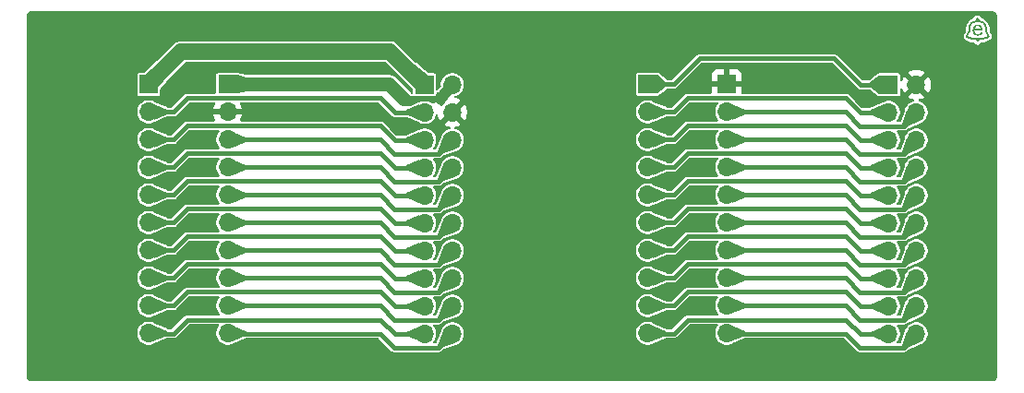
<source format=gtl>
%TF.GenerationSoftware,KiCad,Pcbnew,9.0.0*%
%TF.CreationDate,2025-09-30T11:45:58-04:00*%
%TF.ProjectId,CSC202_LP_MSPM0G3507_3TERM_BREAKOUT,43534332-3032-45f4-9c50-5f4d53504d30,rev?*%
%TF.SameCoordinates,Original*%
%TF.FileFunction,Copper,L1,Top*%
%TF.FilePolarity,Positive*%
%FSLAX46Y46*%
G04 Gerber Fmt 4.6, Leading zero omitted, Abs format (unit mm)*
G04 Created by KiCad (PCBNEW 9.0.0) date 2025-09-30 11:45:58*
%MOMM*%
%LPD*%
G01*
G04 APERTURE LIST*
%TA.AperFunction,Conductor*%
%ADD10C,1.000000*%
%TD*%
%ADD11C,0.100000*%
%TA.AperFunction,EtchedComponent*%
%ADD12C,0.200000*%
%TD*%
%ADD13C,0.200000*%
%TA.AperFunction,ComponentPad*%
%ADD14O,1.700000X1.700000*%
%TD*%
%TA.AperFunction,ComponentPad*%
%ADD15R,1.700000X1.700000*%
%TD*%
%TA.AperFunction,Conductor*%
%ADD16C,0.400000*%
%TD*%
%TA.AperFunction,Conductor*%
%ADD17C,1.500000*%
%TD*%
%TA.AperFunction,Conductor*%
%ADD18C,1.300000*%
%TD*%
%TA.AperFunction,Conductor*%
%ADD19C,0.200000*%
%TD*%
G04 APERTURE END LIST*
D10*
%TO.N,+5V*%
X128668927Y-87289798D02*
X127608927Y-88569798D01*
D11*
G36*
X176947498Y-81736902D02*
G01*
X177031534Y-81762188D01*
X177105992Y-81803507D01*
X177172482Y-81861831D01*
X177224810Y-81931754D01*
X177263553Y-82015721D01*
X177288221Y-82116544D01*
X177297037Y-82237804D01*
X177296048Y-82282070D01*
X176565701Y-82282070D01*
X176575822Y-82362754D01*
X176594996Y-82429284D01*
X176622161Y-82484028D01*
X176656953Y-82528871D01*
X176716210Y-82576416D01*
X176783583Y-82604701D01*
X176861714Y-82614435D01*
X176921018Y-82608850D01*
X176972459Y-82592806D01*
X177017593Y-82566625D01*
X177055671Y-82530767D01*
X177089902Y-82480935D01*
X177119973Y-82413961D01*
X177291514Y-82435063D01*
X177255724Y-82529989D01*
X177205691Y-82606896D01*
X177141158Y-82668593D01*
X177084640Y-82703831D01*
X177020062Y-82729691D01*
X176946023Y-82745906D01*
X176860807Y-82751602D01*
X176754878Y-82742623D01*
X176664553Y-82717106D01*
X176586967Y-82676126D01*
X176520034Y-82619299D01*
X176467005Y-82549891D01*
X176427875Y-82466847D01*
X176403026Y-82367446D01*
X176394160Y-82248190D01*
X176401682Y-82144903D01*
X176574933Y-82144903D01*
X177121787Y-82144903D01*
X177108582Y-82064489D01*
X177087151Y-82004554D01*
X177059056Y-81960667D01*
X177016073Y-81918630D01*
X176968253Y-81889250D01*
X176914578Y-81871444D01*
X176853471Y-81865294D01*
X176780295Y-81873987D01*
X176716972Y-81899207D01*
X176661157Y-81941378D01*
X176617770Y-81996428D01*
X176588900Y-82063280D01*
X176574933Y-82144903D01*
X176401682Y-82144903D01*
X176403164Y-82124561D01*
X176428361Y-82021723D01*
X176467948Y-81936033D01*
X176521435Y-81864634D01*
X176589393Y-81805195D01*
X176665818Y-81762999D01*
X176752405Y-81737122D01*
X176851575Y-81728127D01*
X176947498Y-81736902D01*
G37*
D12*
%TD*%
%TO.C,LOGO\u002A\u002A*%
X176075000Y-82160000D02*
X176075000Y-82360000D01*
%TO.C,LOGO\u002A\u002A*%
X177625000Y-82360000D02*
X177625000Y-82160000D01*
X176075000Y-82160000D02*
G75*
G02*
X177625000Y-82160000I775000J0D01*
G01*
X176075000Y-82360000D02*
G75*
G02*
X175854784Y-82785000I-520212J-3D01*
G01*
X176746922Y-81285000D02*
G75*
G02*
X176953078Y-81285000I103078J0D01*
G01*
X176953078Y-83156922D02*
G75*
G02*
X176746922Y-83156922I-103078J0D01*
G01*
X177845216Y-82785000D02*
G75*
G02*
X177624993Y-82360000I299984J425000D01*
G01*
D13*
X175854784Y-82785000D02*
X175854794Y-82786370D01*
X175854824Y-82787736D01*
X175854874Y-82789098D01*
X175854943Y-82790456D01*
X175855142Y-82793160D01*
X175855419Y-82795851D01*
X175855776Y-82798528D01*
X175856211Y-82801194D01*
X175856726Y-82803849D01*
X175857320Y-82806495D01*
X175857994Y-82809132D01*
X175858748Y-82811762D01*
X175859584Y-82814385D01*
X175860502Y-82817003D01*
X175861503Y-82819617D01*
X175862588Y-82822228D01*
X175863759Y-82824836D01*
X175865017Y-82827442D01*
X175866363Y-82830047D01*
X175867799Y-82832653D01*
X175869327Y-82835258D01*
X175870948Y-82837866D01*
X175872664Y-82840475D01*
X175874479Y-82843087D01*
X175876392Y-82845701D01*
X175878408Y-82848320D01*
X175880527Y-82850942D01*
X175882753Y-82853569D01*
X175885089Y-82856201D01*
X175887536Y-82858838D01*
X175890097Y-82861481D01*
X175892775Y-82864130D01*
X175895573Y-82866784D01*
X175898494Y-82869444D01*
X175901541Y-82872111D01*
X175904716Y-82874784D01*
X175908023Y-82877464D01*
X175911466Y-82880150D01*
X175915047Y-82882842D01*
X175918769Y-82885541D01*
X175922636Y-82888246D01*
X175926652Y-82890957D01*
X175930820Y-82893674D01*
X175935142Y-82896397D01*
X175939624Y-82899125D01*
X175944269Y-82901859D01*
X175949079Y-82904597D01*
X175954060Y-82907340D01*
X175959214Y-82910088D01*
X175964545Y-82912839D01*
X175970058Y-82915594D01*
X175975755Y-82918352D01*
X175981642Y-82921112D01*
X175987722Y-82923875D01*
X175993998Y-82926639D01*
X176000475Y-82929405D01*
X176007157Y-82932171D01*
X176014047Y-82934937D01*
X176021151Y-82937702D01*
X176028471Y-82940465D01*
X176036012Y-82943227D01*
X176043778Y-82945986D01*
X176051772Y-82948742D01*
X176060000Y-82951493D01*
X176068465Y-82954240D01*
X176077170Y-82956981D01*
X176086121Y-82959715D01*
X176095320Y-82962442D01*
X176104772Y-82965161D01*
X176114482Y-82967870D01*
X176124451Y-82970570D01*
X176134685Y-82973258D01*
X176145188Y-82975935D01*
X176155962Y-82978598D01*
X176167011Y-82981248D01*
X176178339Y-82983882D01*
X176189950Y-82986501D01*
X176201846Y-82989102D01*
X176214030Y-82991685D01*
X176226506Y-82994249D01*
X176239276Y-82996791D01*
X176252343Y-82999312D01*
X176265709Y-83001810D01*
X176279377Y-83004283D01*
X176293347Y-83006730D01*
X176307622Y-83009151D01*
X176322203Y-83011542D01*
X176337090Y-83013904D01*
X176352284Y-83016234D01*
X176367784Y-83018531D01*
X176383590Y-83020793D01*
X176399700Y-83023019D01*
X176416112Y-83025207D01*
X176432824Y-83027355D01*
X176449830Y-83029461D01*
X176467126Y-83031524D01*
X176484707Y-83033542D01*
X176502563Y-83035512D01*
X176520686Y-83037433D01*
X176539064Y-83039302D01*
X176557684Y-83041117D01*
X176576528Y-83042875D01*
X176595578Y-83044574D01*
X176614810Y-83046211D01*
X176634194Y-83047784D01*
X176653698Y-83049288D01*
X176673278Y-83050721D01*
X176692884Y-83052079D01*
X176712451Y-83053358D01*
X176731898Y-83054553D01*
X176751124Y-83055659D01*
X176769989Y-83056670D01*
X176788308Y-83057579D01*
X176805811Y-83058376D01*
X176822082Y-83059048D01*
X176836394Y-83059576D01*
X176847153Y-83059921D01*
X176850000Y-83060000D01*
X177845216Y-82785000D02*
X177845206Y-82786370D01*
X177845176Y-82787736D01*
X177845126Y-82789098D01*
X177845057Y-82790456D01*
X177844858Y-82793160D01*
X177844581Y-82795851D01*
X177844224Y-82798528D01*
X177843789Y-82801194D01*
X177843274Y-82803849D01*
X177842680Y-82806495D01*
X177842006Y-82809132D01*
X177841252Y-82811762D01*
X177840416Y-82814385D01*
X177839498Y-82817003D01*
X177838497Y-82819617D01*
X177837412Y-82822228D01*
X177836241Y-82824836D01*
X177834983Y-82827442D01*
X177833637Y-82830047D01*
X177832201Y-82832653D01*
X177830673Y-82835258D01*
X177829052Y-82837866D01*
X177827336Y-82840475D01*
X177825521Y-82843087D01*
X177823608Y-82845701D01*
X177821592Y-82848320D01*
X177819473Y-82850942D01*
X177817247Y-82853569D01*
X177814911Y-82856201D01*
X177812464Y-82858838D01*
X177809903Y-82861481D01*
X177807225Y-82864130D01*
X177804427Y-82866784D01*
X177801506Y-82869444D01*
X177798459Y-82872111D01*
X177795284Y-82874784D01*
X177791977Y-82877464D01*
X177788534Y-82880150D01*
X177784953Y-82882842D01*
X177781231Y-82885541D01*
X177777364Y-82888246D01*
X177773348Y-82890957D01*
X177769180Y-82893674D01*
X177764858Y-82896397D01*
X177760376Y-82899125D01*
X177755731Y-82901859D01*
X177750921Y-82904597D01*
X177745940Y-82907340D01*
X177740786Y-82910088D01*
X177735455Y-82912839D01*
X177729942Y-82915594D01*
X177724245Y-82918352D01*
X177718358Y-82921112D01*
X177712278Y-82923875D01*
X177706002Y-82926639D01*
X177699525Y-82929405D01*
X177692843Y-82932171D01*
X177685953Y-82934937D01*
X177678849Y-82937702D01*
X177671529Y-82940465D01*
X177663988Y-82943227D01*
X177656222Y-82945986D01*
X177648228Y-82948742D01*
X177640000Y-82951493D01*
X177631535Y-82954240D01*
X177622830Y-82956981D01*
X177613879Y-82959715D01*
X177604680Y-82962442D01*
X177595228Y-82965161D01*
X177585518Y-82967870D01*
X177575549Y-82970570D01*
X177565315Y-82973258D01*
X177554812Y-82975935D01*
X177544038Y-82978598D01*
X177532989Y-82981248D01*
X177521661Y-82983882D01*
X177510050Y-82986501D01*
X177498154Y-82989102D01*
X177485970Y-82991685D01*
X177473494Y-82994249D01*
X177460724Y-82996791D01*
X177447657Y-82999312D01*
X177434291Y-83001810D01*
X177420623Y-83004283D01*
X177406653Y-83006730D01*
X177392378Y-83009151D01*
X177377797Y-83011542D01*
X177362910Y-83013904D01*
X177347716Y-83016234D01*
X177332216Y-83018531D01*
X177316410Y-83020793D01*
X177300300Y-83023019D01*
X177283888Y-83025207D01*
X177267176Y-83027355D01*
X177250170Y-83029461D01*
X177232874Y-83031524D01*
X177215293Y-83033542D01*
X177197437Y-83035512D01*
X177179314Y-83037433D01*
X177160936Y-83039302D01*
X177142316Y-83041117D01*
X177123472Y-83042875D01*
X177104422Y-83044574D01*
X177085190Y-83046211D01*
X177065806Y-83047784D01*
X177046302Y-83049288D01*
X177026722Y-83050721D01*
X177007116Y-83052079D01*
X176987549Y-83053358D01*
X176968102Y-83054553D01*
X176948876Y-83055659D01*
X176930011Y-83056670D01*
X176911692Y-83057579D01*
X176894189Y-83058376D01*
X176877918Y-83059048D01*
X176863606Y-83059576D01*
X176852847Y-83059921D01*
X176850000Y-83060000D01*
%TD*%
D14*
%TO.P,J2,11,PB16*%
%TO.N,/KP_COL3*%
X171225369Y-110124556D03*
%TO.P,J2,12,PB0*%
%TO.N,/SPI_CS1*%
X171225369Y-107584556D03*
%TO.P,J2,13,PB6*%
%TO.N,/SPI_CS0*%
X171225369Y-105044556D03*
%TO.P,J2,14,PB7*%
%TO.N,/SPI_MISO*%
X171225369Y-102504556D03*
%TO.P,J2,15,PB8*%
%TO.N,/SPI_MOSI*%
X171225369Y-99964556D03*
%TO.P,J2,16,NRST*%
%TO.N,/NRST*%
X171225369Y-97424556D03*
%TO.P,J2,17,PB15*%
%TO.N,/KP_COL2*%
X171225369Y-94884556D03*
%TO.P,J2,18,PB17*%
%TO.N,/KP_COL1*%
X171225369Y-92344556D03*
%TO.P,J2,19,PB12*%
%TO.N,/KP_COL0*%
X171225369Y-89804556D03*
%TO.P,J2,20,GND*%
%TO.N,GND*%
X171225369Y-87264556D03*
%TO.P,J2,31,PA13*%
%TO.N,/LED5*%
X168685369Y-110124556D03*
%TO.P,J2,32,PA12*%
%TO.N,/LED4*%
X168685369Y-107584556D03*
%TO.P,J2,33,PA11*%
%TO.N,/LINRX*%
X168685369Y-105044556D03*
%TO.P,J2,34,PA10*%
%TO.N,/LINTX*%
X168685369Y-102504556D03*
%TO.P,J2,35,PB13*%
%TO.N,/LED3*%
X168685369Y-99964556D03*
%TO.P,J2,36,PB20*%
%TO.N,/LED2{slash}DIR_B*%
X168685369Y-97424556D03*
%TO.P,J2,37,PA31*%
%TO.N,/LED1{slash}DIR_A*%
X168685369Y-94884556D03*
%TO.P,J2,38,PA28*%
%TO.N,/LED0{slash}PWM*%
X168685369Y-92344556D03*
%TO.P,J2,39,PB1*%
%TO.N,/KP_ROW3*%
X168685369Y-89804556D03*
D15*
%TO.P,J2,40,PB4*%
%TO.N,/KP_ROW2*%
X168685369Y-87264556D03*
%TD*%
%TO.P,J1,1,3V3*%
%TO.N,+3V3*%
X126141369Y-87264556D03*
D14*
%TO.P,J1,2,PA25*%
%TO.N,/DIG1_EN*%
X126141369Y-89804556D03*
%TO.P,J1,3,PB23/A9*%
%TO.N,/KP_ROW0*%
X126141369Y-92344556D03*
%TO.P,J1,4,PA8*%
%TO.N,/KP_ROW1*%
X126141369Y-94884556D03*
%TO.P,J1,5,PA26*%
%TO.N,/DIG2_EN*%
X126141369Y-97424556D03*
%TO.P,J1,6,PB24*%
%TO.N,/ADC0.5*%
X126141369Y-99964556D03*
%TO.P,J1,7,PB9*%
%TO.N,/SPI_CLK*%
X126141369Y-102504556D03*
%TO.P,J1,8,PA27*%
%TO.N,/DIG3_EN*%
X126141369Y-105044556D03*
%TO.P,J1,9,PB2*%
%TO.N,/I2C_SCL*%
X126141369Y-107584556D03*
%TO.P,J1,10,PB3*%
%TO.N,/I2C_SDA*%
X126141369Y-110124556D03*
%TO.P,J1,21,5V*%
%TO.N,+5V*%
X128681369Y-87264556D03*
%TO.P,J1,22,GND*%
%TO.N,GND*%
X128681369Y-89804556D03*
%TO.P,J1,23,PB19*%
%TO.N,/SW1-1*%
X128681369Y-92344556D03*
%TO.P,J1,24,PA22*%
%TO.N,/SW1-2{slash}ADC0.7*%
X128681369Y-94884556D03*
%TO.P,J1,25,PB18*%
%TO.N,/SW1-3{slash}PB1*%
X128681369Y-97424556D03*
%TO.P,J1,26,PA18*%
%TO.N,/LED_EN*%
X128681369Y-99964556D03*
%TO.P,J1,27,PA24*%
%TO.N,/DIG0_EN*%
X128681369Y-102504556D03*
%TO.P,J1,28,PA17*%
%TO.N,/LED7*%
X128681369Y-105044556D03*
%TO.P,J1,29,PA16/A18*%
%TO.N,/LED6*%
X128681369Y-107584556D03*
%TO.P,J1,30,PA15*%
%TO.N,/SW1-4{slash}PB2*%
X128681369Y-110124556D03*
%TD*%
D15*
%TO.P,J4,1,Pin_1*%
%TO.N,+5V*%
X108086469Y-87220000D03*
D14*
%TO.P,J4,2,Pin_2*%
%TO.N,GND*%
X108086469Y-89760000D03*
%TO.P,J4,3,Pin_3*%
%TO.N,/SW1-1*%
X108086469Y-92300000D03*
%TO.P,J4,4,Pin_4*%
%TO.N,/SW1-2{slash}ADC0.7*%
X108086469Y-94840000D03*
%TO.P,J4,5,Pin_5*%
%TO.N,/SW1-3{slash}PB1*%
X108086469Y-97380000D03*
%TO.P,J4,6,Pin_6*%
%TO.N,/LED_EN*%
X108086469Y-99920000D03*
%TO.P,J4,7,Pin_7*%
%TO.N,/DIG0_EN*%
X108086469Y-102460000D03*
%TO.P,J4,8,Pin_8*%
%TO.N,/LED7*%
X108086469Y-105000000D03*
%TO.P,J4,9,Pin_9*%
%TO.N,/LED6*%
X108086469Y-107540000D03*
%TO.P,J4,10,Pin_10*%
%TO.N,/SW1-4{slash}PB2*%
X108086469Y-110080000D03*
%TD*%
D15*
%TO.P,J6,1,Pin_1*%
%TO.N,GND*%
X153836469Y-87220000D03*
D14*
%TO.P,J6,2,Pin_2*%
%TO.N,/KP_COL0*%
X153836469Y-89760000D03*
%TO.P,J6,3,Pin_3*%
%TO.N,/KP_COL1*%
X153836469Y-92300000D03*
%TO.P,J6,4,Pin_4*%
%TO.N,/KP_COL2*%
X153836469Y-94840000D03*
%TO.P,J6,5,Pin_5*%
%TO.N,/NRST*%
X153836469Y-97380000D03*
%TO.P,J6,6,Pin_6*%
%TO.N,/SPI_MOSI*%
X153836469Y-99920000D03*
%TO.P,J6,7,Pin_7*%
%TO.N,/SPI_MISO*%
X153836469Y-102460000D03*
%TO.P,J6,8,Pin_8*%
%TO.N,/SPI_CS0*%
X153836469Y-105000000D03*
%TO.P,J6,9,Pin_9*%
%TO.N,/SPI_CS1*%
X153836469Y-107540000D03*
%TO.P,J6,10,Pin_10*%
%TO.N,/KP_COL3*%
X153836469Y-110080000D03*
%TD*%
D15*
%TO.P,J3,1,Pin_1*%
%TO.N,+3V3*%
X100836469Y-87220000D03*
D14*
%TO.P,J3,2,Pin_2*%
%TO.N,/DIG1_EN*%
X100836469Y-89760000D03*
%TO.P,J3,3,Pin_3*%
%TO.N,/KP_ROW0*%
X100836469Y-92300000D03*
%TO.P,J3,4,Pin_4*%
%TO.N,/KP_ROW1*%
X100836469Y-94840000D03*
%TO.P,J3,5,Pin_5*%
%TO.N,/DIG2_EN*%
X100836469Y-97380000D03*
%TO.P,J3,6,Pin_6*%
%TO.N,/ADC0.5*%
X100836469Y-99920000D03*
%TO.P,J3,7,Pin_7*%
%TO.N,/SPI_CLK*%
X100836469Y-102460000D03*
%TO.P,J3,8,Pin_8*%
%TO.N,/DIG3_EN*%
X100836469Y-105000000D03*
%TO.P,J3,9,Pin_9*%
%TO.N,/I2C_SCL*%
X100836469Y-107540000D03*
%TO.P,J3,10,Pin_10*%
%TO.N,/I2C_SDA*%
X100836469Y-110080000D03*
%TD*%
D15*
%TO.P,J5,1,Pin_1*%
%TO.N,/KP_ROW2*%
X146586469Y-87220000D03*
D14*
%TO.P,J5,2,Pin_2*%
%TO.N,/KP_ROW3*%
X146586469Y-89760000D03*
%TO.P,J5,3,Pin_3*%
%TO.N,/LED0{slash}PWM*%
X146586469Y-92300000D03*
%TO.P,J5,4,Pin_4*%
%TO.N,/LED1{slash}DIR_A*%
X146586469Y-94840000D03*
%TO.P,J5,5,Pin_5*%
%TO.N,/LED2{slash}DIR_B*%
X146586469Y-97380000D03*
%TO.P,J5,6,Pin_6*%
%TO.N,/LED3*%
X146586469Y-99920000D03*
%TO.P,J5,7,Pin_7*%
%TO.N,/LINTX*%
X146586469Y-102460000D03*
%TO.P,J5,8,Pin_8*%
%TO.N,/LINRX*%
X146586469Y-105000000D03*
%TO.P,J5,9,Pin_9*%
%TO.N,/LED4*%
X146586469Y-107540000D03*
%TO.P,J5,10,Pin_10*%
%TO.N,/LED5*%
X146586469Y-110080000D03*
%TD*%
D16*
%TO.N,/ADC0.5*%
X104381385Y-98649596D02*
X103111183Y-99919798D01*
X103111183Y-99919798D02*
X100828927Y-99919798D01*
X104381587Y-98649798D02*
X104381385Y-98649596D01*
X122078927Y-98649798D02*
X104381587Y-98649798D01*
X123398927Y-99969798D02*
X122078927Y-98649798D01*
X126100127Y-99969798D02*
X123398927Y-99969798D01*
%TO.N,/DIG1_EN*%
X107558725Y-88489596D02*
X104381385Y-88489596D01*
X107558927Y-88489798D02*
X107558725Y-88489596D01*
X123398927Y-89809798D02*
X126100127Y-89809798D01*
X103111183Y-89759798D02*
X104381385Y-88489596D01*
X100828927Y-89759798D02*
X103111183Y-89759798D01*
X107558927Y-88489798D02*
X122078927Y-88489798D01*
X122078927Y-88489798D02*
X123398927Y-89809798D01*
%TO.N,/I2C_SDA*%
X103111183Y-110099798D02*
X100828927Y-110099798D01*
X126100127Y-110149798D02*
X123398927Y-110149798D01*
X104381385Y-108829596D02*
X103111183Y-110099798D01*
X122078927Y-108829798D02*
X104381587Y-108829798D01*
X123398927Y-110149798D02*
X122078927Y-108829798D01*
X104381587Y-108829798D02*
X104381385Y-108829596D01*
%TO.N,/DIG2_EN*%
X104381587Y-96109798D02*
X104381385Y-96109596D01*
X123398927Y-97429798D02*
X122078927Y-96109798D01*
X104381385Y-96109596D02*
X103111183Y-97379798D01*
X122078927Y-96109798D02*
X104381587Y-96109798D01*
X126100127Y-97429798D02*
X123398927Y-97429798D01*
X103111183Y-97379798D02*
X100828927Y-97379798D01*
%TO.N,/DIG3_EN*%
X122078927Y-103729798D02*
X104381587Y-103729798D01*
X104381587Y-103729798D02*
X104381385Y-103729596D01*
X123398927Y-105049798D02*
X122078927Y-103729798D01*
X126100127Y-105049798D02*
X123398927Y-105049798D01*
X103111183Y-104999798D02*
X100828927Y-104999798D01*
X104381385Y-103729596D02*
X103111183Y-104999798D01*
%TO.N,/KP_ROW1*%
X103111183Y-94839798D02*
X100828927Y-94839798D01*
X123398927Y-94889798D02*
X122078927Y-93569798D01*
X104381385Y-93569596D02*
X103111183Y-94839798D01*
X104381587Y-93569798D02*
X104381385Y-93569596D01*
X122078927Y-93569798D02*
X104381587Y-93569798D01*
X126100127Y-94889798D02*
X123398927Y-94889798D01*
D17*
%TO.N,+3V3*%
X103826671Y-84229798D02*
X100836469Y-87220000D01*
X125992969Y-87264556D02*
X122958211Y-84229798D01*
X122958211Y-84229798D02*
X103826671Y-84229798D01*
D18*
X126141369Y-87264556D02*
X125992969Y-87264556D01*
D16*
%TO.N,/KP_ROW0*%
X123398927Y-92349798D02*
X122078927Y-91029798D01*
X126100127Y-92349798D02*
X123398927Y-92349798D01*
X104381587Y-91029798D02*
X104381385Y-91029596D01*
X104381385Y-91029596D02*
X103111183Y-92299798D01*
X103111183Y-92299798D02*
X100828927Y-92299798D01*
X122078927Y-91029798D02*
X104381587Y-91029798D01*
%TO.N,/I2C_SCL*%
X104381385Y-106279596D02*
X103111183Y-107549798D01*
X123398927Y-107599798D02*
X122078927Y-106279798D01*
X104381587Y-106279798D02*
X104381385Y-106279596D01*
X126100127Y-107599798D02*
X123398927Y-107599798D01*
X103111183Y-107549798D02*
X100828927Y-107549798D01*
X122078927Y-106279798D02*
X104381587Y-106279798D01*
%TO.N,/SPI_CLK*%
X122078927Y-101189798D02*
X104381587Y-101189798D01*
X126100127Y-102509798D02*
X123398927Y-102509798D01*
X103111183Y-102459798D02*
X100828927Y-102459798D01*
X104381385Y-101189596D02*
X103111183Y-102459798D01*
X123398927Y-102509798D02*
X122078927Y-101189798D01*
X104381587Y-101189798D02*
X104381385Y-101189596D01*
%TO.N,/KP_COL3*%
X171338900Y-110145546D02*
X170074648Y-111409798D01*
X170074648Y-111409798D02*
X166063206Y-111409798D01*
X164753408Y-110100000D02*
X153950000Y-110100000D01*
X166063206Y-111409798D02*
X164753408Y-110100000D01*
%TO.N,/SPI_CS1*%
X164753408Y-107550000D02*
X153950000Y-107550000D01*
X166063206Y-108859798D02*
X164753408Y-107550000D01*
X171338900Y-107595546D02*
X170074648Y-108859798D01*
X170074648Y-108859798D02*
X166063206Y-108859798D01*
%TO.N,/KP_COL1*%
X170074648Y-93609798D02*
X166063206Y-93609798D01*
X166063206Y-93609798D02*
X164753408Y-92300000D01*
X171338900Y-92345546D02*
X170074648Y-93609798D01*
X164753408Y-92300000D02*
X153950000Y-92300000D01*
%TO.N,/KP_COL0*%
X171338900Y-89805546D02*
X170074648Y-91069798D01*
X164753408Y-89760000D02*
X153950000Y-89760000D01*
X166063206Y-91069798D02*
X164753408Y-89760000D01*
X171225369Y-89804556D02*
X171225369Y-89805546D01*
X170074648Y-91069798D02*
X166063206Y-91069798D01*
%TO.N,/SPI_MOSI*%
X164753408Y-99920000D02*
X153950000Y-99920000D01*
X166063206Y-101229798D02*
X164753408Y-99920000D01*
X171338900Y-99965546D02*
X170074648Y-101229798D01*
X170074648Y-101229798D02*
X166063206Y-101229798D01*
%TO.N,/KP_COL2*%
X166063206Y-96149798D02*
X164753408Y-94840000D01*
X171338900Y-94885546D02*
X170074648Y-96149798D01*
X164753408Y-94840000D02*
X153950000Y-94840000D01*
X170074648Y-96149798D02*
X166063206Y-96149798D01*
%TO.N,/SPI_MISO*%
X164753408Y-102460000D02*
X153950000Y-102460000D01*
X170074648Y-103769798D02*
X166063206Y-103769798D01*
X166063206Y-103769798D02*
X164753408Y-102460000D01*
X171338900Y-102505546D02*
X170074648Y-103769798D01*
%TO.N,/SPI_CS0*%
X171338900Y-105045546D02*
X170074648Y-106309798D01*
X164753408Y-105000000D02*
X153950000Y-105000000D01*
X170074648Y-106309798D02*
X166063206Y-106309798D01*
X166063206Y-106309798D02*
X164753408Y-105000000D01*
%TO.N,/NRST*%
X166063206Y-98689798D02*
X164753408Y-97380000D01*
X170074648Y-98689798D02*
X166063206Y-98689798D01*
X171338900Y-97425546D02*
X170074648Y-98689798D01*
X164753408Y-97380000D02*
X153950000Y-97380000D01*
%TO.N,/SW1-3{slash}PB1*%
X122059877Y-97380000D02*
X108086469Y-97380000D01*
X123369675Y-98689798D02*
X122059877Y-97380000D01*
X127381117Y-98689798D02*
X123369675Y-98689798D01*
X128645369Y-97425546D02*
X127381117Y-98689798D01*
%TO.N,/LED_EN*%
X127381117Y-101229798D02*
X123369675Y-101229798D01*
X123369675Y-101229798D02*
X122059877Y-99920000D01*
X128645369Y-99965546D02*
X127381117Y-101229798D01*
X122059877Y-99920000D02*
X108086469Y-99920000D01*
%TO.N,/LED7*%
X128645369Y-105045546D02*
X127381117Y-106309798D01*
X127381117Y-106309798D02*
X123369675Y-106309798D01*
X123369675Y-106309798D02*
X122059877Y-105000000D01*
X122059877Y-105000000D02*
X108086469Y-105000000D01*
%TO.N,+5V*%
X127578927Y-88539798D02*
X127608927Y-88569798D01*
D18*
X124214969Y-88559956D02*
X122875013Y-87220000D01*
D19*
X124224811Y-88569798D02*
X124214969Y-88559956D01*
D16*
X124214969Y-88559956D02*
X124235127Y-88539798D01*
X127579129Y-88540000D02*
X124254609Y-88540000D01*
D19*
X127339085Y-88559956D02*
X127478927Y-88699798D01*
D16*
X127608927Y-88569798D02*
X127579129Y-88540000D01*
X127348927Y-88569798D02*
X127339085Y-88559956D01*
X127608927Y-88569798D02*
X127348927Y-88569798D01*
X124254609Y-88540000D02*
X124224811Y-88569798D01*
D18*
X122875013Y-87220000D02*
X108086469Y-87220000D01*
D16*
%TO.N,/DIG0_EN*%
X127381117Y-103769798D02*
X123369675Y-103769798D01*
X123369675Y-103769798D02*
X122059877Y-102460000D01*
X122059877Y-102460000D02*
X108086469Y-102460000D01*
X128645369Y-102505546D02*
X127381117Y-103769798D01*
%TO.N,/SW1-4{slash}PB2*%
X127381117Y-111409798D02*
X123369675Y-111409798D01*
X108106469Y-110100000D02*
X108086469Y-110080000D01*
X128645369Y-110145546D02*
X127381117Y-111409798D01*
X123369675Y-111409798D02*
X122059877Y-110100000D01*
X122059877Y-110100000D02*
X108106469Y-110100000D01*
%TO.N,/SW1-2{slash}ADC0.7*%
X122059877Y-94840000D02*
X108086469Y-94840000D01*
X127381117Y-96149798D02*
X123369675Y-96149798D01*
X128645369Y-94885546D02*
X127381117Y-96149798D01*
X123369675Y-96149798D02*
X122059877Y-94840000D01*
%TO.N,/SW1-1*%
X123369675Y-93609798D02*
X122059877Y-92300000D01*
X128645369Y-92345546D02*
X127381117Y-93609798D01*
X127381117Y-93609798D02*
X123369675Y-93609798D01*
X122059877Y-92300000D02*
X108086469Y-92300000D01*
%TO.N,/LED6*%
X127381117Y-108859798D02*
X123369675Y-108859798D01*
X128645369Y-107595546D02*
X127381117Y-108859798D01*
X122059877Y-107550000D02*
X108096469Y-107550000D01*
X123369675Y-108859798D02*
X122059877Y-107550000D01*
X108096469Y-107550000D02*
X108086469Y-107540000D01*
%TO.N,/LED5*%
X146700000Y-110100000D02*
X148982256Y-110100000D01*
X164772458Y-108829798D02*
X166092458Y-110149798D01*
X166092458Y-110149798D02*
X168793658Y-110149798D01*
X148982256Y-110100000D02*
X150252458Y-108829798D01*
X150252458Y-108829798D02*
X164772458Y-108829798D01*
%TO.N,/KP_ROW3*%
X164772458Y-88489798D02*
X166092458Y-89809798D01*
X146700000Y-89760000D02*
X148982256Y-89760000D01*
X148982256Y-89760000D02*
X150252458Y-88489798D01*
X166092458Y-89809798D02*
X168793658Y-89809798D01*
X150252458Y-88489798D02*
X164772458Y-88489798D01*
%TO.N,/LED0{slash}PWM*%
X146700000Y-92300000D02*
X148982256Y-92300000D01*
X150252458Y-91029798D02*
X164772458Y-91029798D01*
X148982256Y-92300000D02*
X150252458Y-91029798D01*
X164772458Y-91029798D02*
X166092458Y-92349798D01*
X166092458Y-92349798D02*
X168793658Y-92349798D01*
%TO.N,/KP_ROW2*%
X148982256Y-87220000D02*
X151342256Y-84860000D01*
X166092458Y-87269798D02*
X168793658Y-87269798D01*
X151342256Y-84860000D02*
X163682660Y-84860000D01*
X163682660Y-84860000D02*
X166092458Y-87269798D01*
X146700000Y-87220000D02*
X148982256Y-87220000D01*
%TO.N,/LED2{slash}DIR_B*%
X150252458Y-96109798D02*
X164772458Y-96109798D01*
X166092458Y-97429798D02*
X168793658Y-97429798D01*
X148982256Y-97380000D02*
X150252458Y-96109798D01*
X146700000Y-97380000D02*
X148982256Y-97380000D01*
X164772458Y-96109798D02*
X166092458Y-97429798D01*
%TO.N,/LED4*%
X164772458Y-106279798D02*
X166092458Y-107599798D01*
X166092458Y-107599798D02*
X168793658Y-107599798D01*
X150252458Y-106279798D02*
X164772458Y-106279798D01*
X146700000Y-107550000D02*
X148982256Y-107550000D01*
X148982256Y-107550000D02*
X150252458Y-106279798D01*
%TO.N,/LINTX*%
X148982256Y-102460000D02*
X150252458Y-101189798D01*
X146700000Y-102460000D02*
X148982256Y-102460000D01*
X164772458Y-101189798D02*
X166092458Y-102509798D01*
X150252458Y-101189798D02*
X164772458Y-101189798D01*
X166092458Y-102509798D02*
X168793658Y-102509798D01*
%TO.N,/LED1{slash}DIR_A*%
X166092458Y-94889798D02*
X168793658Y-94889798D01*
X150252458Y-93569798D02*
X164772458Y-93569798D01*
X164772458Y-93569798D02*
X166092458Y-94889798D01*
X146700000Y-94840000D02*
X148982256Y-94840000D01*
X148982256Y-94840000D02*
X150252458Y-93569798D01*
%TO.N,/LED3*%
X150252458Y-98649798D02*
X164772458Y-98649798D01*
X148982256Y-99920000D02*
X150252458Y-98649798D01*
X166092458Y-99969798D02*
X168793658Y-99969798D01*
X146700000Y-99920000D02*
X148982256Y-99920000D01*
X164772458Y-98649798D02*
X166092458Y-99969798D01*
%TO.N,/LINRX*%
X146700000Y-105000000D02*
X148982256Y-105000000D01*
X148982256Y-105000000D02*
X150252458Y-103729798D01*
X164772458Y-103729798D02*
X166092458Y-105049798D01*
X166092458Y-105049798D02*
X168793658Y-105049798D01*
X150252458Y-103729798D02*
X164772458Y-103729798D01*
%TD*%
%TA.AperFunction,Conductor*%
%TO.N,/DIG3_EN*%
G36*
X125674510Y-104345835D02*
G01*
X126139664Y-105040516D01*
X126141419Y-105049297D01*
X126141415Y-105049322D01*
X125978335Y-105864262D01*
X125973351Y-105871702D01*
X125964566Y-105873439D01*
X125962386Y-105872776D01*
X124464926Y-105252788D01*
X124458593Y-105246457D01*
X124457702Y-105241978D01*
X124457702Y-104857555D01*
X124461129Y-104849282D01*
X124464845Y-104846778D01*
X125660235Y-104341567D01*
X125669188Y-104341504D01*
X125674510Y-104345835D01*
G37*
%TD.AperFunction*%
%TD*%
%TA.AperFunction,Conductor*%
%TO.N,/KP_COL0*%
G36*
X154317582Y-89056964D02*
G01*
X155512951Y-89556994D01*
X155519261Y-89563348D01*
X155520136Y-89567788D01*
X155520136Y-89952211D01*
X155516709Y-89960484D01*
X155512951Y-89963005D01*
X154317584Y-90463034D01*
X154308629Y-90463065D01*
X154303349Y-90458751D01*
X153839827Y-89766509D01*
X153838073Y-89757729D01*
X153839828Y-89753490D01*
X153967146Y-89563348D01*
X154303349Y-89061247D01*
X154310798Y-89056282D01*
X154317582Y-89056964D01*
G37*
%TD.AperFunction*%
%TD*%
%TA.AperFunction,Conductor*%
%TO.N,/LED3*%
G36*
X168218510Y-99265835D02*
G01*
X168683664Y-99960516D01*
X168685419Y-99969297D01*
X168685415Y-99969322D01*
X168522335Y-100784262D01*
X168517351Y-100791702D01*
X168508566Y-100793439D01*
X168506386Y-100792776D01*
X167008926Y-100172788D01*
X167002593Y-100166457D01*
X167001702Y-100161978D01*
X167001702Y-99777555D01*
X167005129Y-99769282D01*
X167008845Y-99766778D01*
X168204235Y-99261567D01*
X168213188Y-99261504D01*
X168218510Y-99265835D01*
G37*
%TD.AperFunction*%
%TD*%
%TA.AperFunction,Conductor*%
%TO.N,/LED1{slash}DIR_A*%
G36*
X147067582Y-94136964D02*
G01*
X148262951Y-94636994D01*
X148269261Y-94643348D01*
X148270136Y-94647788D01*
X148270136Y-95032211D01*
X148266709Y-95040484D01*
X148262951Y-95043005D01*
X147067584Y-95543034D01*
X147058629Y-95543065D01*
X147053349Y-95538751D01*
X146589827Y-94846509D01*
X146588073Y-94837729D01*
X146589828Y-94833490D01*
X146717146Y-94643348D01*
X147053349Y-94141247D01*
X147060798Y-94136282D01*
X147067582Y-94136964D01*
G37*
%TD.AperFunction*%
%TD*%
%TA.AperFunction,Conductor*%
%TO.N,/SPI_CS1*%
G36*
X154317621Y-106837054D02*
G01*
X155513027Y-107346967D01*
X155519292Y-107353365D01*
X155520136Y-107357729D01*
X155520136Y-107742158D01*
X155516709Y-107750431D01*
X155512883Y-107752980D01*
X154015429Y-108368270D01*
X154006474Y-108368245D01*
X154000160Y-108361895D01*
X153999511Y-108359752D01*
X153836422Y-107544764D01*
X153838158Y-107535983D01*
X154303310Y-106841306D01*
X154310760Y-106836340D01*
X154317621Y-106837054D01*
G37*
%TD.AperFunction*%
%TD*%
%TA.AperFunction,Conductor*%
%TO.N,/LED3*%
G36*
X147067582Y-99216964D02*
G01*
X148262951Y-99716994D01*
X148269261Y-99723348D01*
X148270136Y-99727788D01*
X148270136Y-100112211D01*
X148266709Y-100120484D01*
X148262951Y-100123005D01*
X147067584Y-100623034D01*
X147058629Y-100623065D01*
X147053349Y-100618751D01*
X146589827Y-99926509D01*
X146588073Y-99917729D01*
X146589828Y-99913490D01*
X146717146Y-99723348D01*
X147053349Y-99221247D01*
X147060798Y-99216282D01*
X147067582Y-99216964D01*
G37*
%TD.AperFunction*%
%TD*%
%TA.AperFunction,Conductor*%
%TO.N,/LED5*%
G36*
X168218586Y-109425950D02*
G01*
X168683664Y-110120516D01*
X168685419Y-110129297D01*
X168685415Y-110129322D01*
X168522303Y-110944422D01*
X168517319Y-110951862D01*
X168508534Y-110953599D01*
X168506477Y-110952986D01*
X168485112Y-110944422D01*
X167009049Y-110352743D01*
X167002645Y-110346484D01*
X167001702Y-110341883D01*
X167001702Y-109957438D01*
X167005129Y-109949165D01*
X167008694Y-109946727D01*
X168204162Y-109421746D01*
X168213112Y-109421559D01*
X168218586Y-109425950D01*
G37*
%TD.AperFunction*%
%TD*%
%TA.AperFunction,Conductor*%
%TO.N,/NRST*%
G36*
X154317582Y-96676964D02*
G01*
X155512951Y-97176994D01*
X155519261Y-97183348D01*
X155520136Y-97187788D01*
X155520136Y-97572211D01*
X155516709Y-97580484D01*
X155512951Y-97583005D01*
X154317584Y-98083034D01*
X154308629Y-98083065D01*
X154303349Y-98078751D01*
X153839827Y-97386509D01*
X153838073Y-97377729D01*
X153839828Y-97373490D01*
X153967146Y-97183348D01*
X154303349Y-96681247D01*
X154310798Y-96676282D01*
X154317582Y-96676964D01*
G37*
%TD.AperFunction*%
%TD*%
%TA.AperFunction,Conductor*%
%TO.N,/SPI_CS1*%
G36*
X171221306Y-107582905D02*
G01*
X171228757Y-107587872D01*
X171228771Y-107587893D01*
X171690079Y-108280015D01*
X171691816Y-108288800D01*
X171686832Y-108296240D01*
X171685330Y-108297088D01*
X170245960Y-108975264D01*
X170237015Y-108975690D01*
X170232700Y-108972953D01*
X169960829Y-108701082D01*
X169957402Y-108692809D01*
X169958027Y-108689036D01*
X170388396Y-107428411D01*
X170394312Y-107421690D01*
X170401738Y-107420715D01*
X171221306Y-107582905D01*
G37*
%TD.AperFunction*%
%TD*%
%TA.AperFunction,Conductor*%
%TO.N,/SPI_MOSI*%
G36*
X154317582Y-99216964D02*
G01*
X155512951Y-99716994D01*
X155519261Y-99723348D01*
X155520136Y-99727788D01*
X155520136Y-100112211D01*
X155516709Y-100120484D01*
X155512951Y-100123005D01*
X154317584Y-100623034D01*
X154308629Y-100623065D01*
X154303349Y-100618751D01*
X153839827Y-99926509D01*
X153838073Y-99917729D01*
X153839828Y-99913490D01*
X153967146Y-99723348D01*
X154303349Y-99221247D01*
X154310798Y-99216282D01*
X154317582Y-99216964D01*
G37*
%TD.AperFunction*%
%TD*%
%TA.AperFunction,Conductor*%
%TO.N,/KP_COL2*%
G36*
X171221306Y-94882905D02*
G01*
X171228757Y-94887872D01*
X171228771Y-94887893D01*
X171690047Y-95579968D01*
X171691784Y-95588753D01*
X171686800Y-95596193D01*
X171685254Y-95597061D01*
X170240942Y-96270310D01*
X170231996Y-96270700D01*
X170227726Y-96267979D01*
X169955856Y-95996109D01*
X169952429Y-95987836D01*
X169953072Y-95984011D01*
X170388366Y-94728350D01*
X170394314Y-94721656D01*
X170401692Y-94720706D01*
X171221306Y-94882905D01*
G37*
%TD.AperFunction*%
%TD*%
%TA.AperFunction,Conductor*%
%TO.N,+5V*%
G36*
X108942803Y-86371490D02*
G01*
X109777450Y-86567877D01*
X109784717Y-86573108D01*
X109786469Y-86579266D01*
X109786469Y-87860733D01*
X109783042Y-87869006D01*
X109777449Y-87872122D01*
X108942808Y-88068508D01*
X108933970Y-88067067D01*
X108931862Y-88065399D01*
X108093755Y-87228276D01*
X108090324Y-87220007D01*
X108093745Y-87211733D01*
X108931862Y-86374600D01*
X108940135Y-86371180D01*
X108942803Y-86371490D01*
G37*
%TD.AperFunction*%
%TD*%
%TA.AperFunction,Conductor*%
%TO.N,/LED6*%
G36*
X127984448Y-107119119D02*
G01*
X127986377Y-107120157D01*
X127994155Y-107125341D01*
X128678031Y-107581153D01*
X128683015Y-107588593D01*
X128683019Y-107588618D01*
X128845303Y-108408660D01*
X128843548Y-108417441D01*
X128838132Y-108421810D01*
X127626898Y-108901177D01*
X127617944Y-108901035D01*
X127614319Y-108898571D01*
X127342481Y-108626733D01*
X127339054Y-108618460D01*
X127339977Y-108613905D01*
X127423012Y-108417441D01*
X127969117Y-107125339D01*
X127975493Y-107119055D01*
X127984448Y-107119119D01*
G37*
%TD.AperFunction*%
%TD*%
%TA.AperFunction,Conductor*%
%TO.N,/I2C_SCL*%
G36*
X125674548Y-106885893D02*
G01*
X126139664Y-107580516D01*
X126141419Y-107589297D01*
X126141415Y-107589322D01*
X125978319Y-108404342D01*
X125973335Y-108411782D01*
X125964550Y-108413519D01*
X125962431Y-108412881D01*
X124464987Y-107802766D01*
X124458619Y-107796471D01*
X124457702Y-107791931D01*
X124457702Y-107407496D01*
X124461129Y-107399223D01*
X124464769Y-107396752D01*
X125660196Y-106881657D01*
X125669150Y-106881531D01*
X125674548Y-106885893D01*
G37*
%TD.AperFunction*%
%TD*%
%TA.AperFunction,Conductor*%
%TO.N,/SPI_MISO*%
G36*
X171221306Y-102502905D02*
G01*
X171228757Y-102507872D01*
X171228771Y-102507893D01*
X171690047Y-103199968D01*
X171691784Y-103208753D01*
X171686800Y-103216193D01*
X171685254Y-103217061D01*
X170240942Y-103890310D01*
X170231996Y-103890700D01*
X170227726Y-103887979D01*
X169955856Y-103616109D01*
X169952429Y-103607836D01*
X169953072Y-103604011D01*
X170388366Y-102348350D01*
X170394314Y-102341656D01*
X170401692Y-102340706D01*
X171221306Y-102502905D01*
G37*
%TD.AperFunction*%
%TD*%
%TA.AperFunction,Conductor*%
%TO.N,/KP_COL1*%
G36*
X171221306Y-92342905D02*
G01*
X171228757Y-92347872D01*
X171228771Y-92347893D01*
X171690047Y-93039968D01*
X171691784Y-93048753D01*
X171686800Y-93056193D01*
X171685254Y-93057061D01*
X170240942Y-93730310D01*
X170231996Y-93730700D01*
X170227726Y-93727979D01*
X169955856Y-93456109D01*
X169952429Y-93447836D01*
X169953072Y-93444011D01*
X170388366Y-92188350D01*
X170394314Y-92181656D01*
X170401692Y-92180706D01*
X171221306Y-92342905D01*
G37*
%TD.AperFunction*%
%TD*%
%TA.AperFunction,Conductor*%
%TO.N,+3V3*%
G36*
X101764979Y-85246430D02*
G01*
X102810038Y-86291489D01*
X102813465Y-86299762D01*
X102810510Y-86307535D01*
X101691994Y-87565866D01*
X101683936Y-87569773D01*
X101678782Y-87568907D01*
X100840252Y-87222561D01*
X100833915Y-87216236D01*
X100487561Y-86377684D01*
X100487570Y-86368731D01*
X100490598Y-86364478D01*
X101748936Y-85245956D01*
X101757393Y-85243023D01*
X101764979Y-85246430D01*
G37*
%TD.AperFunction*%
%TD*%
%TA.AperFunction,Conductor*%
%TO.N,/SW1-1*%
G36*
X127984444Y-91879106D02*
G01*
X127986335Y-91880129D01*
X128678031Y-92341153D01*
X128683015Y-92348593D01*
X128683019Y-92348618D01*
X128845294Y-93168612D01*
X128843539Y-93177393D01*
X128838069Y-93181783D01*
X127621873Y-93656227D01*
X127612920Y-93656041D01*
X127609348Y-93653600D01*
X127337505Y-93381757D01*
X127334078Y-93373484D01*
X127335018Y-93368888D01*
X127969087Y-91885266D01*
X127975490Y-91879006D01*
X127984444Y-91879106D01*
G37*
%TD.AperFunction*%
%TD*%
%TA.AperFunction,Conductor*%
%TO.N,/DIG3_EN*%
G36*
X101317583Y-104296963D02*
G01*
X102512950Y-104796793D01*
X102519260Y-104803146D01*
X102520136Y-104807587D01*
X102520136Y-105192010D01*
X102516709Y-105200283D01*
X102512953Y-105202803D01*
X101317586Y-105703032D01*
X101308631Y-105703065D01*
X101303347Y-105698749D01*
X100969252Y-105199798D01*
X100839827Y-105006509D01*
X100838073Y-104997729D01*
X100839828Y-104993490D01*
X101303350Y-104301246D01*
X101310799Y-104296281D01*
X101317583Y-104296963D01*
G37*
%TD.AperFunction*%
%TD*%
%TA.AperFunction,Conductor*%
%TO.N,/KP_ROW3*%
G36*
X168218510Y-89105835D02*
G01*
X168683664Y-89800516D01*
X168685419Y-89809297D01*
X168685415Y-89809322D01*
X168522335Y-90624262D01*
X168517351Y-90631702D01*
X168508566Y-90633439D01*
X168506386Y-90632776D01*
X167008926Y-90012788D01*
X167002593Y-90006457D01*
X167001702Y-90001978D01*
X167001702Y-89617555D01*
X167005129Y-89609282D01*
X167008845Y-89606778D01*
X168204235Y-89101567D01*
X168213188Y-89101504D01*
X168218510Y-89105835D01*
G37*
%TD.AperFunction*%
%TD*%
%TA.AperFunction,Conductor*%
%TO.N,/SW1-3{slash}PB1*%
G36*
X127984444Y-96959106D02*
G01*
X127986335Y-96960129D01*
X128678031Y-97421153D01*
X128683015Y-97428593D01*
X128683019Y-97428618D01*
X128845294Y-98248612D01*
X128843539Y-98257393D01*
X128838069Y-98261783D01*
X127621873Y-98736227D01*
X127612920Y-98736041D01*
X127609348Y-98733600D01*
X127337505Y-98461757D01*
X127334078Y-98453484D01*
X127335018Y-98448888D01*
X127969087Y-96965266D01*
X127975490Y-96959006D01*
X127984444Y-96959106D01*
G37*
%TD.AperFunction*%
%TD*%
%TA.AperFunction,Conductor*%
%TO.N,/LED0{slash}PWM*%
G36*
X168218510Y-91645835D02*
G01*
X168683664Y-92340516D01*
X168685419Y-92349297D01*
X168685415Y-92349322D01*
X168522335Y-93164262D01*
X168517351Y-93171702D01*
X168508566Y-93173439D01*
X168506386Y-93172776D01*
X167008926Y-92552788D01*
X167002593Y-92546457D01*
X167001702Y-92541978D01*
X167001702Y-92157555D01*
X167005129Y-92149282D01*
X167008845Y-92146778D01*
X168204235Y-91641567D01*
X168213188Y-91641504D01*
X168218510Y-91645835D01*
G37*
%TD.AperFunction*%
%TD*%
%TA.AperFunction,Conductor*%
%TO.N,/I2C_SDA*%
G36*
X125674586Y-109425950D02*
G01*
X126139664Y-110120516D01*
X126141419Y-110129297D01*
X126141415Y-110129322D01*
X125978303Y-110944422D01*
X125973319Y-110951862D01*
X125964534Y-110953599D01*
X125962477Y-110952986D01*
X125941112Y-110944422D01*
X124465049Y-110352743D01*
X124458645Y-110346484D01*
X124457702Y-110341883D01*
X124457702Y-109957438D01*
X124461129Y-109949165D01*
X124464694Y-109946727D01*
X125660162Y-109421746D01*
X125669112Y-109421559D01*
X125674586Y-109425950D01*
G37*
%TD.AperFunction*%
%TD*%
%TA.AperFunction,Conductor*%
%TO.N,/SW1-3{slash}PB1*%
G36*
X108567582Y-96676964D02*
G01*
X109762951Y-97176994D01*
X109769261Y-97183348D01*
X109770136Y-97187788D01*
X109770136Y-97572211D01*
X109766709Y-97580484D01*
X109762951Y-97583005D01*
X108567584Y-98083034D01*
X108558629Y-98083065D01*
X108553349Y-98078751D01*
X108089827Y-97386509D01*
X108088073Y-97377729D01*
X108089828Y-97373490D01*
X108217146Y-97183348D01*
X108553349Y-96681247D01*
X108560798Y-96676282D01*
X108567582Y-96676964D01*
G37*
%TD.AperFunction*%
%TD*%
%TA.AperFunction,Conductor*%
%TO.N,/I2C_SDA*%
G36*
X101317655Y-109377141D02*
G01*
X102513101Y-109896740D01*
X102519321Y-109903179D01*
X102520136Y-109907469D01*
X102520136Y-110291908D01*
X102516709Y-110300181D01*
X102512823Y-110302755D01*
X101015385Y-110908373D01*
X101006430Y-110908298D01*
X101000151Y-110901913D01*
X100999525Y-110899822D01*
X100836422Y-110084764D01*
X100838158Y-110075983D01*
X101303273Y-109381360D01*
X101310723Y-109376395D01*
X101317655Y-109377141D01*
G37*
%TD.AperFunction*%
%TD*%
%TA.AperFunction,Conductor*%
%TO.N,/KP_COL3*%
G36*
X171221306Y-110122905D02*
G01*
X171228757Y-110127872D01*
X171228771Y-110127893D01*
X171690110Y-110820062D01*
X171691847Y-110828847D01*
X171686863Y-110836287D01*
X171685404Y-110837114D01*
X170250978Y-111520218D01*
X170242036Y-111520682D01*
X170237675Y-111517928D01*
X169965802Y-111246055D01*
X169962375Y-111237782D01*
X169962984Y-111234058D01*
X170388426Y-109968472D01*
X170394310Y-109961723D01*
X170401784Y-109960724D01*
X171221306Y-110122905D01*
G37*
%TD.AperFunction*%
%TD*%
%TA.AperFunction,Conductor*%
%TO.N,/DIG0_EN*%
G36*
X108567582Y-101756964D02*
G01*
X109762951Y-102256994D01*
X109769261Y-102263348D01*
X109770136Y-102267788D01*
X109770136Y-102652211D01*
X109766709Y-102660484D01*
X109762951Y-102663005D01*
X108567584Y-103163034D01*
X108558629Y-103163065D01*
X108553349Y-103158751D01*
X108089827Y-102466509D01*
X108088073Y-102457729D01*
X108089828Y-102453490D01*
X108217146Y-102263348D01*
X108553349Y-101761247D01*
X108560798Y-101756282D01*
X108567582Y-101756964D01*
G37*
%TD.AperFunction*%
%TD*%
%TA.AperFunction,Conductor*%
%TO.N,/KP_COL0*%
G36*
X171221306Y-89802905D02*
G01*
X171228757Y-89807872D01*
X171228771Y-89807893D01*
X171690047Y-90499968D01*
X171691784Y-90508753D01*
X171686800Y-90516193D01*
X171685254Y-90517061D01*
X170240942Y-91190310D01*
X170231996Y-91190700D01*
X170227726Y-91187979D01*
X169955856Y-90916109D01*
X169952429Y-90907836D01*
X169953072Y-90904011D01*
X170388366Y-89648350D01*
X170394314Y-89641656D01*
X170401692Y-89640706D01*
X171221306Y-89802905D01*
G37*
%TD.AperFunction*%
%TD*%
%TA.AperFunction,Conductor*%
%TO.N,/LED7*%
G36*
X108567582Y-104296964D02*
G01*
X109762951Y-104796994D01*
X109769261Y-104803348D01*
X109770136Y-104807788D01*
X109770136Y-105192211D01*
X109766709Y-105200484D01*
X109762951Y-105203005D01*
X108567584Y-105703034D01*
X108558629Y-105703065D01*
X108553349Y-105698751D01*
X108089827Y-105006509D01*
X108088073Y-104997729D01*
X108089828Y-104993490D01*
X108217146Y-104803348D01*
X108553349Y-104301247D01*
X108560798Y-104296282D01*
X108567582Y-104296964D01*
G37*
%TD.AperFunction*%
%TD*%
%TA.AperFunction,Conductor*%
%TO.N,+5V*%
G36*
X127495172Y-87967271D02*
G01*
X127506621Y-87968296D01*
X127521548Y-87981324D01*
X127539032Y-87990639D01*
X127547852Y-88001159D01*
X127651646Y-88144020D01*
X127801904Y-88294278D01*
X127973816Y-88419180D01*
X128127604Y-88497538D01*
X128170869Y-88540803D01*
X128180440Y-88601235D01*
X128164449Y-88641527D01*
X127820145Y-89146389D01*
X127806822Y-89156688D01*
X127797000Y-89170371D01*
X127783222Y-89174934D01*
X127771739Y-89183812D01*
X127738917Y-89189608D01*
X127649803Y-89190114D01*
X127591506Y-89171538D01*
X127575688Y-89157380D01*
X127513899Y-89088793D01*
X127463855Y-89053586D01*
X127463848Y-89053581D01*
X127456470Y-89049962D01*
X127453018Y-89048184D01*
X127339336Y-88986771D01*
X127323250Y-88975920D01*
X127318442Y-88971938D01*
X127315744Y-88970064D01*
X127289930Y-88952134D01*
X127289172Y-88951697D01*
X127261063Y-88935507D01*
X127256799Y-88933148D01*
X127254855Y-88932073D01*
X127254854Y-88932072D01*
X127254853Y-88932072D01*
X127166567Y-88908238D01*
X127166561Y-88908237D01*
X127142103Y-88907276D01*
X127105421Y-88905835D01*
X127105419Y-88905835D01*
X127105418Y-88905835D01*
X127068631Y-88907693D01*
X126983181Y-88940310D01*
X126932322Y-88974293D01*
X126932312Y-88974300D01*
X126924318Y-88980748D01*
X126867153Y-89002560D01*
X126808084Y-88986607D01*
X126807168Y-88986002D01*
X126638966Y-88873614D01*
X126447787Y-88794425D01*
X126244836Y-88754056D01*
X126244834Y-88754056D01*
X126037904Y-88754056D01*
X126037901Y-88754056D01*
X125834950Y-88794425D01*
X125643768Y-88873615D01*
X125602759Y-88901017D01*
X125584451Y-88909758D01*
X125584716Y-88910384D01*
X124903887Y-89198123D01*
X124865910Y-89205931D01*
X124211303Y-89209651D01*
X124153005Y-89191075D01*
X124122368Y-89155278D01*
X123716611Y-88351721D01*
X123707261Y-88291255D01*
X123735237Y-88236840D01*
X123789854Y-88209261D01*
X123809763Y-88208214D01*
X124260000Y-88230000D01*
X124260007Y-88230000D01*
X124747729Y-88230000D01*
X124805919Y-88248906D01*
X124840486Y-88274021D01*
X124872113Y-88292917D01*
X124961276Y-88313268D01*
X124961277Y-88313268D01*
X125022460Y-88313268D01*
X125022462Y-88313268D01*
X125022464Y-88313267D01*
X125022479Y-88313267D01*
X125049858Y-88310801D01*
X125059156Y-88309965D01*
X125109720Y-88288352D01*
X125170659Y-88282868D01*
X125203629Y-88297070D01*
X125213135Y-88303421D01*
X125213138Y-88303423D01*
X125271621Y-88315056D01*
X125271622Y-88315056D01*
X127011116Y-88315056D01*
X127011117Y-88315056D01*
X127069600Y-88303423D01*
X127135921Y-88259108D01*
X127180236Y-88192787D01*
X127191869Y-88134304D01*
X127191869Y-88099821D01*
X127210776Y-88041630D01*
X127260276Y-88005666D01*
X127268789Y-88003315D01*
X127282795Y-88000110D01*
X127302433Y-88001356D01*
X127339264Y-88000382D01*
X127425467Y-87969832D01*
X127431301Y-87966133D01*
X127445679Y-87962844D01*
X127465412Y-87964609D01*
X127485032Y-87961869D01*
X127495172Y-87967271D01*
G37*
%TD.AperFunction*%
%TD*%
%TA.AperFunction,Conductor*%
%TO.N,/SPI_CS0*%
G36*
X171221306Y-105042905D02*
G01*
X171228757Y-105047872D01*
X171228771Y-105047893D01*
X171690047Y-105739968D01*
X171691784Y-105748753D01*
X171686800Y-105756193D01*
X171685254Y-105757061D01*
X170240942Y-106430310D01*
X170231996Y-106430700D01*
X170227726Y-106427979D01*
X169955856Y-106156109D01*
X169952429Y-106147836D01*
X169953072Y-106144011D01*
X170388366Y-104888350D01*
X170394314Y-104881656D01*
X170401692Y-104880706D01*
X171221306Y-105042905D01*
G37*
%TD.AperFunction*%
%TD*%
%TA.AperFunction,Conductor*%
%TO.N,/LINRX*%
G36*
X168218510Y-104345835D02*
G01*
X168683664Y-105040516D01*
X168685419Y-105049297D01*
X168685415Y-105049322D01*
X168522335Y-105864262D01*
X168517351Y-105871702D01*
X168508566Y-105873439D01*
X168506386Y-105872776D01*
X167008926Y-105252788D01*
X167002593Y-105246457D01*
X167001702Y-105241978D01*
X167001702Y-104857555D01*
X167005129Y-104849282D01*
X167008845Y-104846778D01*
X168204235Y-104341567D01*
X168213188Y-104341504D01*
X168218510Y-104345835D01*
G37*
%TD.AperFunction*%
%TD*%
%TA.AperFunction,Conductor*%
%TO.N,/KP_COL2*%
G36*
X154317582Y-94136964D02*
G01*
X155512951Y-94636994D01*
X155519261Y-94643348D01*
X155520136Y-94647788D01*
X155520136Y-95032211D01*
X155516709Y-95040484D01*
X155512951Y-95043005D01*
X154317584Y-95543034D01*
X154308629Y-95543065D01*
X154303349Y-95538751D01*
X153839827Y-94846509D01*
X153838073Y-94837729D01*
X153839828Y-94833490D01*
X153967146Y-94643348D01*
X154303349Y-94141247D01*
X154310798Y-94136282D01*
X154317582Y-94136964D01*
G37*
%TD.AperFunction*%
%TD*%
%TA.AperFunction,Conductor*%
%TO.N,/SW1-2{slash}ADC0.7*%
G36*
X127984444Y-94419106D02*
G01*
X127986335Y-94420129D01*
X128678031Y-94881153D01*
X128683015Y-94888593D01*
X128683019Y-94888618D01*
X128845294Y-95708612D01*
X128843539Y-95717393D01*
X128838069Y-95721783D01*
X127621873Y-96196227D01*
X127612920Y-96196041D01*
X127609348Y-96193600D01*
X127337505Y-95921757D01*
X127334078Y-95913484D01*
X127335018Y-95908888D01*
X127969087Y-94425266D01*
X127975490Y-94419006D01*
X127984444Y-94419106D01*
G37*
%TD.AperFunction*%
%TD*%
%TA.AperFunction,Conductor*%
%TO.N,/KP_ROW1*%
G36*
X125674510Y-94185835D02*
G01*
X126139664Y-94880516D01*
X126141419Y-94889297D01*
X126141415Y-94889322D01*
X125978335Y-95704262D01*
X125973351Y-95711702D01*
X125964566Y-95713439D01*
X125962386Y-95712776D01*
X124464926Y-95092788D01*
X124458593Y-95086457D01*
X124457702Y-95081978D01*
X124457702Y-94697555D01*
X124461129Y-94689282D01*
X124464845Y-94686778D01*
X125660235Y-94181567D01*
X125669188Y-94181504D01*
X125674510Y-94185835D01*
G37*
%TD.AperFunction*%
%TD*%
%TA.AperFunction,Conductor*%
%TO.N,/LED_EN*%
G36*
X127984444Y-99499106D02*
G01*
X127986335Y-99500129D01*
X128678031Y-99961153D01*
X128683015Y-99968593D01*
X128683019Y-99968618D01*
X128845294Y-100788612D01*
X128843539Y-100797393D01*
X128838069Y-100801783D01*
X127621873Y-101276227D01*
X127612920Y-101276041D01*
X127609348Y-101273600D01*
X127337505Y-101001757D01*
X127334078Y-100993484D01*
X127335018Y-100988888D01*
X127969087Y-99505266D01*
X127975490Y-99499006D01*
X127984444Y-99499106D01*
G37*
%TD.AperFunction*%
%TD*%
%TA.AperFunction,Conductor*%
%TO.N,/NRST*%
G36*
X171221306Y-97422905D02*
G01*
X171228757Y-97427872D01*
X171228771Y-97427893D01*
X171690047Y-98119968D01*
X171691784Y-98128753D01*
X171686800Y-98136193D01*
X171685254Y-98137061D01*
X170240942Y-98810310D01*
X170231996Y-98810700D01*
X170227726Y-98807979D01*
X169955856Y-98536109D01*
X169952429Y-98527836D01*
X169953072Y-98524011D01*
X170388366Y-97268350D01*
X170394314Y-97261656D01*
X170401692Y-97260706D01*
X171221306Y-97422905D01*
G37*
%TD.AperFunction*%
%TD*%
%TA.AperFunction,Conductor*%
%TO.N,/KP_ROW0*%
G36*
X125674510Y-91645835D02*
G01*
X126139664Y-92340516D01*
X126141419Y-92349297D01*
X126141415Y-92349322D01*
X125978335Y-93164262D01*
X125973351Y-93171702D01*
X125964566Y-93173439D01*
X125962386Y-93172776D01*
X124464926Y-92552788D01*
X124458593Y-92546457D01*
X124457702Y-92541978D01*
X124457702Y-92157555D01*
X124461129Y-92149282D01*
X124464845Y-92146778D01*
X125660235Y-91641567D01*
X125669188Y-91641504D01*
X125674510Y-91645835D01*
G37*
%TD.AperFunction*%
%TD*%
%TA.AperFunction,Conductor*%
%TO.N,/SPI_MOSI*%
G36*
X171221306Y-99962905D02*
G01*
X171228757Y-99967872D01*
X171228771Y-99967893D01*
X171690047Y-100659968D01*
X171691784Y-100668753D01*
X171686800Y-100676193D01*
X171685254Y-100677061D01*
X170240942Y-101350310D01*
X170231996Y-101350700D01*
X170227726Y-101347979D01*
X169955856Y-101076109D01*
X169952429Y-101067836D01*
X169953072Y-101064011D01*
X170388366Y-99808350D01*
X170394314Y-99801656D01*
X170401692Y-99800706D01*
X171221306Y-99962905D01*
G37*
%TD.AperFunction*%
%TD*%
%TA.AperFunction,Conductor*%
%TO.N,/LED6*%
G36*
X108567621Y-106837054D02*
G01*
X109763027Y-107346967D01*
X109769292Y-107353365D01*
X109770136Y-107357729D01*
X109770136Y-107742158D01*
X109766709Y-107750431D01*
X109762883Y-107752980D01*
X108265429Y-108368270D01*
X108256474Y-108368245D01*
X108250160Y-108361895D01*
X108249511Y-108359752D01*
X108086422Y-107544764D01*
X108088158Y-107535983D01*
X108553310Y-106841306D01*
X108560760Y-106836340D01*
X108567621Y-106837054D01*
G37*
%TD.AperFunction*%
%TD*%
%TA.AperFunction,Conductor*%
%TO.N,/SW1-4{slash}PB2*%
G36*
X108567656Y-109377143D02*
G01*
X108577363Y-109381364D01*
X109763101Y-109896941D01*
X109769322Y-109903383D01*
X109770136Y-109907671D01*
X109770136Y-110292110D01*
X109766709Y-110300383D01*
X109762821Y-110302957D01*
X108265383Y-110908375D01*
X108256429Y-110908299D01*
X108250151Y-110901913D01*
X108249527Y-110899832D01*
X108086422Y-110084764D01*
X108088158Y-110075983D01*
X108553272Y-109381363D01*
X108560722Y-109376397D01*
X108567656Y-109377143D01*
G37*
%TD.AperFunction*%
%TD*%
%TA.AperFunction,Conductor*%
%TO.N,/SPI_CS0*%
G36*
X154317582Y-104296964D02*
G01*
X155512951Y-104796994D01*
X155519261Y-104803348D01*
X155520136Y-104807788D01*
X155520136Y-105192211D01*
X155516709Y-105200484D01*
X155512951Y-105203005D01*
X154317584Y-105703034D01*
X154308629Y-105703065D01*
X154303349Y-105698751D01*
X153839827Y-105006509D01*
X153838073Y-104997729D01*
X153839828Y-104993490D01*
X153967146Y-104803348D01*
X154303349Y-104301247D01*
X154310798Y-104296282D01*
X154317582Y-104296964D01*
G37*
%TD.AperFunction*%
%TD*%
%TA.AperFunction,Conductor*%
%TO.N,/LED7*%
G36*
X127984444Y-104579106D02*
G01*
X127986335Y-104580129D01*
X128678031Y-105041153D01*
X128683015Y-105048593D01*
X128683019Y-105048618D01*
X128845294Y-105868612D01*
X128843539Y-105877393D01*
X128838069Y-105881783D01*
X127621873Y-106356227D01*
X127612920Y-106356041D01*
X127609348Y-106353600D01*
X127337505Y-106081757D01*
X127334078Y-106073484D01*
X127335018Y-106068888D01*
X127969087Y-104585266D01*
X127975490Y-104579006D01*
X127984444Y-104579106D01*
G37*
%TD.AperFunction*%
%TD*%
%TA.AperFunction,Conductor*%
%TO.N,/LINTX*%
G36*
X147067582Y-101756964D02*
G01*
X148262951Y-102256994D01*
X148269261Y-102263348D01*
X148270136Y-102267788D01*
X148270136Y-102652211D01*
X148266709Y-102660484D01*
X148262951Y-102663005D01*
X147067584Y-103163034D01*
X147058629Y-103163065D01*
X147053349Y-103158751D01*
X146589827Y-102466509D01*
X146588073Y-102457729D01*
X146589828Y-102453490D01*
X146717146Y-102263348D01*
X147053349Y-101761247D01*
X147060798Y-101756282D01*
X147067582Y-101756964D01*
G37*
%TD.AperFunction*%
%TD*%
%TA.AperFunction,Conductor*%
%TO.N,/ADC0.5*%
G36*
X101317583Y-99216963D02*
G01*
X102512950Y-99716793D01*
X102519260Y-99723146D01*
X102520136Y-99727587D01*
X102520136Y-100112010D01*
X102516709Y-100120283D01*
X102512953Y-100122803D01*
X101317586Y-100623032D01*
X101308631Y-100623065D01*
X101303347Y-100618749D01*
X100969252Y-100119798D01*
X100839827Y-99926509D01*
X100838073Y-99917729D01*
X100839828Y-99913490D01*
X101303350Y-99221246D01*
X101310799Y-99216281D01*
X101317583Y-99216963D01*
G37*
%TD.AperFunction*%
%TD*%
%TA.AperFunction,Conductor*%
%TO.N,/DIG2_EN*%
G36*
X101317583Y-96676963D02*
G01*
X102512950Y-97176793D01*
X102519260Y-97183146D01*
X102520136Y-97187587D01*
X102520136Y-97572010D01*
X102516709Y-97580283D01*
X102512953Y-97582803D01*
X101317586Y-98083032D01*
X101308631Y-98083065D01*
X101303347Y-98078749D01*
X100969252Y-97579798D01*
X100839827Y-97386509D01*
X100838073Y-97377729D01*
X100839828Y-97373490D01*
X101303350Y-96681246D01*
X101310799Y-96676281D01*
X101317583Y-96676963D01*
G37*
%TD.AperFunction*%
%TD*%
%TA.AperFunction,Conductor*%
%TO.N,/LED5*%
G36*
X147067656Y-109377143D02*
G01*
X147077363Y-109381364D01*
X148263101Y-109896941D01*
X148269322Y-109903383D01*
X148270136Y-109907671D01*
X148270136Y-110292110D01*
X148266709Y-110300383D01*
X148262821Y-110302957D01*
X146765383Y-110908375D01*
X146756429Y-110908299D01*
X146750151Y-110901913D01*
X146749527Y-110899832D01*
X146586422Y-110084764D01*
X146588158Y-110075983D01*
X147053272Y-109381363D01*
X147060722Y-109376397D01*
X147067656Y-109377143D01*
G37*
%TD.AperFunction*%
%TD*%
%TA.AperFunction,Conductor*%
%TO.N,/SW1-1*%
G36*
X108567582Y-91596964D02*
G01*
X109762951Y-92096994D01*
X109769261Y-92103348D01*
X109770136Y-92107788D01*
X109770136Y-92492211D01*
X109766709Y-92500484D01*
X109762951Y-92503005D01*
X108567584Y-93003034D01*
X108558629Y-93003065D01*
X108553349Y-92998751D01*
X108089827Y-92306509D01*
X108088073Y-92297729D01*
X108089828Y-92293490D01*
X108217146Y-92103348D01*
X108553349Y-91601247D01*
X108560798Y-91596282D01*
X108567582Y-91596964D01*
G37*
%TD.AperFunction*%
%TD*%
%TA.AperFunction,Conductor*%
%TO.N,/LED_EN*%
G36*
X108567582Y-99216964D02*
G01*
X109762951Y-99716994D01*
X109769261Y-99723348D01*
X109770136Y-99727788D01*
X109770136Y-100112211D01*
X109766709Y-100120484D01*
X109762951Y-100123005D01*
X108567584Y-100623034D01*
X108558629Y-100623065D01*
X108553349Y-100618751D01*
X108089827Y-99926509D01*
X108088073Y-99917729D01*
X108089828Y-99913490D01*
X108217146Y-99723348D01*
X108553349Y-99221247D01*
X108560798Y-99216282D01*
X108567582Y-99216964D01*
G37*
%TD.AperFunction*%
%TD*%
%TA.AperFunction,Conductor*%
%TO.N,/KP_ROW2*%
G36*
X147444600Y-86376218D02*
G01*
X148281876Y-87016488D01*
X148286366Y-87024235D01*
X148286469Y-87025781D01*
X148286469Y-87414218D01*
X148283042Y-87422491D01*
X148281876Y-87423512D01*
X147444600Y-88063781D01*
X147435947Y-88066084D01*
X147429225Y-88062765D01*
X146779915Y-87414218D01*
X146593755Y-87228276D01*
X146590324Y-87220007D01*
X146593745Y-87211733D01*
X147429227Y-86377232D01*
X147437500Y-86373812D01*
X147444600Y-86376218D01*
G37*
%TD.AperFunction*%
%TD*%
%TA.AperFunction,Conductor*%
%TO.N,/KP_ROW0*%
G36*
X101317583Y-91596963D02*
G01*
X102512950Y-92096793D01*
X102519260Y-92103146D01*
X102520136Y-92107587D01*
X102520136Y-92492010D01*
X102516709Y-92500283D01*
X102512953Y-92502803D01*
X101317586Y-93003032D01*
X101308631Y-93003065D01*
X101303347Y-92998749D01*
X100969252Y-92499798D01*
X100839827Y-92306509D01*
X100838073Y-92297729D01*
X100839828Y-92293490D01*
X101303350Y-91601246D01*
X101310799Y-91596281D01*
X101317583Y-91596963D01*
G37*
%TD.AperFunction*%
%TD*%
%TA.AperFunction,Conductor*%
%TO.N,/SPI_CLK*%
G36*
X101317583Y-101756963D02*
G01*
X102512950Y-102256793D01*
X102519260Y-102263146D01*
X102520136Y-102267587D01*
X102520136Y-102652010D01*
X102516709Y-102660283D01*
X102512953Y-102662803D01*
X101317586Y-103163032D01*
X101308631Y-103163065D01*
X101303347Y-103158749D01*
X100969252Y-102659798D01*
X100839827Y-102466509D01*
X100838073Y-102457729D01*
X100839828Y-102453490D01*
X101303350Y-101761246D01*
X101310799Y-101756281D01*
X101317583Y-101756963D01*
G37*
%TD.AperFunction*%
%TD*%
%TA.AperFunction,Conductor*%
%TO.N,/KP_COL1*%
G36*
X154317582Y-91596964D02*
G01*
X155512951Y-92096994D01*
X155519261Y-92103348D01*
X155520136Y-92107788D01*
X155520136Y-92492211D01*
X155516709Y-92500484D01*
X155512951Y-92503005D01*
X154317584Y-93003034D01*
X154308629Y-93003065D01*
X154303349Y-92998751D01*
X153839827Y-92306509D01*
X153838073Y-92297729D01*
X153839828Y-92293490D01*
X153967146Y-92103348D01*
X154303349Y-91601247D01*
X154310798Y-91596282D01*
X154317582Y-91596964D01*
G37*
%TD.AperFunction*%
%TD*%
%TA.AperFunction,Conductor*%
%TO.N,/LINRX*%
G36*
X147067582Y-104296964D02*
G01*
X148262951Y-104796994D01*
X148269261Y-104803348D01*
X148270136Y-104807788D01*
X148270136Y-105192211D01*
X148266709Y-105200484D01*
X148262951Y-105203005D01*
X147067584Y-105703034D01*
X147058629Y-105703065D01*
X147053349Y-105698751D01*
X146589827Y-105006509D01*
X146588073Y-104997729D01*
X146589828Y-104993490D01*
X146717146Y-104803348D01*
X147053349Y-104301247D01*
X147060798Y-104296282D01*
X147067582Y-104296964D01*
G37*
%TD.AperFunction*%
%TD*%
%TA.AperFunction,Conductor*%
%TO.N,/I2C_SCL*%
G36*
X101317620Y-106837052D02*
G01*
X102513026Y-107346766D01*
X102519291Y-107353162D01*
X102520136Y-107357527D01*
X102520136Y-107741956D01*
X102516709Y-107750229D01*
X102512884Y-107752778D01*
X101015430Y-108368268D01*
X101006475Y-108368243D01*
X101000160Y-108361894D01*
X100999509Y-108359742D01*
X100877538Y-107750229D01*
X100836422Y-107544764D01*
X100838158Y-107535983D01*
X101303311Y-106841303D01*
X101310761Y-106836338D01*
X101317620Y-106837052D01*
G37*
%TD.AperFunction*%
%TD*%
%TA.AperFunction,Conductor*%
%TO.N,/KP_ROW1*%
G36*
X101317583Y-94136963D02*
G01*
X102512950Y-94636793D01*
X102519260Y-94643146D01*
X102520136Y-94647587D01*
X102520136Y-95032010D01*
X102516709Y-95040283D01*
X102512953Y-95042803D01*
X101317586Y-95543032D01*
X101308631Y-95543065D01*
X101303347Y-95538749D01*
X100969252Y-95039798D01*
X100839827Y-94846509D01*
X100838073Y-94837729D01*
X100839828Y-94833490D01*
X101303350Y-94141246D01*
X101310799Y-94136281D01*
X101317583Y-94136963D01*
G37*
%TD.AperFunction*%
%TD*%
%TA.AperFunction,Conductor*%
%TO.N,/LED4*%
G36*
X168218548Y-106885893D02*
G01*
X168683664Y-107580516D01*
X168685419Y-107589297D01*
X168685415Y-107589322D01*
X168522319Y-108404342D01*
X168517335Y-108411782D01*
X168508550Y-108413519D01*
X168506431Y-108412881D01*
X167008987Y-107802766D01*
X167002619Y-107796471D01*
X167001702Y-107791931D01*
X167001702Y-107407496D01*
X167005129Y-107399223D01*
X167008769Y-107396752D01*
X168204196Y-106881657D01*
X168213150Y-106881531D01*
X168218548Y-106885893D01*
G37*
%TD.AperFunction*%
%TD*%
%TA.AperFunction,Conductor*%
%TO.N,/DIG2_EN*%
G36*
X125674510Y-96725835D02*
G01*
X126139664Y-97420516D01*
X126141419Y-97429297D01*
X126141415Y-97429322D01*
X125978335Y-98244262D01*
X125973351Y-98251702D01*
X125964566Y-98253439D01*
X125962386Y-98252776D01*
X124464926Y-97632788D01*
X124458593Y-97626457D01*
X124457702Y-97621978D01*
X124457702Y-97237555D01*
X124461129Y-97229282D01*
X124464845Y-97226778D01*
X125660235Y-96721567D01*
X125669188Y-96721504D01*
X125674510Y-96725835D01*
G37*
%TD.AperFunction*%
%TD*%
%TA.AperFunction,Conductor*%
%TO.N,/SW1-4{slash}PB2*%
G36*
X127984453Y-109659133D02*
G01*
X127986426Y-109660189D01*
X128625774Y-110086323D01*
X128678031Y-110121153D01*
X128683015Y-110128593D01*
X128683019Y-110128618D01*
X128845312Y-110948707D01*
X128843557Y-110957488D01*
X128838194Y-110961836D01*
X127631921Y-111446126D01*
X127622967Y-111446028D01*
X127619289Y-111443541D01*
X127347457Y-111171709D01*
X127344030Y-111163436D01*
X127344935Y-111158924D01*
X127432795Y-110948707D01*
X127969147Y-109665414D01*
X127975498Y-109659104D01*
X127984453Y-109659133D01*
G37*
%TD.AperFunction*%
%TD*%
%TA.AperFunction,Conductor*%
%TO.N,/KP_COL3*%
G36*
X154317656Y-109377143D02*
G01*
X154327363Y-109381364D01*
X155513101Y-109896941D01*
X155519322Y-109903383D01*
X155520136Y-109907671D01*
X155520136Y-110292110D01*
X155516709Y-110300383D01*
X155512821Y-110302957D01*
X154015383Y-110908375D01*
X154006429Y-110908299D01*
X154000151Y-110901913D01*
X153999527Y-110899832D01*
X153836422Y-110084764D01*
X153838158Y-110075983D01*
X154303272Y-109381363D01*
X154310722Y-109376397D01*
X154317656Y-109377143D01*
G37*
%TD.AperFunction*%
%TD*%
%TA.AperFunction,Conductor*%
%TO.N,/DIG1_EN*%
G36*
X101317583Y-89056963D02*
G01*
X102512950Y-89556793D01*
X102519260Y-89563146D01*
X102520136Y-89567587D01*
X102520136Y-89952010D01*
X102516709Y-89960283D01*
X102512953Y-89962803D01*
X101317586Y-90463032D01*
X101308631Y-90463065D01*
X101303347Y-90458749D01*
X100969252Y-89959798D01*
X100839827Y-89766509D01*
X100838073Y-89757729D01*
X100839828Y-89753490D01*
X101303350Y-89061246D01*
X101310799Y-89056281D01*
X101317583Y-89056963D01*
G37*
%TD.AperFunction*%
%TD*%
%TA.AperFunction,Conductor*%
%TO.N,/LED2{slash}DIR_B*%
G36*
X147067582Y-96676964D02*
G01*
X148262951Y-97176994D01*
X148269261Y-97183348D01*
X148270136Y-97187788D01*
X148270136Y-97572211D01*
X148266709Y-97580484D01*
X148262951Y-97583005D01*
X147067584Y-98083034D01*
X147058629Y-98083065D01*
X147053349Y-98078751D01*
X146589827Y-97386509D01*
X146588073Y-97377729D01*
X146589828Y-97373490D01*
X146717146Y-97183348D01*
X147053349Y-96681247D01*
X147060798Y-96676282D01*
X147067582Y-96676964D01*
G37*
%TD.AperFunction*%
%TD*%
%TA.AperFunction,Conductor*%
%TO.N,/KP_ROW2*%
G36*
X167842626Y-86424400D02*
G01*
X168678055Y-87256278D01*
X168681499Y-87264544D01*
X168678090Y-87272825D01*
X168678067Y-87272847D01*
X167842583Y-88107349D01*
X167834308Y-88110771D01*
X167827244Y-88108393D01*
X166989998Y-87473309D01*
X166985478Y-87465579D01*
X166985369Y-87463987D01*
X166985369Y-87075565D01*
X166988796Y-87067292D01*
X166989944Y-87066285D01*
X167827246Y-86423410D01*
X167835894Y-86421091D01*
X167842626Y-86424400D01*
G37*
%TD.AperFunction*%
%TD*%
%TA.AperFunction,Conductor*%
%TO.N,/LINTX*%
G36*
X168218510Y-101805835D02*
G01*
X168683664Y-102500516D01*
X168685419Y-102509297D01*
X168685415Y-102509322D01*
X168522335Y-103324262D01*
X168517351Y-103331702D01*
X168508566Y-103333439D01*
X168506386Y-103332776D01*
X167008926Y-102712788D01*
X167002593Y-102706457D01*
X167001702Y-102701978D01*
X167001702Y-102317555D01*
X167005129Y-102309282D01*
X167008845Y-102306778D01*
X168204235Y-101801567D01*
X168213188Y-101801504D01*
X168218510Y-101805835D01*
G37*
%TD.AperFunction*%
%TD*%
%TA.AperFunction,Conductor*%
%TO.N,/SPI_CLK*%
G36*
X125674510Y-101805835D02*
G01*
X126139664Y-102500516D01*
X126141419Y-102509297D01*
X126141415Y-102509322D01*
X125978335Y-103324262D01*
X125973351Y-103331702D01*
X125964566Y-103333439D01*
X125962386Y-103332776D01*
X124464926Y-102712788D01*
X124458593Y-102706457D01*
X124457702Y-102701978D01*
X124457702Y-102317555D01*
X124461129Y-102309282D01*
X124464845Y-102306778D01*
X125660235Y-101801567D01*
X125669188Y-101801504D01*
X125674510Y-101805835D01*
G37*
%TD.AperFunction*%
%TD*%
%TA.AperFunction,Conductor*%
%TO.N,/LED4*%
G36*
X147067621Y-106837054D02*
G01*
X148263027Y-107346967D01*
X148269292Y-107353365D01*
X148270136Y-107357729D01*
X148270136Y-107742158D01*
X148266709Y-107750431D01*
X148262883Y-107752980D01*
X146765429Y-108368270D01*
X146756474Y-108368245D01*
X146750160Y-108361895D01*
X146749511Y-108359752D01*
X146586422Y-107544764D01*
X146588158Y-107535983D01*
X147053310Y-106841306D01*
X147060760Y-106836340D01*
X147067621Y-106837054D01*
G37*
%TD.AperFunction*%
%TD*%
%TA.AperFunction,Conductor*%
%TO.N,/DIG0_EN*%
G36*
X127984444Y-102039106D02*
G01*
X127986335Y-102040129D01*
X128678031Y-102501153D01*
X128683015Y-102508593D01*
X128683019Y-102508618D01*
X128845294Y-103328612D01*
X128843539Y-103337393D01*
X128838069Y-103341783D01*
X127621873Y-103816227D01*
X127612920Y-103816041D01*
X127609348Y-103813600D01*
X127337505Y-103541757D01*
X127334078Y-103533484D01*
X127335018Y-103528888D01*
X127969087Y-102045266D01*
X127975490Y-102039006D01*
X127984444Y-102039106D01*
G37*
%TD.AperFunction*%
%TD*%
%TA.AperFunction,Conductor*%
%TO.N,/LED1{slash}DIR_A*%
G36*
X168218510Y-94185835D02*
G01*
X168683664Y-94880516D01*
X168685419Y-94889297D01*
X168685415Y-94889322D01*
X168522335Y-95704262D01*
X168517351Y-95711702D01*
X168508566Y-95713439D01*
X168506386Y-95712776D01*
X167008926Y-95092788D01*
X167002593Y-95086457D01*
X167001702Y-95081978D01*
X167001702Y-94697555D01*
X167005129Y-94689282D01*
X167008845Y-94686778D01*
X168204235Y-94181567D01*
X168213188Y-94181504D01*
X168218510Y-94185835D01*
G37*
%TD.AperFunction*%
%TD*%
%TA.AperFunction,Conductor*%
%TO.N,/ADC0.5*%
G36*
X125674510Y-99265835D02*
G01*
X126139664Y-99960516D01*
X126141419Y-99969297D01*
X126141415Y-99969322D01*
X125978335Y-100784262D01*
X125973351Y-100791702D01*
X125964566Y-100793439D01*
X125962386Y-100792776D01*
X124464926Y-100172788D01*
X124458593Y-100166457D01*
X124457702Y-100161978D01*
X124457702Y-99777555D01*
X124461129Y-99769282D01*
X124464845Y-99766778D01*
X125660235Y-99261567D01*
X125669188Y-99261504D01*
X125674510Y-99265835D01*
G37*
%TD.AperFunction*%
%TD*%
%TA.AperFunction,Conductor*%
%TO.N,/DIG1_EN*%
G36*
X125674510Y-89105835D02*
G01*
X126139664Y-89800516D01*
X126141419Y-89809297D01*
X126141415Y-89809322D01*
X125978335Y-90624262D01*
X125973351Y-90631702D01*
X125964566Y-90633439D01*
X125962386Y-90632776D01*
X124464926Y-90012788D01*
X124458593Y-90006457D01*
X124457702Y-90001978D01*
X124457702Y-89617555D01*
X124461129Y-89609282D01*
X124464845Y-89606778D01*
X125660235Y-89101567D01*
X125669188Y-89101504D01*
X125674510Y-89105835D01*
G37*
%TD.AperFunction*%
%TD*%
%TA.AperFunction,Conductor*%
%TO.N,/LED2{slash}DIR_B*%
G36*
X168218510Y-96725835D02*
G01*
X168683664Y-97420516D01*
X168685419Y-97429297D01*
X168685415Y-97429322D01*
X168522335Y-98244262D01*
X168517351Y-98251702D01*
X168508566Y-98253439D01*
X168506386Y-98252776D01*
X167008926Y-97632788D01*
X167002593Y-97626457D01*
X167001702Y-97621978D01*
X167001702Y-97237555D01*
X167005129Y-97229282D01*
X167008845Y-97226778D01*
X168204235Y-96721567D01*
X168213188Y-96721504D01*
X168218510Y-96725835D01*
G37*
%TD.AperFunction*%
%TD*%
%TA.AperFunction,Conductor*%
%TO.N,/KP_ROW3*%
G36*
X147067582Y-89056964D02*
G01*
X148262951Y-89556994D01*
X148269261Y-89563348D01*
X148270136Y-89567788D01*
X148270136Y-89952211D01*
X148266709Y-89960484D01*
X148262951Y-89963005D01*
X147067584Y-90463034D01*
X147058629Y-90463065D01*
X147053349Y-90458751D01*
X146589827Y-89766509D01*
X146588073Y-89757729D01*
X146589828Y-89753490D01*
X146717146Y-89563348D01*
X147053349Y-89061247D01*
X147060798Y-89056282D01*
X147067582Y-89056964D01*
G37*
%TD.AperFunction*%
%TD*%
%TA.AperFunction,Conductor*%
%TO.N,+3V3*%
G36*
X125228824Y-85438026D02*
G01*
X126460113Y-86409230D01*
X126464486Y-86417044D01*
X126463797Y-86422589D01*
X126143809Y-87260722D01*
X126137657Y-87267229D01*
X126137636Y-87267238D01*
X125298784Y-87640511D01*
X125289832Y-87640744D01*
X125285682Y-87638022D01*
X124168126Y-86500518D01*
X124164772Y-86492215D01*
X124168198Y-86484046D01*
X125213306Y-85438938D01*
X125221578Y-85435512D01*
X125228824Y-85438026D01*
G37*
%TD.AperFunction*%
%TD*%
%TA.AperFunction,Conductor*%
%TO.N,/LED0{slash}PWM*%
G36*
X147067582Y-91596964D02*
G01*
X148262951Y-92096994D01*
X148269261Y-92103348D01*
X148270136Y-92107788D01*
X148270136Y-92492211D01*
X148266709Y-92500484D01*
X148262951Y-92503005D01*
X147067584Y-93003034D01*
X147058629Y-93003065D01*
X147053349Y-92998751D01*
X146589827Y-92306509D01*
X146588073Y-92297729D01*
X146589828Y-92293490D01*
X146717146Y-92103348D01*
X147053349Y-91601247D01*
X147060798Y-91596282D01*
X147067582Y-91596964D01*
G37*
%TD.AperFunction*%
%TD*%
%TA.AperFunction,Conductor*%
%TO.N,/SPI_MISO*%
G36*
X154317582Y-101756964D02*
G01*
X155512951Y-102256994D01*
X155519261Y-102263348D01*
X155520136Y-102267788D01*
X155520136Y-102652211D01*
X155516709Y-102660484D01*
X155512951Y-102663005D01*
X154317584Y-103163034D01*
X154308629Y-103163065D01*
X154303349Y-103158751D01*
X153839827Y-102466509D01*
X153838073Y-102457729D01*
X153839828Y-102453490D01*
X153967146Y-102263348D01*
X154303349Y-101761247D01*
X154310798Y-101756282D01*
X154317582Y-101756964D01*
G37*
%TD.AperFunction*%
%TD*%
%TA.AperFunction,Conductor*%
%TO.N,/SW1-2{slash}ADC0.7*%
G36*
X108567582Y-94136964D02*
G01*
X109762951Y-94636994D01*
X109769261Y-94643348D01*
X109770136Y-94647788D01*
X109770136Y-95032211D01*
X109766709Y-95040484D01*
X109762951Y-95043005D01*
X108567584Y-95543034D01*
X108558629Y-95543065D01*
X108553349Y-95538751D01*
X108089827Y-94846509D01*
X108088073Y-94837729D01*
X108089828Y-94833490D01*
X108217146Y-94643348D01*
X108553349Y-94141247D01*
X108560798Y-94136282D01*
X108567582Y-94136964D01*
G37*
%TD.AperFunction*%
%TD*%
%TA.AperFunction,Conductor*%
%TO.N,+3V3*%
G36*
X122464156Y-83985794D02*
G01*
X122760004Y-84108338D01*
X122800231Y-84135218D01*
X124229688Y-85564675D01*
X124263173Y-85625998D01*
X124258189Y-85695690D01*
X124216317Y-85751623D01*
X124150853Y-85776040D01*
X124142007Y-85776356D01*
X123643963Y-85776356D01*
X123576924Y-85756671D01*
X123556282Y-85740037D01*
X122809522Y-84993276D01*
X122791905Y-84976992D01*
X122791900Y-84976987D01*
X122780087Y-84966898D01*
X122780062Y-84966877D01*
X122774672Y-84962380D01*
X122774665Y-84962376D01*
X122676091Y-84908658D01*
X122676081Y-84908654D01*
X122617898Y-84889750D01*
X122617899Y-84889750D01*
X122541140Y-84877593D01*
X122523493Y-84874798D01*
X104261389Y-84874798D01*
X104261378Y-84874798D01*
X104237435Y-84875738D01*
X104221935Y-84876958D01*
X104214909Y-84877592D01*
X104107209Y-84909313D01*
X104052701Y-84937085D01*
X104052691Y-84937092D01*
X103975367Y-84993269D01*
X103228599Y-85740037D01*
X103201671Y-85754740D01*
X103175853Y-85771333D01*
X103169652Y-85772224D01*
X103167276Y-85773522D01*
X103140918Y-85776356D01*
X103040731Y-85776356D01*
X102973692Y-85756671D01*
X102927937Y-85703867D01*
X102917993Y-85634709D01*
X102947018Y-85571153D01*
X102953050Y-85564675D01*
X103642927Y-84874798D01*
X104382509Y-84135215D01*
X104422733Y-84108338D01*
X104570658Y-84047066D01*
X104718582Y-83985795D01*
X104766034Y-83976356D01*
X122416704Y-83976356D01*
X122464156Y-83985794D01*
G37*
%TD.AperFunction*%
%TD*%
%TA.AperFunction,Conductor*%
%TO.N,GND*%
G36*
X121930217Y-88909205D02*
G01*
X121942030Y-88919294D01*
X123153014Y-90130278D01*
X123153016Y-90130279D01*
X123153017Y-90130280D01*
X123153018Y-90130281D01*
X123244335Y-90183003D01*
X123244333Y-90183003D01*
X123244337Y-90183004D01*
X123244339Y-90183005D01*
X123346200Y-90210298D01*
X123451654Y-90210298D01*
X124385084Y-90210298D01*
X124422955Y-90217828D01*
X124519012Y-90257598D01*
X125586676Y-90699639D01*
X125603802Y-90708791D01*
X125643771Y-90735497D01*
X125834949Y-90814686D01*
X125894782Y-90826587D01*
X125902592Y-90829384D01*
X125904772Y-90830047D01*
X125913009Y-90832367D01*
X125925698Y-90832736D01*
X125933827Y-90834354D01*
X125933832Y-90834354D01*
X126037904Y-90855056D01*
X126037905Y-90855056D01*
X126244833Y-90855056D01*
X126244834Y-90855056D01*
X126447789Y-90814686D01*
X126638967Y-90735497D01*
X126811024Y-90620533D01*
X126957346Y-90474211D01*
X127072310Y-90302154D01*
X127151499Y-90110976D01*
X127161131Y-90062552D01*
X127191025Y-90009169D01*
X127246590Y-89983552D01*
X127306600Y-89995488D01*
X127348133Y-90040417D01*
X127356009Y-90066378D01*
X127364610Y-90120678D01*
X127430273Y-90322771D01*
X127526745Y-90512109D01*
X127526749Y-90512115D01*
X127566097Y-90566272D01*
X127566098Y-90566272D01*
X128198406Y-89933964D01*
X128215444Y-89997549D01*
X128281270Y-90111563D01*
X128374362Y-90204655D01*
X128488376Y-90270481D01*
X128551958Y-90287518D01*
X127919651Y-90919825D01*
X127919651Y-90919826D01*
X127973809Y-90959175D01*
X127973815Y-90959179D01*
X128163153Y-91055651D01*
X128365247Y-91121315D01*
X128419545Y-91129915D01*
X128474061Y-91157692D01*
X128501839Y-91212209D01*
X128492268Y-91272641D01*
X128449003Y-91315906D01*
X128423372Y-91324794D01*
X128374950Y-91334425D01*
X128183771Y-91413614D01*
X128011717Y-91528576D01*
X127865389Y-91674904D01*
X127750427Y-91846958D01*
X127671240Y-92038132D01*
X127671237Y-92038143D01*
X127665384Y-92067565D01*
X127659322Y-92087154D01*
X127251971Y-93040294D01*
X127218740Y-93118050D01*
X127205425Y-93149204D01*
X127165170Y-93195283D01*
X127114390Y-93209298D01*
X127001266Y-93209298D01*
X126943075Y-93190391D01*
X126907111Y-93140891D01*
X126907111Y-93079705D01*
X126931260Y-93040296D01*
X126957346Y-93014211D01*
X127072310Y-92842154D01*
X127151499Y-92650976D01*
X127191869Y-92448021D01*
X127191869Y-92241091D01*
X127151499Y-92038136D01*
X127072310Y-91846958D01*
X126957346Y-91674901D01*
X126811024Y-91528579D01*
X126811020Y-91528576D01*
X126638966Y-91413614D01*
X126447787Y-91334425D01*
X126244836Y-91294056D01*
X126244834Y-91294056D01*
X126037904Y-91294056D01*
X126037901Y-91294056D01*
X125834950Y-91334425D01*
X125643768Y-91413615D01*
X125602759Y-91441017D01*
X125584451Y-91449758D01*
X125584716Y-91450384D01*
X124422705Y-91941488D01*
X124384165Y-91949298D01*
X123605828Y-91949298D01*
X123547637Y-91930391D01*
X123535824Y-91920302D01*
X122931428Y-91315906D01*
X122324840Y-90709318D01*
X122324837Y-90709316D01*
X122324836Y-90709315D01*
X122324835Y-90709314D01*
X122233518Y-90656592D01*
X122233520Y-90656592D01*
X122172722Y-90640302D01*
X122131654Y-90629298D01*
X122131652Y-90629298D01*
X109317877Y-90629298D01*
X109259686Y-90610391D01*
X109223722Y-90560891D01*
X109223722Y-90499705D01*
X109237782Y-90472110D01*
X109241092Y-90467553D01*
X109337564Y-90278215D01*
X109403227Y-90076122D01*
X109413700Y-90010000D01*
X108519481Y-90010000D01*
X108552394Y-89952993D01*
X108586469Y-89825826D01*
X108586469Y-89694174D01*
X108552394Y-89567007D01*
X108519481Y-89510000D01*
X109413700Y-89510000D01*
X109413700Y-89509999D01*
X109403227Y-89443877D01*
X109337564Y-89241784D01*
X109241092Y-89052446D01*
X109241088Y-89052441D01*
X109237491Y-89047489D01*
X109218583Y-88989299D01*
X109237490Y-88931108D01*
X109286990Y-88895144D01*
X109317583Y-88890298D01*
X121872026Y-88890298D01*
X121930217Y-88909205D01*
G37*
%TD.AperFunction*%
%TA.AperFunction,Conductor*%
G36*
X178144440Y-80500921D02*
G01*
X178166241Y-80503377D01*
X178238976Y-80511574D01*
X178260585Y-80516506D01*
X178260654Y-80516531D01*
X178345104Y-80546083D01*
X178365076Y-80555701D01*
X178440899Y-80603345D01*
X178458227Y-80617165D01*
X178521546Y-80680485D01*
X178535359Y-80697806D01*
X178583004Y-80773635D01*
X178592620Y-80793604D01*
X178622193Y-80878118D01*
X178627126Y-80899731D01*
X178637804Y-80994493D01*
X178638427Y-81005578D01*
X178638427Y-113994235D01*
X178637804Y-114005320D01*
X178627150Y-114099869D01*
X178622218Y-114121481D01*
X178592642Y-114206007D01*
X178583024Y-114225979D01*
X178535386Y-114301798D01*
X178521563Y-114319132D01*
X178458244Y-114382452D01*
X178440913Y-114396273D01*
X178365089Y-114443919D01*
X178345115Y-114453539D01*
X178260593Y-114483116D01*
X178238981Y-114488049D01*
X178144698Y-114498675D01*
X178133611Y-114499298D01*
X90211717Y-114499298D01*
X90211688Y-114499296D01*
X90204806Y-114499296D01*
X90198189Y-114499296D01*
X90144473Y-114499297D01*
X90133390Y-114498675D01*
X90038845Y-114488025D01*
X90017231Y-114483092D01*
X89932714Y-114453520D01*
X89912740Y-114443902D01*
X89836917Y-114396261D01*
X89819584Y-114382438D01*
X89756267Y-114319122D01*
X89742445Y-114301791D01*
X89694800Y-114225966D01*
X89685186Y-114206003D01*
X89655607Y-114121472D01*
X89650677Y-114099865D01*
X89640050Y-114005549D01*
X89639427Y-113994464D01*
X89639427Y-86350253D01*
X99785969Y-86350253D01*
X99785969Y-88089746D01*
X99785970Y-88089758D01*
X99797601Y-88148227D01*
X99797603Y-88148233D01*
X99841914Y-88214548D01*
X99841917Y-88214552D01*
X99908238Y-88258867D01*
X99952700Y-88267711D01*
X99966710Y-88270498D01*
X99966715Y-88270498D01*
X99966721Y-88270500D01*
X99966722Y-88270500D01*
X101706216Y-88270500D01*
X101706217Y-88270500D01*
X101764700Y-88258867D01*
X101831021Y-88214552D01*
X101875336Y-88148231D01*
X101886969Y-88089748D01*
X101886969Y-87693478D01*
X101905876Y-87635287D01*
X101911975Y-87627706D01*
X101918354Y-87620530D01*
X102964103Y-86444062D01*
X102969427Y-86435278D01*
X102984077Y-86416600D01*
X104191385Y-85209294D01*
X104245902Y-85181517D01*
X104261389Y-85180298D01*
X122523493Y-85180298D01*
X122581684Y-85199205D01*
X122593497Y-85209294D01*
X124000623Y-86616420D01*
X124013415Y-86632149D01*
X124021534Y-86644535D01*
X124021536Y-86644537D01*
X125052082Y-87693478D01*
X125062489Y-87704070D01*
X125089783Y-87758830D01*
X125090869Y-87773452D01*
X125090869Y-88013613D01*
X125071962Y-88071804D01*
X125022462Y-88107768D01*
X124961276Y-88107768D01*
X124911776Y-88071804D01*
X124909554Y-88068615D01*
X124875596Y-88017794D01*
X123417178Y-86559376D01*
X123417175Y-86559373D01*
X123332565Y-86502838D01*
X123277882Y-86466299D01*
X123277871Y-86466293D01*
X123148572Y-86412737D01*
X123148571Y-86412736D01*
X123123095Y-86402184D01*
X122958782Y-86369500D01*
X122958780Y-86369500D01*
X109843060Y-86369500D01*
X109820386Y-86366868D01*
X108989870Y-86171453D01*
X108989854Y-86171449D01*
X108966543Y-86167366D01*
X108966532Y-86167365D01*
X108966533Y-86167365D01*
X108966521Y-86167363D01*
X108963853Y-86167053D01*
X108963844Y-86167052D01*
X108963825Y-86167050D01*
X108951804Y-86166010D01*
X108951801Y-86166011D01*
X108939377Y-86168113D01*
X108922863Y-86169500D01*
X107216721Y-86169500D01*
X107216720Y-86169500D01*
X107216710Y-86169501D01*
X107158241Y-86181132D01*
X107158235Y-86181134D01*
X107091920Y-86225445D01*
X107091914Y-86225451D01*
X107047603Y-86291766D01*
X107047601Y-86291772D01*
X107035970Y-86350241D01*
X107035969Y-86350253D01*
X107035969Y-87990096D01*
X107017062Y-88048287D01*
X106967562Y-88084251D01*
X106936969Y-88089096D01*
X104434112Y-88089096D01*
X104328658Y-88089096D01*
X104266314Y-88105800D01*
X104226792Y-88116390D01*
X104135476Y-88169112D01*
X102974286Y-89330302D01*
X102919769Y-89358079D01*
X102904282Y-89359298D01*
X102593194Y-89359298D01*
X102555003Y-89351635D01*
X101393480Y-88865957D01*
X101393656Y-88865535D01*
X101374905Y-88856346D01*
X101334073Y-88829062D01*
X101334065Y-88829058D01*
X101142887Y-88749869D01*
X100939936Y-88709500D01*
X100939934Y-88709500D01*
X100733004Y-88709500D01*
X100733001Y-88709500D01*
X100530050Y-88749869D01*
X100338871Y-88829058D01*
X100166817Y-88944020D01*
X100020489Y-89090348D01*
X99905527Y-89262402D01*
X99826338Y-89453581D01*
X99785969Y-89656532D01*
X99785969Y-89863467D01*
X99826338Y-90066418D01*
X99905527Y-90257597D01*
X99982545Y-90372863D01*
X100020492Y-90429655D01*
X100166814Y-90575977D01*
X100338871Y-90690941D01*
X100530049Y-90770130D01*
X100733004Y-90810500D01*
X100733005Y-90810500D01*
X100939933Y-90810500D01*
X100939934Y-90810500D01*
X101142889Y-90770130D01*
X101334067Y-90690941D01*
X101374725Y-90663774D01*
X101392737Y-90655218D01*
X101392429Y-90654481D01*
X102083798Y-90365161D01*
X102555009Y-90167971D01*
X102593226Y-90160298D01*
X103163908Y-90160298D01*
X103163910Y-90160298D01*
X103265771Y-90133005D01*
X103265773Y-90133003D01*
X103265775Y-90133003D01*
X103357091Y-90080281D01*
X103357091Y-90080280D01*
X103357096Y-90080278D01*
X104518282Y-88919092D01*
X104572799Y-88891315D01*
X104588286Y-88890096D01*
X106855502Y-88890096D01*
X106913693Y-88909003D01*
X106949657Y-88958503D01*
X106949657Y-89019689D01*
X106935593Y-89047289D01*
X106931846Y-89052445D01*
X106931845Y-89052446D01*
X106835373Y-89241784D01*
X106769710Y-89443877D01*
X106759237Y-89509999D01*
X106759238Y-89510000D01*
X107653457Y-89510000D01*
X107620544Y-89567007D01*
X107586469Y-89694174D01*
X107586469Y-89825826D01*
X107620544Y-89952993D01*
X107653457Y-90010000D01*
X106759238Y-90010000D01*
X106769710Y-90076122D01*
X106835373Y-90278215D01*
X106931845Y-90467553D01*
X106935156Y-90472110D01*
X106954061Y-90530301D01*
X106935152Y-90588491D01*
X106885651Y-90624454D01*
X106855061Y-90629298D01*
X104442135Y-90629298D01*
X104439051Y-90629096D01*
X104434112Y-90629096D01*
X104328658Y-90629096D01*
X104286836Y-90640302D01*
X104226792Y-90656390D01*
X104135476Y-90709112D01*
X102974286Y-91870302D01*
X102919769Y-91898079D01*
X102904282Y-91899298D01*
X102593194Y-91899298D01*
X102555003Y-91891635D01*
X101393480Y-91405957D01*
X101393656Y-91405535D01*
X101374905Y-91396346D01*
X101334073Y-91369062D01*
X101334065Y-91369058D01*
X101142887Y-91289869D01*
X100939936Y-91249500D01*
X100939934Y-91249500D01*
X100733004Y-91249500D01*
X100733001Y-91249500D01*
X100530050Y-91289869D01*
X100338871Y-91369058D01*
X100166817Y-91484020D01*
X100020489Y-91630348D01*
X99905527Y-91802402D01*
X99826338Y-91993581D01*
X99785969Y-92196532D01*
X99785969Y-92403467D01*
X99826338Y-92606418D01*
X99905527Y-92797597D01*
X99982545Y-92912863D01*
X100020492Y-92969655D01*
X100166814Y-93115977D01*
X100338871Y-93230941D01*
X100530049Y-93310130D01*
X100733004Y-93350500D01*
X100733005Y-93350500D01*
X100939933Y-93350500D01*
X100939934Y-93350500D01*
X101142889Y-93310130D01*
X101334067Y-93230941D01*
X101374725Y-93203774D01*
X101392737Y-93195218D01*
X101392429Y-93194481D01*
X102083798Y-92905161D01*
X102555009Y-92707971D01*
X102593226Y-92700298D01*
X103163908Y-92700298D01*
X103163910Y-92700298D01*
X103265771Y-92673005D01*
X103265773Y-92673003D01*
X103265775Y-92673003D01*
X103357091Y-92620281D01*
X103357091Y-92620280D01*
X103357096Y-92620278D01*
X104518080Y-91459294D01*
X104572597Y-91431517D01*
X104588084Y-91430298D01*
X107231532Y-91430298D01*
X107289723Y-91449205D01*
X107325687Y-91498705D01*
X107325687Y-91559891D01*
X107301537Y-91599299D01*
X107280208Y-91620629D01*
X107270489Y-91630348D01*
X107155527Y-91802402D01*
X107076338Y-91993581D01*
X107035969Y-92196532D01*
X107035969Y-92403467D01*
X107076338Y-92606418D01*
X107155527Y-92797597D01*
X107232545Y-92912863D01*
X107270492Y-92969655D01*
X107301133Y-93000296D01*
X107328909Y-93054811D01*
X107319338Y-93115243D01*
X107276073Y-93158508D01*
X107231128Y-93169298D01*
X104442135Y-93169298D01*
X104439051Y-93169096D01*
X104434112Y-93169096D01*
X104328658Y-93169096D01*
X104286836Y-93180302D01*
X104226792Y-93196390D01*
X104135476Y-93249112D01*
X102974286Y-94410302D01*
X102919769Y-94438079D01*
X102904282Y-94439298D01*
X102593194Y-94439298D01*
X102555003Y-94431635D01*
X101393480Y-93945957D01*
X101393656Y-93945535D01*
X101374905Y-93936346D01*
X101334073Y-93909062D01*
X101334065Y-93909058D01*
X101142887Y-93829869D01*
X100939936Y-93789500D01*
X100939934Y-93789500D01*
X100733004Y-93789500D01*
X100733001Y-93789500D01*
X100530050Y-93829869D01*
X100338871Y-93909058D01*
X100166817Y-94024020D01*
X100020489Y-94170348D01*
X99905527Y-94342402D01*
X99826338Y-94533581D01*
X99785969Y-94736532D01*
X99785969Y-94943467D01*
X99826338Y-95146418D01*
X99905527Y-95337597D01*
X99982545Y-95452863D01*
X100020492Y-95509655D01*
X100166814Y-95655977D01*
X100338871Y-95770941D01*
X100530049Y-95850130D01*
X100733004Y-95890500D01*
X100733005Y-95890500D01*
X100939933Y-95890500D01*
X100939934Y-95890500D01*
X101142889Y-95850130D01*
X101334067Y-95770941D01*
X101374725Y-95743774D01*
X101392737Y-95735218D01*
X101392429Y-95734481D01*
X102083798Y-95445161D01*
X102555009Y-95247971D01*
X102593226Y-95240298D01*
X103163908Y-95240298D01*
X103163910Y-95240298D01*
X103265771Y-95213005D01*
X103265773Y-95213003D01*
X103265775Y-95213003D01*
X103357091Y-95160281D01*
X103357091Y-95160280D01*
X103357096Y-95160278D01*
X104518080Y-93999294D01*
X104572597Y-93971517D01*
X104588084Y-93970298D01*
X107231532Y-93970298D01*
X107289723Y-93989205D01*
X107325687Y-94038705D01*
X107325687Y-94099891D01*
X107301537Y-94139299D01*
X107280208Y-94160629D01*
X107270489Y-94170348D01*
X107155527Y-94342402D01*
X107076338Y-94533581D01*
X107035969Y-94736532D01*
X107035969Y-94943467D01*
X107076338Y-95146418D01*
X107155527Y-95337597D01*
X107232545Y-95452863D01*
X107270492Y-95509655D01*
X107301133Y-95540296D01*
X107328909Y-95594811D01*
X107319338Y-95655243D01*
X107276073Y-95698508D01*
X107231128Y-95709298D01*
X104442135Y-95709298D01*
X104439051Y-95709096D01*
X104434112Y-95709096D01*
X104328658Y-95709096D01*
X104286836Y-95720302D01*
X104226792Y-95736390D01*
X104135476Y-95789112D01*
X102974286Y-96950302D01*
X102919769Y-96978079D01*
X102904282Y-96979298D01*
X102593194Y-96979298D01*
X102555003Y-96971635D01*
X101393480Y-96485957D01*
X101393656Y-96485535D01*
X101374905Y-96476346D01*
X101334073Y-96449062D01*
X101334065Y-96449058D01*
X101142887Y-96369869D01*
X100939936Y-96329500D01*
X100939934Y-96329500D01*
X100733004Y-96329500D01*
X100733001Y-96329500D01*
X100530050Y-96369869D01*
X100338871Y-96449058D01*
X100166817Y-96564020D01*
X100020489Y-96710348D01*
X99905527Y-96882402D01*
X99826338Y-97073581D01*
X99785969Y-97276532D01*
X99785969Y-97483467D01*
X99826338Y-97686418D01*
X99905527Y-97877597D01*
X99982545Y-97992863D01*
X100020492Y-98049655D01*
X100166814Y-98195977D01*
X100338871Y-98310941D01*
X100530049Y-98390130D01*
X100733004Y-98430500D01*
X100733005Y-98430500D01*
X100939933Y-98430500D01*
X100939934Y-98430500D01*
X101142889Y-98390130D01*
X101334067Y-98310941D01*
X101374725Y-98283774D01*
X101392737Y-98275218D01*
X101392429Y-98274481D01*
X102083798Y-97985161D01*
X102555009Y-97787971D01*
X102593226Y-97780298D01*
X103163908Y-97780298D01*
X103163910Y-97780298D01*
X103265771Y-97753005D01*
X103265773Y-97753003D01*
X103265775Y-97753003D01*
X103357091Y-97700281D01*
X103357091Y-97700280D01*
X103357096Y-97700278D01*
X104518080Y-96539294D01*
X104572597Y-96511517D01*
X104588084Y-96510298D01*
X107231532Y-96510298D01*
X107289723Y-96529205D01*
X107325687Y-96578705D01*
X107325687Y-96639891D01*
X107301537Y-96679299D01*
X107280208Y-96700629D01*
X107270489Y-96710348D01*
X107155527Y-96882402D01*
X107076338Y-97073581D01*
X107035969Y-97276532D01*
X107035969Y-97483467D01*
X107076338Y-97686418D01*
X107155527Y-97877597D01*
X107232545Y-97992863D01*
X107270492Y-98049655D01*
X107301133Y-98080296D01*
X107328909Y-98134811D01*
X107319338Y-98195243D01*
X107276073Y-98238508D01*
X107231128Y-98249298D01*
X104442135Y-98249298D01*
X104439051Y-98249096D01*
X104434112Y-98249096D01*
X104328658Y-98249096D01*
X104286836Y-98260302D01*
X104226792Y-98276390D01*
X104135476Y-98329112D01*
X102974286Y-99490302D01*
X102919769Y-99518079D01*
X102904282Y-99519298D01*
X102593194Y-99519298D01*
X102555003Y-99511635D01*
X101393480Y-99025957D01*
X101393656Y-99025535D01*
X101374905Y-99016346D01*
X101334073Y-98989062D01*
X101334065Y-98989058D01*
X101142887Y-98909869D01*
X100939936Y-98869500D01*
X100939934Y-98869500D01*
X100733004Y-98869500D01*
X100733001Y-98869500D01*
X100530050Y-98909869D01*
X100338871Y-98989058D01*
X100166817Y-99104020D01*
X100020489Y-99250348D01*
X99905527Y-99422402D01*
X99826338Y-99613581D01*
X99785969Y-99816532D01*
X99785969Y-100023467D01*
X99826338Y-100226418D01*
X99905527Y-100417597D01*
X99982545Y-100532863D01*
X100020492Y-100589655D01*
X100166814Y-100735977D01*
X100338871Y-100850941D01*
X100530049Y-100930130D01*
X100733004Y-100970500D01*
X100733005Y-100970500D01*
X100939933Y-100970500D01*
X100939934Y-100970500D01*
X101142889Y-100930130D01*
X101334067Y-100850941D01*
X101374725Y-100823774D01*
X101392737Y-100815218D01*
X101392429Y-100814481D01*
X102083798Y-100525161D01*
X102555009Y-100327971D01*
X102593226Y-100320298D01*
X103163908Y-100320298D01*
X103163910Y-100320298D01*
X103265771Y-100293005D01*
X103265773Y-100293003D01*
X103265775Y-100293003D01*
X103357091Y-100240281D01*
X103357091Y-100240280D01*
X103357096Y-100240278D01*
X104518080Y-99079294D01*
X104572597Y-99051517D01*
X104588084Y-99050298D01*
X107231532Y-99050298D01*
X107289723Y-99069205D01*
X107325687Y-99118705D01*
X107325687Y-99179891D01*
X107301537Y-99219299D01*
X107280208Y-99240629D01*
X107270489Y-99250348D01*
X107155527Y-99422402D01*
X107076338Y-99613581D01*
X107035969Y-99816532D01*
X107035969Y-100023467D01*
X107076338Y-100226418D01*
X107155527Y-100417597D01*
X107232545Y-100532863D01*
X107270492Y-100589655D01*
X107301133Y-100620296D01*
X107328909Y-100674811D01*
X107319338Y-100735243D01*
X107276073Y-100778508D01*
X107231128Y-100789298D01*
X104442135Y-100789298D01*
X104439051Y-100789096D01*
X104434112Y-100789096D01*
X104328658Y-100789096D01*
X104286836Y-100800302D01*
X104226792Y-100816390D01*
X104135476Y-100869112D01*
X102974286Y-102030302D01*
X102919769Y-102058079D01*
X102904282Y-102059298D01*
X102593194Y-102059298D01*
X102555003Y-102051635D01*
X101393480Y-101565957D01*
X101393656Y-101565535D01*
X101374905Y-101556346D01*
X101334073Y-101529062D01*
X101334065Y-101529058D01*
X101142887Y-101449869D01*
X100939936Y-101409500D01*
X100939934Y-101409500D01*
X100733004Y-101409500D01*
X100733001Y-101409500D01*
X100530050Y-101449869D01*
X100338871Y-101529058D01*
X100166817Y-101644020D01*
X100020489Y-101790348D01*
X99905527Y-101962402D01*
X99826338Y-102153581D01*
X99785969Y-102356532D01*
X99785969Y-102563467D01*
X99826338Y-102766418D01*
X99905527Y-102957597D01*
X99982545Y-103072863D01*
X100020492Y-103129655D01*
X100166814Y-103275977D01*
X100338871Y-103390941D01*
X100530049Y-103470130D01*
X100733004Y-103510500D01*
X100733005Y-103510500D01*
X100939933Y-103510500D01*
X100939934Y-103510500D01*
X101142889Y-103470130D01*
X101334067Y-103390941D01*
X101374725Y-103363774D01*
X101392737Y-103355218D01*
X101392429Y-103354481D01*
X102083798Y-103065161D01*
X102555009Y-102867971D01*
X102593226Y-102860298D01*
X103163908Y-102860298D01*
X103163910Y-102860298D01*
X103265771Y-102833005D01*
X103265773Y-102833003D01*
X103265775Y-102833003D01*
X103357091Y-102780281D01*
X103357091Y-102780280D01*
X103357096Y-102780278D01*
X104518080Y-101619294D01*
X104572597Y-101591517D01*
X104588084Y-101590298D01*
X107231532Y-101590298D01*
X107289723Y-101609205D01*
X107325687Y-101658705D01*
X107325687Y-101719891D01*
X107301537Y-101759299D01*
X107280208Y-101780629D01*
X107270489Y-101790348D01*
X107155527Y-101962402D01*
X107076338Y-102153581D01*
X107035969Y-102356532D01*
X107035969Y-102563467D01*
X107076338Y-102766418D01*
X107155527Y-102957597D01*
X107232545Y-103072863D01*
X107270492Y-103129655D01*
X107301133Y-103160296D01*
X107328909Y-103214811D01*
X107319338Y-103275243D01*
X107276073Y-103318508D01*
X107231128Y-103329298D01*
X104442135Y-103329298D01*
X104439051Y-103329096D01*
X104434112Y-103329096D01*
X104328658Y-103329096D01*
X104286836Y-103340302D01*
X104226792Y-103356390D01*
X104135476Y-103409112D01*
X102974286Y-104570302D01*
X102919769Y-104598079D01*
X102904282Y-104599298D01*
X102593194Y-104599298D01*
X102555003Y-104591635D01*
X101393480Y-104105957D01*
X101393656Y-104105535D01*
X101374905Y-104096346D01*
X101334073Y-104069062D01*
X101334065Y-104069058D01*
X101142887Y-103989869D01*
X100939936Y-103949500D01*
X100939934Y-103949500D01*
X100733004Y-103949500D01*
X100733001Y-103949500D01*
X100530050Y-103989869D01*
X100338871Y-104069058D01*
X100166817Y-104184020D01*
X100020489Y-104330348D01*
X99905527Y-104502402D01*
X99826338Y-104693581D01*
X99785969Y-104896532D01*
X99785969Y-105103467D01*
X99826338Y-105306418D01*
X99905527Y-105497597D01*
X99982545Y-105612863D01*
X100020492Y-105669655D01*
X100166814Y-105815977D01*
X100338871Y-105930941D01*
X100530049Y-106010130D01*
X100733004Y-106050500D01*
X100733005Y-106050500D01*
X100939933Y-106050500D01*
X100939934Y-106050500D01*
X101142889Y-106010130D01*
X101334067Y-105930941D01*
X101374725Y-105903774D01*
X101392737Y-105895218D01*
X101392429Y-105894481D01*
X102083798Y-105605161D01*
X102555009Y-105407971D01*
X102593226Y-105400298D01*
X103163908Y-105400298D01*
X103163910Y-105400298D01*
X103265771Y-105373005D01*
X103265773Y-105373003D01*
X103265775Y-105373003D01*
X103357091Y-105320281D01*
X103357091Y-105320280D01*
X103357096Y-105320278D01*
X104518080Y-104159294D01*
X104572597Y-104131517D01*
X104588084Y-104130298D01*
X107231532Y-104130298D01*
X107289723Y-104149205D01*
X107325687Y-104198705D01*
X107325687Y-104259891D01*
X107301537Y-104299299D01*
X107280208Y-104320629D01*
X107270489Y-104330348D01*
X107155527Y-104502402D01*
X107076338Y-104693581D01*
X107035969Y-104896532D01*
X107035969Y-105103467D01*
X107076338Y-105306418D01*
X107155527Y-105497597D01*
X107232545Y-105612863D01*
X107270492Y-105669655D01*
X107311133Y-105710296D01*
X107338909Y-105764811D01*
X107329338Y-105825243D01*
X107286073Y-105868508D01*
X107241128Y-105879298D01*
X104442135Y-105879298D01*
X104439051Y-105879096D01*
X104434112Y-105879096D01*
X104328658Y-105879096D01*
X104278200Y-105892616D01*
X104226792Y-105906390D01*
X104135476Y-105959112D01*
X102974286Y-107120302D01*
X102919769Y-107148079D01*
X102904282Y-107149298D01*
X102594072Y-107149298D01*
X102555242Y-107141365D01*
X102024135Y-106914904D01*
X101398223Y-106648019D01*
X101398222Y-106648018D01*
X101394815Y-106646566D01*
X101394915Y-106646330D01*
X101375502Y-106636745D01*
X101334066Y-106609058D01*
X101142887Y-106529869D01*
X100939936Y-106489500D01*
X100939934Y-106489500D01*
X100733004Y-106489500D01*
X100733001Y-106489500D01*
X100530050Y-106529869D01*
X100338871Y-106609058D01*
X100166817Y-106724020D01*
X100020489Y-106870348D01*
X99905527Y-107042402D01*
X99826338Y-107233581D01*
X99785969Y-107436532D01*
X99785969Y-107643467D01*
X99826338Y-107846418D01*
X99905527Y-108037597D01*
X100020489Y-108209651D01*
X100020492Y-108209655D01*
X100166814Y-108355977D01*
X100338871Y-108470941D01*
X100530049Y-108550130D01*
X100733004Y-108590500D01*
X100733005Y-108590500D01*
X100939933Y-108590500D01*
X100939934Y-108590500D01*
X101142889Y-108550130D01*
X101334067Y-108470941D01*
X101334072Y-108470938D01*
X101370407Y-108446659D01*
X101387770Y-108437407D01*
X102554801Y-107957731D01*
X102592437Y-107950298D01*
X103163908Y-107950298D01*
X103163910Y-107950298D01*
X103265771Y-107923005D01*
X103265773Y-107923003D01*
X103265775Y-107923003D01*
X103357091Y-107870281D01*
X103357091Y-107870280D01*
X103357096Y-107870278D01*
X104518080Y-106709294D01*
X104572597Y-106681517D01*
X104588084Y-106680298D01*
X107221532Y-106680298D01*
X107279723Y-106699205D01*
X107315687Y-106748705D01*
X107315687Y-106809891D01*
X107291537Y-106849299D01*
X107270492Y-106870345D01*
X107270489Y-106870348D01*
X107155527Y-107042402D01*
X107076338Y-107233581D01*
X107035969Y-107436532D01*
X107035969Y-107643467D01*
X107076338Y-107846418D01*
X107155527Y-108037597D01*
X107270489Y-108209651D01*
X107270492Y-108209655D01*
X107321133Y-108260296D01*
X107348909Y-108314811D01*
X107339338Y-108375243D01*
X107296073Y-108418508D01*
X107251128Y-108429298D01*
X104442135Y-108429298D01*
X104439051Y-108429096D01*
X104434112Y-108429096D01*
X104328658Y-108429096D01*
X104283227Y-108441269D01*
X104226792Y-108456390D01*
X104135476Y-108509112D01*
X102974286Y-109670302D01*
X102919769Y-109698079D01*
X102904282Y-109699298D01*
X102594953Y-109699298D01*
X102555489Y-109691092D01*
X102507657Y-109670302D01*
X101931986Y-109420087D01*
X101399564Y-109188670D01*
X101398576Y-109188327D01*
X101397211Y-109187648D01*
X101396135Y-109187180D01*
X101396159Y-109187124D01*
X101376087Y-109177134D01*
X101334068Y-109149059D01*
X101142887Y-109069869D01*
X100939936Y-109029500D01*
X100939934Y-109029500D01*
X100733004Y-109029500D01*
X100733001Y-109029500D01*
X100530050Y-109069869D01*
X100338871Y-109149058D01*
X100166817Y-109264020D01*
X100020489Y-109410348D01*
X99905527Y-109582402D01*
X99826338Y-109773581D01*
X99785969Y-109976532D01*
X99785969Y-110183467D01*
X99826338Y-110386418D01*
X99905527Y-110577597D01*
X100020489Y-110749651D01*
X100020492Y-110749655D01*
X100166814Y-110895977D01*
X100338871Y-111010941D01*
X100530049Y-111090130D01*
X100733004Y-111130500D01*
X100733005Y-111130500D01*
X100939933Y-111130500D01*
X100939934Y-111130500D01*
X101142889Y-111090130D01*
X101334067Y-111010941D01*
X101362717Y-110991796D01*
X101380584Y-110982343D01*
X102554623Y-110507519D01*
X102591741Y-110500298D01*
X103163908Y-110500298D01*
X103163910Y-110500298D01*
X103265771Y-110473005D01*
X103265773Y-110473003D01*
X103265775Y-110473003D01*
X103357091Y-110420281D01*
X103357091Y-110420280D01*
X103357096Y-110420278D01*
X104518080Y-109259294D01*
X104572597Y-109231517D01*
X104588084Y-109230298D01*
X107211532Y-109230298D01*
X107269723Y-109249205D01*
X107305687Y-109298705D01*
X107305687Y-109359891D01*
X107281537Y-109399299D01*
X107270492Y-109410345D01*
X107270489Y-109410348D01*
X107155527Y-109582402D01*
X107076338Y-109773581D01*
X107035969Y-109976532D01*
X107035969Y-110183467D01*
X107076338Y-110386418D01*
X107155527Y-110577597D01*
X107270489Y-110749651D01*
X107270492Y-110749655D01*
X107416814Y-110895977D01*
X107588871Y-111010941D01*
X107780049Y-111090130D01*
X107983004Y-111130500D01*
X107983005Y-111130500D01*
X108189933Y-111130500D01*
X108189934Y-111130500D01*
X108392889Y-111090130D01*
X108494649Y-111047979D01*
X108584061Y-111010944D01*
X108584063Y-111010942D01*
X108584067Y-111010941D01*
X108612566Y-110991897D01*
X108630445Y-110982438D01*
X109804619Y-110507718D01*
X109841727Y-110500500D01*
X121852976Y-110500500D01*
X121911167Y-110519407D01*
X121922980Y-110529496D01*
X123123762Y-111730278D01*
X123123764Y-111730279D01*
X123123765Y-111730280D01*
X123123766Y-111730281D01*
X123215083Y-111783003D01*
X123215081Y-111783003D01*
X123215085Y-111783004D01*
X123215087Y-111783005D01*
X123316948Y-111810298D01*
X123316950Y-111810298D01*
X127433842Y-111810298D01*
X127433844Y-111810298D01*
X127535705Y-111783005D01*
X127535707Y-111783003D01*
X127535709Y-111783003D01*
X127627030Y-111730278D01*
X127644729Y-111712579D01*
X127714200Y-111643106D01*
X127747316Y-111621240D01*
X128474219Y-111329406D01*
X128918200Y-111151159D01*
X128918289Y-111151383D01*
X128938848Y-111144420D01*
X128987789Y-111134686D01*
X129178967Y-111055497D01*
X129351024Y-110940533D01*
X129497346Y-110794211D01*
X129612310Y-110622154D01*
X129691499Y-110430976D01*
X129731869Y-110228021D01*
X129731869Y-110021091D01*
X129691499Y-109818136D01*
X129612310Y-109626958D01*
X129497346Y-109454901D01*
X129351024Y-109308579D01*
X129351020Y-109308576D01*
X129178966Y-109193614D01*
X128987787Y-109114425D01*
X128784836Y-109074056D01*
X128784834Y-109074056D01*
X128577904Y-109074056D01*
X128577901Y-109074056D01*
X128374950Y-109114425D01*
X128183771Y-109193614D01*
X128011717Y-109308576D01*
X127865389Y-109454904D01*
X127750427Y-109626958D01*
X127671238Y-109818137D01*
X127671236Y-109818143D01*
X127662863Y-109860237D01*
X127657109Y-109879099D01*
X127346551Y-110622153D01*
X127213484Y-110940535D01*
X127210165Y-110948475D01*
X127170280Y-110994874D01*
X127118822Y-111009298D01*
X126981266Y-111009298D01*
X126923075Y-110990391D01*
X126887111Y-110940891D01*
X126887111Y-110879705D01*
X126911260Y-110840296D01*
X126957346Y-110794211D01*
X127072310Y-110622154D01*
X127151499Y-110430976D01*
X127191869Y-110228021D01*
X127191869Y-110021091D01*
X127151499Y-109818136D01*
X127072310Y-109626958D01*
X126957346Y-109454901D01*
X126931744Y-109429299D01*
X126903969Y-109374785D01*
X126913540Y-109314353D01*
X126956805Y-109271088D01*
X127001750Y-109260298D01*
X127433842Y-109260298D01*
X127433844Y-109260298D01*
X127535705Y-109233005D01*
X127535707Y-109233003D01*
X127535709Y-109233003D01*
X127627030Y-109180278D01*
X127645312Y-109161996D01*
X127708757Y-109098549D01*
X127742325Y-109076502D01*
X128913755Y-108612890D01*
X128913768Y-108612882D01*
X128914385Y-108612583D01*
X128915363Y-108612253D01*
X128917233Y-108611514D01*
X128917271Y-108611611D01*
X128938364Y-108604516D01*
X128987789Y-108594686D01*
X129178967Y-108515497D01*
X129351024Y-108400533D01*
X129497346Y-108254211D01*
X129612310Y-108082154D01*
X129691499Y-107890976D01*
X129731869Y-107688021D01*
X129731869Y-107481091D01*
X129691499Y-107278136D01*
X129612310Y-107086958D01*
X129497346Y-106914901D01*
X129351024Y-106768579D01*
X129351020Y-106768576D01*
X129178966Y-106653614D01*
X128987787Y-106574425D01*
X128784836Y-106534056D01*
X128784834Y-106534056D01*
X128577904Y-106534056D01*
X128577901Y-106534056D01*
X128374950Y-106574425D01*
X128183771Y-106653614D01*
X128011717Y-106768576D01*
X127865389Y-106914904D01*
X127750427Y-107086958D01*
X127671238Y-107278137D01*
X127671236Y-107278143D01*
X127664144Y-107313798D01*
X127658237Y-107333024D01*
X127357695Y-108044120D01*
X127223813Y-108360891D01*
X127207774Y-108398839D01*
X127167704Y-108445078D01*
X127116584Y-108459298D01*
X126991266Y-108459298D01*
X126933075Y-108440391D01*
X126897111Y-108390891D01*
X126897111Y-108329705D01*
X126921260Y-108290296D01*
X126957346Y-108254211D01*
X127072310Y-108082154D01*
X127151499Y-107890976D01*
X127191869Y-107688021D01*
X127191869Y-107481091D01*
X127151499Y-107278136D01*
X127072310Y-107086958D01*
X126957346Y-106914901D01*
X126921744Y-106879299D01*
X126893969Y-106824785D01*
X126903540Y-106764353D01*
X126946805Y-106721088D01*
X126991750Y-106710298D01*
X127433842Y-106710298D01*
X127433844Y-106710298D01*
X127535705Y-106683005D01*
X127535707Y-106683003D01*
X127535709Y-106683003D01*
X127627030Y-106630278D01*
X127634069Y-106623239D01*
X127703315Y-106553991D01*
X127737335Y-106531766D01*
X128912754Y-106073231D01*
X128912772Y-106073220D01*
X128914284Y-106072494D01*
X128937880Y-106064613D01*
X128987789Y-106054686D01*
X129178967Y-105975497D01*
X129351024Y-105860533D01*
X129497346Y-105714211D01*
X129612310Y-105542154D01*
X129691499Y-105350976D01*
X129731869Y-105148021D01*
X129731869Y-104941091D01*
X129691499Y-104738136D01*
X129612310Y-104546958D01*
X129497346Y-104374901D01*
X129351024Y-104228579D01*
X129351020Y-104228576D01*
X129178966Y-104113614D01*
X128987787Y-104034425D01*
X128784836Y-103994056D01*
X128784834Y-103994056D01*
X128577904Y-103994056D01*
X128577901Y-103994056D01*
X128374950Y-104034425D01*
X128183771Y-104113614D01*
X128011717Y-104228576D01*
X127865389Y-104374904D01*
X127750427Y-104546958D01*
X127671240Y-104738132D01*
X127671237Y-104738143D01*
X127665384Y-104767565D01*
X127659322Y-104787154D01*
X127319960Y-105581210D01*
X127218740Y-105818050D01*
X127205425Y-105849204D01*
X127165170Y-105895283D01*
X127114390Y-105909298D01*
X127001266Y-105909298D01*
X126943075Y-105890391D01*
X126907111Y-105840891D01*
X126907111Y-105779705D01*
X126931260Y-105740296D01*
X126957346Y-105714211D01*
X127072310Y-105542154D01*
X127151499Y-105350976D01*
X127191869Y-105148021D01*
X127191869Y-104941091D01*
X127151499Y-104738136D01*
X127072310Y-104546958D01*
X126957346Y-104374901D01*
X126921744Y-104339299D01*
X126893969Y-104284785D01*
X126903540Y-104224353D01*
X126946805Y-104181088D01*
X126991750Y-104170298D01*
X127433842Y-104170298D01*
X127433844Y-104170298D01*
X127535705Y-104143005D01*
X127535707Y-104143003D01*
X127535709Y-104143003D01*
X127627030Y-104090278D01*
X127634069Y-104083239D01*
X127703315Y-104013991D01*
X127737335Y-103991766D01*
X128912754Y-103533231D01*
X128912772Y-103533220D01*
X128914284Y-103532494D01*
X128937880Y-103524613D01*
X128987789Y-103514686D01*
X129178967Y-103435497D01*
X129351024Y-103320533D01*
X129497346Y-103174211D01*
X129612310Y-103002154D01*
X129691499Y-102810976D01*
X129731869Y-102608021D01*
X129731869Y-102401091D01*
X129691499Y-102198136D01*
X129612310Y-102006958D01*
X129497346Y-101834901D01*
X129351024Y-101688579D01*
X129351020Y-101688576D01*
X129178966Y-101573614D01*
X128987787Y-101494425D01*
X128784836Y-101454056D01*
X128784834Y-101454056D01*
X128577904Y-101454056D01*
X128577901Y-101454056D01*
X128374950Y-101494425D01*
X128183771Y-101573614D01*
X128011717Y-101688576D01*
X127865389Y-101834904D01*
X127750427Y-102006958D01*
X127671240Y-102198132D01*
X127671237Y-102198143D01*
X127665384Y-102227565D01*
X127659322Y-102247154D01*
X127251971Y-103200294D01*
X127218740Y-103278050D01*
X127205425Y-103309204D01*
X127165170Y-103355283D01*
X127114390Y-103369298D01*
X127001266Y-103369298D01*
X126943075Y-103350391D01*
X126907111Y-103300891D01*
X126907111Y-103239705D01*
X126931260Y-103200296D01*
X126957346Y-103174211D01*
X127072310Y-103002154D01*
X127151499Y-102810976D01*
X127191869Y-102608021D01*
X127191869Y-102401091D01*
X127151499Y-102198136D01*
X127072310Y-102006958D01*
X126957346Y-101834901D01*
X126921744Y-101799299D01*
X126893969Y-101744785D01*
X126903540Y-101684353D01*
X126946805Y-101641088D01*
X126991750Y-101630298D01*
X127433842Y-101630298D01*
X127433844Y-101630298D01*
X127535705Y-101603005D01*
X127535707Y-101603003D01*
X127535709Y-101603003D01*
X127627030Y-101550278D01*
X127634069Y-101543239D01*
X127703315Y-101473991D01*
X127737335Y-101451766D01*
X128912754Y-100993231D01*
X128912772Y-100993220D01*
X128914284Y-100992494D01*
X128937880Y-100984613D01*
X128987789Y-100974686D01*
X129178967Y-100895497D01*
X129351024Y-100780533D01*
X129497346Y-100634211D01*
X129612310Y-100462154D01*
X129691499Y-100270976D01*
X129731869Y-100068021D01*
X129731869Y-99861091D01*
X129691499Y-99658136D01*
X129612310Y-99466958D01*
X129497346Y-99294901D01*
X129351024Y-99148579D01*
X129351020Y-99148576D01*
X129178966Y-99033614D01*
X128987787Y-98954425D01*
X128784836Y-98914056D01*
X128784834Y-98914056D01*
X128577904Y-98914056D01*
X128577901Y-98914056D01*
X128374950Y-98954425D01*
X128183771Y-99033614D01*
X128011717Y-99148576D01*
X127865389Y-99294904D01*
X127750427Y-99466958D01*
X127671240Y-99658132D01*
X127671237Y-99658143D01*
X127665384Y-99687565D01*
X127659322Y-99707154D01*
X127251971Y-100660294D01*
X127218740Y-100738050D01*
X127205425Y-100769204D01*
X127165170Y-100815283D01*
X127114390Y-100829298D01*
X127001266Y-100829298D01*
X126943075Y-100810391D01*
X126907111Y-100760891D01*
X126907111Y-100699705D01*
X126931260Y-100660296D01*
X126957346Y-100634211D01*
X127072310Y-100462154D01*
X127151499Y-100270976D01*
X127191869Y-100068021D01*
X127191869Y-99861091D01*
X127151499Y-99658136D01*
X127072310Y-99466958D01*
X126957346Y-99294901D01*
X126921744Y-99259299D01*
X126893969Y-99204785D01*
X126903540Y-99144353D01*
X126946805Y-99101088D01*
X126991750Y-99090298D01*
X127433842Y-99090298D01*
X127433844Y-99090298D01*
X127535705Y-99063005D01*
X127535707Y-99063003D01*
X127535709Y-99063003D01*
X127627030Y-99010278D01*
X127634069Y-99003239D01*
X127703315Y-98933991D01*
X127737335Y-98911766D01*
X128912754Y-98453231D01*
X128912772Y-98453220D01*
X128914284Y-98452494D01*
X128937880Y-98444613D01*
X128987789Y-98434686D01*
X129178967Y-98355497D01*
X129351024Y-98240533D01*
X129497346Y-98094211D01*
X129612310Y-97922154D01*
X129691499Y-97730976D01*
X129731869Y-97528021D01*
X129731869Y-97321091D01*
X129691499Y-97118136D01*
X129612310Y-96926958D01*
X129497346Y-96754901D01*
X129351024Y-96608579D01*
X129351020Y-96608576D01*
X129178966Y-96493614D01*
X128987787Y-96414425D01*
X128784836Y-96374056D01*
X128784834Y-96374056D01*
X128577904Y-96374056D01*
X128577901Y-96374056D01*
X128374950Y-96414425D01*
X128183771Y-96493614D01*
X128011717Y-96608576D01*
X127865389Y-96754904D01*
X127750427Y-96926958D01*
X127671240Y-97118132D01*
X127671237Y-97118143D01*
X127665384Y-97147565D01*
X127659322Y-97167154D01*
X127251971Y-98120294D01*
X127218740Y-98198050D01*
X127205425Y-98229204D01*
X127165170Y-98275283D01*
X127114390Y-98289298D01*
X127001266Y-98289298D01*
X126943075Y-98270391D01*
X126907111Y-98220891D01*
X126907111Y-98159705D01*
X126931260Y-98120296D01*
X126957346Y-98094211D01*
X127072310Y-97922154D01*
X127151499Y-97730976D01*
X127191869Y-97528021D01*
X127191869Y-97321091D01*
X127151499Y-97118136D01*
X127072310Y-96926958D01*
X126957346Y-96754901D01*
X126921744Y-96719299D01*
X126893969Y-96664785D01*
X126903540Y-96604353D01*
X126946805Y-96561088D01*
X126991750Y-96550298D01*
X127433842Y-96550298D01*
X127433844Y-96550298D01*
X127535705Y-96523005D01*
X127535707Y-96523003D01*
X127535709Y-96523003D01*
X127627030Y-96470278D01*
X127634069Y-96463239D01*
X127703315Y-96393991D01*
X127737335Y-96371766D01*
X128912754Y-95913231D01*
X128912772Y-95913220D01*
X128914284Y-95912494D01*
X128937880Y-95904613D01*
X128987789Y-95894686D01*
X129178967Y-95815497D01*
X129351024Y-95700533D01*
X129497346Y-95554211D01*
X129612310Y-95382154D01*
X129691499Y-95190976D01*
X129731869Y-94988021D01*
X129731869Y-94781091D01*
X129691499Y-94578136D01*
X129612310Y-94386958D01*
X129497346Y-94214901D01*
X129351024Y-94068579D01*
X129351020Y-94068576D01*
X129178966Y-93953614D01*
X128987787Y-93874425D01*
X128784836Y-93834056D01*
X128784834Y-93834056D01*
X128577904Y-93834056D01*
X128577901Y-93834056D01*
X128374950Y-93874425D01*
X128183771Y-93953614D01*
X128011717Y-94068576D01*
X127865389Y-94214904D01*
X127750427Y-94386958D01*
X127671240Y-94578132D01*
X127671237Y-94578143D01*
X127665384Y-94607565D01*
X127659322Y-94627154D01*
X127251971Y-95580294D01*
X127218740Y-95658050D01*
X127205425Y-95689204D01*
X127165170Y-95735283D01*
X127114390Y-95749298D01*
X127001266Y-95749298D01*
X126943075Y-95730391D01*
X126907111Y-95680891D01*
X126907111Y-95619705D01*
X126931260Y-95580296D01*
X126957346Y-95554211D01*
X127072310Y-95382154D01*
X127151499Y-95190976D01*
X127191869Y-94988021D01*
X127191869Y-94781091D01*
X127151499Y-94578136D01*
X127072310Y-94386958D01*
X126957346Y-94214901D01*
X126921744Y-94179299D01*
X126893969Y-94124785D01*
X126903540Y-94064353D01*
X126946805Y-94021088D01*
X126991750Y-94010298D01*
X127433842Y-94010298D01*
X127433844Y-94010298D01*
X127535705Y-93983005D01*
X127535707Y-93983003D01*
X127535709Y-93983003D01*
X127627030Y-93930278D01*
X127634069Y-93923239D01*
X127703315Y-93853991D01*
X127737335Y-93831766D01*
X128912754Y-93373231D01*
X128912772Y-93373220D01*
X128914284Y-93372494D01*
X128937880Y-93364613D01*
X128987789Y-93354686D01*
X129178967Y-93275497D01*
X129351024Y-93160533D01*
X129497346Y-93014211D01*
X129612310Y-92842154D01*
X129691499Y-92650976D01*
X129731869Y-92448021D01*
X129731869Y-92241091D01*
X129691499Y-92038136D01*
X129612310Y-91846958D01*
X129497346Y-91674901D01*
X129351024Y-91528579D01*
X129351020Y-91528576D01*
X129178966Y-91413614D01*
X128987787Y-91334425D01*
X128939365Y-91324794D01*
X128885981Y-91294897D01*
X128860365Y-91239332D01*
X128872302Y-91179322D01*
X128917232Y-91137790D01*
X128943192Y-91129915D01*
X128997490Y-91121315D01*
X129199584Y-91055651D01*
X129388925Y-90959176D01*
X129443085Y-90919826D01*
X128810777Y-90287518D01*
X128874362Y-90270481D01*
X128988376Y-90204655D01*
X129081468Y-90111563D01*
X129147294Y-89997549D01*
X129164331Y-89933964D01*
X129796639Y-90566272D01*
X129835989Y-90512112D01*
X129932464Y-90322771D01*
X129998128Y-90120677D01*
X130031369Y-89910806D01*
X130031369Y-89698304D01*
X130026436Y-89667157D01*
X129998128Y-89488434D01*
X129932464Y-89286340D01*
X129835992Y-89097002D01*
X129835988Y-89096996D01*
X129796639Y-89042838D01*
X129796638Y-89042838D01*
X129164331Y-89675145D01*
X129147294Y-89611563D01*
X129081468Y-89497549D01*
X128988376Y-89404457D01*
X128874362Y-89338631D01*
X128810777Y-89321593D01*
X129443085Y-88689285D01*
X129443085Y-88689284D01*
X129388928Y-88649936D01*
X129388922Y-88649932D01*
X129199584Y-88553460D01*
X128997491Y-88487797D01*
X128943191Y-88479196D01*
X128888675Y-88451418D01*
X128860898Y-88396901D01*
X128870470Y-88336469D01*
X128913735Y-88293205D01*
X128939362Y-88284318D01*
X128987789Y-88274686D01*
X129178967Y-88195497D01*
X129351024Y-88080533D01*
X129497346Y-87934211D01*
X129612310Y-87762154D01*
X129691499Y-87570976D01*
X129731869Y-87368021D01*
X129731869Y-87161091D01*
X129691499Y-86958136D01*
X129612310Y-86766958D01*
X129497346Y-86594901D01*
X129351024Y-86448579D01*
X129289847Y-86407702D01*
X129203868Y-86350253D01*
X145535969Y-86350253D01*
X145535969Y-88089746D01*
X145535970Y-88089758D01*
X145547601Y-88148227D01*
X145547603Y-88148233D01*
X145591914Y-88214548D01*
X145591917Y-88214552D01*
X145658238Y-88258867D01*
X145702700Y-88267711D01*
X145716710Y-88270498D01*
X145716715Y-88270498D01*
X145716721Y-88270500D01*
X145716722Y-88270500D01*
X147456214Y-88270500D01*
X147456217Y-88270500D01*
X147484803Y-88264813D01*
X147488801Y-88264671D01*
X147497454Y-88262368D01*
X147497695Y-88262249D01*
X147514700Y-88258867D01*
X147537286Y-88243773D01*
X147548651Y-88237225D01*
X147569431Y-88227022D01*
X147952343Y-87934207D01*
X148335954Y-87640859D01*
X148393663Y-87620530D01*
X148396091Y-87620500D01*
X149034981Y-87620500D01*
X149034983Y-87620500D01*
X149136844Y-87593207D01*
X149136846Y-87593205D01*
X149136848Y-87593205D01*
X149228164Y-87540483D01*
X149228164Y-87540482D01*
X149228169Y-87540480D01*
X151479153Y-85289496D01*
X151533670Y-85261719D01*
X151549157Y-85260500D01*
X163475759Y-85260500D01*
X163533950Y-85279407D01*
X163545763Y-85289496D01*
X165846545Y-87590278D01*
X165846547Y-87590279D01*
X165846548Y-87590280D01*
X165846549Y-87590281D01*
X165937866Y-87643003D01*
X165937864Y-87643003D01*
X165937868Y-87643004D01*
X165937870Y-87643005D01*
X166039731Y-87670298D01*
X166145185Y-87670298D01*
X166876356Y-87670298D01*
X166934547Y-87689205D01*
X166936183Y-87690420D01*
X167703051Y-88272119D01*
X167737884Y-88290557D01*
X167757138Y-88303423D01*
X167815621Y-88315056D01*
X167818082Y-88315056D01*
X167822667Y-88315941D01*
X167824769Y-88315585D01*
X167825844Y-88315927D01*
X167836218Y-88315056D01*
X169555116Y-88315056D01*
X169555117Y-88315056D01*
X169613600Y-88303423D01*
X169679921Y-88259108D01*
X169724236Y-88192787D01*
X169735869Y-88134304D01*
X169735869Y-87674099D01*
X169754776Y-87615908D01*
X169804276Y-87579944D01*
X169865462Y-87579944D01*
X169914962Y-87615908D01*
X169929024Y-87643507D01*
X169974272Y-87782769D01*
X170070745Y-87972109D01*
X170070749Y-87972115D01*
X170110097Y-88026272D01*
X170110098Y-88026272D01*
X170742406Y-87393963D01*
X170759444Y-87457549D01*
X170825270Y-87571563D01*
X170918362Y-87664655D01*
X171032376Y-87730481D01*
X171095958Y-87747518D01*
X170463651Y-88379825D01*
X170463651Y-88379826D01*
X170517809Y-88419175D01*
X170517815Y-88419179D01*
X170707153Y-88515651D01*
X170909247Y-88581315D01*
X170963545Y-88589915D01*
X171018061Y-88617692D01*
X171045839Y-88672209D01*
X171036268Y-88732641D01*
X170993003Y-88775906D01*
X170967372Y-88784794D01*
X170918950Y-88794425D01*
X170727771Y-88873614D01*
X170555717Y-88988576D01*
X170409389Y-89134904D01*
X170294427Y-89306958D01*
X170215238Y-89498137D01*
X170215237Y-89498141D01*
X170204335Y-89552946D01*
X170195474Y-89576272D01*
X170196237Y-89576624D01*
X170194204Y-89581033D01*
X170152584Y-89701092D01*
X169840656Y-90600891D01*
X169840020Y-90602725D01*
X169803096Y-90651512D01*
X169746481Y-90669298D01*
X169545266Y-90669298D01*
X169487075Y-90650391D01*
X169451111Y-90600891D01*
X169451111Y-90539705D01*
X169475260Y-90500296D01*
X169501346Y-90474211D01*
X169616310Y-90302154D01*
X169695499Y-90110976D01*
X169735869Y-89908021D01*
X169735869Y-89701091D01*
X169695499Y-89498136D01*
X169616310Y-89306958D01*
X169501346Y-89134901D01*
X169355024Y-88988579D01*
X169343960Y-88981186D01*
X169182966Y-88873614D01*
X168991787Y-88794425D01*
X168788836Y-88754056D01*
X168788834Y-88754056D01*
X168581904Y-88754056D01*
X168581901Y-88754056D01*
X168378950Y-88794425D01*
X168187768Y-88873615D01*
X168146759Y-88901017D01*
X168128451Y-88909758D01*
X168128716Y-88910384D01*
X166966705Y-89401488D01*
X166928165Y-89409298D01*
X166299359Y-89409298D01*
X166241168Y-89390391D01*
X166229355Y-89380302D01*
X165624959Y-88775906D01*
X165018371Y-88169318D01*
X165018368Y-88169316D01*
X165018367Y-88169315D01*
X165018366Y-88169314D01*
X164927049Y-88116592D01*
X164927051Y-88116592D01*
X164887528Y-88106002D01*
X164825185Y-88089298D01*
X155285469Y-88089298D01*
X155227278Y-88070391D01*
X155191314Y-88020891D01*
X155186469Y-87990298D01*
X155186469Y-87470001D01*
X155186468Y-87470000D01*
X154269481Y-87470000D01*
X154302394Y-87412993D01*
X154336469Y-87285826D01*
X154336469Y-87154174D01*
X154302394Y-87027007D01*
X154269481Y-86970000D01*
X155186468Y-86970000D01*
X155186469Y-86969999D01*
X155186469Y-86322175D01*
X155180067Y-86262629D01*
X155180065Y-86262618D01*
X155129822Y-86127911D01*
X155129821Y-86127909D01*
X155043661Y-86012815D01*
X155043653Y-86012807D01*
X154928559Y-85926647D01*
X154928557Y-85926646D01*
X154793850Y-85876403D01*
X154793839Y-85876401D01*
X154734293Y-85870000D01*
X154086470Y-85870000D01*
X154086469Y-85870001D01*
X154086469Y-86786988D01*
X154029462Y-86754075D01*
X153902295Y-86720000D01*
X153770643Y-86720000D01*
X153643476Y-86754075D01*
X153586469Y-86786988D01*
X153586469Y-85870001D01*
X153586468Y-85870000D01*
X152938645Y-85870000D01*
X152879098Y-85876401D01*
X152879087Y-85876403D01*
X152744380Y-85926646D01*
X152744378Y-85926647D01*
X152629284Y-86012807D01*
X152629276Y-86012815D01*
X152543116Y-86127909D01*
X152543115Y-86127911D01*
X152492872Y-86262618D01*
X152492870Y-86262629D01*
X152486469Y-86322175D01*
X152486469Y-86969999D01*
X152486470Y-86970000D01*
X153403457Y-86970000D01*
X153370544Y-87027007D01*
X153336469Y-87154174D01*
X153336469Y-87285826D01*
X153370544Y-87412993D01*
X153403457Y-87470000D01*
X152486470Y-87470000D01*
X152486469Y-87470001D01*
X152486469Y-87990298D01*
X152467562Y-88048489D01*
X152418062Y-88084453D01*
X152387469Y-88089298D01*
X150305185Y-88089298D01*
X150199731Y-88089298D01*
X150137387Y-88106002D01*
X150097865Y-88116592D01*
X150006549Y-88169314D01*
X148845359Y-89330504D01*
X148790842Y-89358281D01*
X148775355Y-89359500D01*
X148343211Y-89359500D01*
X148305007Y-89351831D01*
X147143506Y-88865968D01*
X147143680Y-88865550D01*
X147124919Y-88856355D01*
X147084066Y-88829058D01*
X146892887Y-88749869D01*
X146689936Y-88709500D01*
X146689934Y-88709500D01*
X146483004Y-88709500D01*
X146483001Y-88709500D01*
X146280050Y-88749869D01*
X146088871Y-88829058D01*
X145916817Y-88944020D01*
X145770489Y-89090348D01*
X145655527Y-89262402D01*
X145576338Y-89453581D01*
X145535969Y-89656532D01*
X145535969Y-89863467D01*
X145576338Y-90066418D01*
X145655527Y-90257597D01*
X145732545Y-90372863D01*
X145770492Y-90429655D01*
X145916814Y-90575977D01*
X146088871Y-90690941D01*
X146280049Y-90770130D01*
X146483004Y-90810500D01*
X146483005Y-90810500D01*
X146689933Y-90810500D01*
X146689934Y-90810500D01*
X146892889Y-90770130D01*
X147084067Y-90690941D01*
X147124717Y-90663778D01*
X147142710Y-90655238D01*
X147142399Y-90654494D01*
X148305004Y-90168169D01*
X148343208Y-90160500D01*
X149034981Y-90160500D01*
X149034983Y-90160500D01*
X149136844Y-90133207D01*
X149136846Y-90133205D01*
X149136848Y-90133205D01*
X149228164Y-90080483D01*
X149228164Y-90080482D01*
X149228169Y-90080480D01*
X150389355Y-88919294D01*
X150443872Y-88891517D01*
X150459359Y-88890298D01*
X152981532Y-88890298D01*
X153039723Y-88909205D01*
X153075687Y-88958705D01*
X153075687Y-89019891D01*
X153051537Y-89059299D01*
X153030208Y-89080629D01*
X153020489Y-89090348D01*
X152905527Y-89262402D01*
X152826338Y-89453581D01*
X152785969Y-89656532D01*
X152785969Y-89863467D01*
X152826338Y-90066418D01*
X152905527Y-90257597D01*
X152982545Y-90372863D01*
X153020492Y-90429655D01*
X153051133Y-90460296D01*
X153078909Y-90514811D01*
X153069338Y-90575243D01*
X153026073Y-90618508D01*
X152981128Y-90629298D01*
X150305185Y-90629298D01*
X150199731Y-90629298D01*
X150158663Y-90640302D01*
X150097865Y-90656592D01*
X150006549Y-90709314D01*
X148845359Y-91870504D01*
X148790842Y-91898281D01*
X148775355Y-91899500D01*
X148343211Y-91899500D01*
X148305007Y-91891831D01*
X147143506Y-91405968D01*
X147143680Y-91405550D01*
X147124919Y-91396355D01*
X147084066Y-91369058D01*
X146892887Y-91289869D01*
X146689936Y-91249500D01*
X146689934Y-91249500D01*
X146483004Y-91249500D01*
X146483001Y-91249500D01*
X146280050Y-91289869D01*
X146088871Y-91369058D01*
X145916817Y-91484020D01*
X145770489Y-91630348D01*
X145655527Y-91802402D01*
X145576338Y-91993581D01*
X145535969Y-92196532D01*
X145535969Y-92403467D01*
X145576338Y-92606418D01*
X145655527Y-92797597D01*
X145732545Y-92912863D01*
X145770492Y-92969655D01*
X145916814Y-93115977D01*
X146088871Y-93230941D01*
X146280049Y-93310130D01*
X146483004Y-93350500D01*
X146483005Y-93350500D01*
X146689933Y-93350500D01*
X146689934Y-93350500D01*
X146892889Y-93310130D01*
X147084067Y-93230941D01*
X147124717Y-93203778D01*
X147142710Y-93195238D01*
X147142399Y-93194494D01*
X148305004Y-92708169D01*
X148343208Y-92700500D01*
X149034981Y-92700500D01*
X149034983Y-92700500D01*
X149136844Y-92673207D01*
X149136846Y-92673205D01*
X149136848Y-92673205D01*
X149228164Y-92620483D01*
X149228164Y-92620482D01*
X149228169Y-92620480D01*
X150389355Y-91459294D01*
X150443872Y-91431517D01*
X150459359Y-91430298D01*
X152981532Y-91430298D01*
X153039723Y-91449205D01*
X153075687Y-91498705D01*
X153075687Y-91559891D01*
X153051537Y-91599299D01*
X153030208Y-91620629D01*
X153020489Y-91630348D01*
X152905527Y-91802402D01*
X152826338Y-91993581D01*
X152785969Y-92196532D01*
X152785969Y-92403467D01*
X152826338Y-92606418D01*
X152905527Y-92797597D01*
X152982545Y-92912863D01*
X153020492Y-92969655D01*
X153051133Y-93000296D01*
X153078909Y-93054811D01*
X153069338Y-93115243D01*
X153026073Y-93158508D01*
X152981128Y-93169298D01*
X150305185Y-93169298D01*
X150199731Y-93169298D01*
X150158663Y-93180302D01*
X150097865Y-93196592D01*
X150006549Y-93249314D01*
X148845359Y-94410504D01*
X148790842Y-94438281D01*
X148775355Y-94439500D01*
X148343211Y-94439500D01*
X148305007Y-94431831D01*
X147143506Y-93945968D01*
X147143680Y-93945550D01*
X147124919Y-93936355D01*
X147084066Y-93909058D01*
X146892887Y-93829869D01*
X146689936Y-93789500D01*
X146689934Y-93789500D01*
X146483004Y-93789500D01*
X146483001Y-93789500D01*
X146280050Y-93829869D01*
X146088871Y-93909058D01*
X145916817Y-94024020D01*
X145770489Y-94170348D01*
X145655527Y-94342402D01*
X145576338Y-94533581D01*
X145535969Y-94736532D01*
X145535969Y-94943467D01*
X145576338Y-95146418D01*
X145655527Y-95337597D01*
X145732545Y-95452863D01*
X145770492Y-95509655D01*
X145916814Y-95655977D01*
X146088871Y-95770941D01*
X146280049Y-95850130D01*
X146483004Y-95890500D01*
X146483005Y-95890500D01*
X146689933Y-95890500D01*
X146689934Y-95890500D01*
X146892889Y-95850130D01*
X147084067Y-95770941D01*
X147124717Y-95743778D01*
X147142710Y-95735238D01*
X147142399Y-95734494D01*
X148305004Y-95248169D01*
X148343208Y-95240500D01*
X149034981Y-95240500D01*
X149034983Y-95240500D01*
X149136844Y-95213207D01*
X149136846Y-95213205D01*
X149136848Y-95213205D01*
X149228164Y-95160483D01*
X149228164Y-95160482D01*
X149228169Y-95160480D01*
X150389355Y-93999294D01*
X150443872Y-93971517D01*
X150459359Y-93970298D01*
X152981532Y-93970298D01*
X153039723Y-93989205D01*
X153075687Y-94038705D01*
X153075687Y-94099891D01*
X153051537Y-94139299D01*
X153030208Y-94160629D01*
X153020489Y-94170348D01*
X152905527Y-94342402D01*
X152826338Y-94533581D01*
X152785969Y-94736532D01*
X152785969Y-94943467D01*
X152826338Y-95146418D01*
X152905527Y-95337597D01*
X152982545Y-95452863D01*
X153020492Y-95509655D01*
X153051133Y-95540296D01*
X153078909Y-95594811D01*
X153069338Y-95655243D01*
X153026073Y-95698508D01*
X152981128Y-95709298D01*
X150305185Y-95709298D01*
X150199731Y-95709298D01*
X150158663Y-95720302D01*
X150097865Y-95736592D01*
X150006549Y-95789314D01*
X148845359Y-96950504D01*
X148790842Y-96978281D01*
X148775355Y-96979500D01*
X148343211Y-96979500D01*
X148305007Y-96971831D01*
X147143506Y-96485968D01*
X147143680Y-96485550D01*
X147124919Y-96476355D01*
X147084066Y-96449058D01*
X146892887Y-96369869D01*
X146689936Y-96329500D01*
X146689934Y-96329500D01*
X146483004Y-96329500D01*
X146483001Y-96329500D01*
X146280050Y-96369869D01*
X146088871Y-96449058D01*
X145916817Y-96564020D01*
X145770489Y-96710348D01*
X145655527Y-96882402D01*
X145576338Y-97073581D01*
X145535969Y-97276532D01*
X145535969Y-97483467D01*
X145576338Y-97686418D01*
X145655527Y-97877597D01*
X145732545Y-97992863D01*
X145770492Y-98049655D01*
X145916814Y-98195977D01*
X146088871Y-98310941D01*
X146280049Y-98390130D01*
X146483004Y-98430500D01*
X146483005Y-98430500D01*
X146689933Y-98430500D01*
X146689934Y-98430500D01*
X146892889Y-98390130D01*
X147084067Y-98310941D01*
X147124717Y-98283778D01*
X147142710Y-98275238D01*
X147142399Y-98274494D01*
X148305004Y-97788169D01*
X148343208Y-97780500D01*
X149034981Y-97780500D01*
X149034983Y-97780500D01*
X149136844Y-97753207D01*
X149136846Y-97753205D01*
X149136848Y-97753205D01*
X149228164Y-97700483D01*
X149228164Y-97700482D01*
X149228169Y-97700480D01*
X150389355Y-96539294D01*
X150443872Y-96511517D01*
X150459359Y-96510298D01*
X152981532Y-96510298D01*
X153039723Y-96529205D01*
X153075687Y-96578705D01*
X153075687Y-96639891D01*
X153051537Y-96679299D01*
X153030208Y-96700629D01*
X153020489Y-96710348D01*
X152905527Y-96882402D01*
X152826338Y-97073581D01*
X152785969Y-97276532D01*
X152785969Y-97483467D01*
X152826338Y-97686418D01*
X152905527Y-97877597D01*
X152982545Y-97992863D01*
X153020492Y-98049655D01*
X153051133Y-98080296D01*
X153078909Y-98134811D01*
X153069338Y-98195243D01*
X153026073Y-98238508D01*
X152981128Y-98249298D01*
X150305185Y-98249298D01*
X150199731Y-98249298D01*
X150158663Y-98260302D01*
X150097865Y-98276592D01*
X150006549Y-98329314D01*
X148845359Y-99490504D01*
X148790842Y-99518281D01*
X148775355Y-99519500D01*
X148343211Y-99519500D01*
X148305007Y-99511831D01*
X147143506Y-99025968D01*
X147143680Y-99025550D01*
X147124919Y-99016355D01*
X147084066Y-98989058D01*
X146892887Y-98909869D01*
X146689936Y-98869500D01*
X146689934Y-98869500D01*
X146483004Y-98869500D01*
X146483001Y-98869500D01*
X146280050Y-98909869D01*
X146088871Y-98989058D01*
X145916817Y-99104020D01*
X145770489Y-99250348D01*
X145655527Y-99422402D01*
X145576338Y-99613581D01*
X145535969Y-99816532D01*
X145535969Y-100023467D01*
X145576338Y-100226418D01*
X145655527Y-100417597D01*
X145732545Y-100532863D01*
X145770492Y-100589655D01*
X145916814Y-100735977D01*
X146088871Y-100850941D01*
X146280049Y-100930130D01*
X146483004Y-100970500D01*
X146483005Y-100970500D01*
X146689933Y-100970500D01*
X146689934Y-100970500D01*
X146892889Y-100930130D01*
X147084067Y-100850941D01*
X147124717Y-100823778D01*
X147142710Y-100815238D01*
X147142399Y-100814494D01*
X148305004Y-100328169D01*
X148343208Y-100320500D01*
X149034981Y-100320500D01*
X149034983Y-100320500D01*
X149136844Y-100293207D01*
X149136846Y-100293205D01*
X149136848Y-100293205D01*
X149228164Y-100240483D01*
X149228164Y-100240482D01*
X149228169Y-100240480D01*
X150389355Y-99079294D01*
X150443872Y-99051517D01*
X150459359Y-99050298D01*
X152981532Y-99050298D01*
X153039723Y-99069205D01*
X153075687Y-99118705D01*
X153075687Y-99179891D01*
X153051537Y-99219299D01*
X153030208Y-99240629D01*
X153020489Y-99250348D01*
X152905527Y-99422402D01*
X152826338Y-99613581D01*
X152785969Y-99816532D01*
X152785969Y-100023467D01*
X152826338Y-100226418D01*
X152905527Y-100417597D01*
X152982545Y-100532863D01*
X153020492Y-100589655D01*
X153051133Y-100620296D01*
X153078909Y-100674811D01*
X153069338Y-100735243D01*
X153026073Y-100778508D01*
X152981128Y-100789298D01*
X150305185Y-100789298D01*
X150199731Y-100789298D01*
X150158663Y-100800302D01*
X150097865Y-100816592D01*
X150006549Y-100869314D01*
X148845359Y-102030504D01*
X148790842Y-102058281D01*
X148775355Y-102059500D01*
X148343211Y-102059500D01*
X148305007Y-102051831D01*
X147143506Y-101565968D01*
X147143680Y-101565550D01*
X147124919Y-101556355D01*
X147084066Y-101529058D01*
X146892887Y-101449869D01*
X146689936Y-101409500D01*
X146689934Y-101409500D01*
X146483004Y-101409500D01*
X146483001Y-101409500D01*
X146280050Y-101449869D01*
X146088871Y-101529058D01*
X145916817Y-101644020D01*
X145770489Y-101790348D01*
X145655527Y-101962402D01*
X145576338Y-102153581D01*
X145535969Y-102356532D01*
X145535969Y-102563467D01*
X145576338Y-102766418D01*
X145655527Y-102957597D01*
X145732545Y-103072863D01*
X145770492Y-103129655D01*
X145916814Y-103275977D01*
X146088871Y-103390941D01*
X146280049Y-103470130D01*
X146483004Y-103510500D01*
X146483005Y-103510500D01*
X146689933Y-103510500D01*
X146689934Y-103510500D01*
X146892889Y-103470130D01*
X147084067Y-103390941D01*
X147124717Y-103363778D01*
X147142710Y-103355238D01*
X147142399Y-103354494D01*
X148305004Y-102868169D01*
X148343208Y-102860500D01*
X149034981Y-102860500D01*
X149034983Y-102860500D01*
X149136844Y-102833207D01*
X149136846Y-102833205D01*
X149136848Y-102833205D01*
X149228164Y-102780483D01*
X149228164Y-102780482D01*
X149228169Y-102780480D01*
X150389355Y-101619294D01*
X150443872Y-101591517D01*
X150459359Y-101590298D01*
X152981532Y-101590298D01*
X153039723Y-101609205D01*
X153075687Y-101658705D01*
X153075687Y-101719891D01*
X153051537Y-101759299D01*
X153030208Y-101780629D01*
X153020489Y-101790348D01*
X152905527Y-101962402D01*
X152826338Y-102153581D01*
X152785969Y-102356532D01*
X152785969Y-102563467D01*
X152826338Y-102766418D01*
X152905527Y-102957597D01*
X152982545Y-103072863D01*
X153020492Y-103129655D01*
X153051133Y-103160296D01*
X153078909Y-103214811D01*
X153069338Y-103275243D01*
X153026073Y-103318508D01*
X152981128Y-103329298D01*
X150305185Y-103329298D01*
X150199731Y-103329298D01*
X150158663Y-103340302D01*
X150097865Y-103356592D01*
X150006549Y-103409314D01*
X148845359Y-104570504D01*
X148790842Y-104598281D01*
X148775355Y-104599500D01*
X148343211Y-104599500D01*
X148305007Y-104591831D01*
X147143506Y-104105968D01*
X147143680Y-104105550D01*
X147124919Y-104096355D01*
X147084066Y-104069058D01*
X146892887Y-103989869D01*
X146689936Y-103949500D01*
X146689934Y-103949500D01*
X146483004Y-103949500D01*
X146483001Y-103949500D01*
X146280050Y-103989869D01*
X146088871Y-104069058D01*
X145916817Y-104184020D01*
X145770489Y-104330348D01*
X145655527Y-104502402D01*
X145576338Y-104693581D01*
X145535969Y-104896532D01*
X145535969Y-105103467D01*
X145576338Y-105306418D01*
X145655527Y-105497597D01*
X145732545Y-105612863D01*
X145770492Y-105669655D01*
X145916814Y-105815977D01*
X146088871Y-105930941D01*
X146280049Y-106010130D01*
X146483004Y-106050500D01*
X146483005Y-106050500D01*
X146689933Y-106050500D01*
X146689934Y-106050500D01*
X146892889Y-106010130D01*
X147084067Y-105930941D01*
X147124717Y-105903778D01*
X147142710Y-105895238D01*
X147142399Y-105894494D01*
X148305004Y-105408169D01*
X148343208Y-105400500D01*
X149034981Y-105400500D01*
X149034983Y-105400500D01*
X149136844Y-105373207D01*
X149136846Y-105373205D01*
X149136848Y-105373205D01*
X149228164Y-105320483D01*
X149228164Y-105320482D01*
X149228169Y-105320480D01*
X150389355Y-104159294D01*
X150443872Y-104131517D01*
X150459359Y-104130298D01*
X152981532Y-104130298D01*
X153039723Y-104149205D01*
X153075687Y-104198705D01*
X153075687Y-104259891D01*
X153051537Y-104299299D01*
X153030208Y-104320629D01*
X153020489Y-104330348D01*
X152905527Y-104502402D01*
X152826338Y-104693581D01*
X152785969Y-104896532D01*
X152785969Y-105103467D01*
X152826338Y-105306418D01*
X152905527Y-105497597D01*
X152982545Y-105612863D01*
X153020492Y-105669655D01*
X153061133Y-105710296D01*
X153088909Y-105764811D01*
X153079338Y-105825243D01*
X153036073Y-105868508D01*
X152991128Y-105879298D01*
X150305185Y-105879298D01*
X150199731Y-105879298D01*
X150144104Y-105894203D01*
X150097865Y-105906592D01*
X150006549Y-105959314D01*
X148845359Y-107120504D01*
X148790842Y-107148281D01*
X148775355Y-107149500D01*
X148344092Y-107149500D01*
X148305249Y-107141562D01*
X147942749Y-106986934D01*
X147148250Y-106648032D01*
X147148246Y-106648031D01*
X147144840Y-106646578D01*
X147144938Y-106646347D01*
X147125515Y-106636752D01*
X147084069Y-106609059D01*
X146892887Y-106529869D01*
X146689936Y-106489500D01*
X146689934Y-106489500D01*
X146483004Y-106489500D01*
X146483001Y-106489500D01*
X146280050Y-106529869D01*
X146088871Y-106609058D01*
X145916817Y-106724020D01*
X145770489Y-106870348D01*
X145655527Y-107042402D01*
X145576338Y-107233581D01*
X145535969Y-107436532D01*
X145535969Y-107643467D01*
X145576338Y-107846418D01*
X145655527Y-108037597D01*
X145770489Y-108209651D01*
X145770492Y-108209655D01*
X145916814Y-108355977D01*
X146088871Y-108470941D01*
X146280049Y-108550130D01*
X146483004Y-108590500D01*
X146483005Y-108590500D01*
X146689933Y-108590500D01*
X146689934Y-108590500D01*
X146892889Y-108550130D01*
X147084067Y-108470941D01*
X147120254Y-108446760D01*
X147137620Y-108437510D01*
X148146938Y-108022792D01*
X148304798Y-107957929D01*
X148342424Y-107950500D01*
X149034981Y-107950500D01*
X149034983Y-107950500D01*
X149136844Y-107923207D01*
X149136846Y-107923205D01*
X149136848Y-107923205D01*
X149228164Y-107870483D01*
X149228164Y-107870482D01*
X149228169Y-107870480D01*
X150389355Y-106709294D01*
X150443872Y-106681517D01*
X150459359Y-106680298D01*
X152971532Y-106680298D01*
X153029723Y-106699205D01*
X153065687Y-106748705D01*
X153065687Y-106809891D01*
X153041537Y-106849299D01*
X153020492Y-106870345D01*
X153020489Y-106870348D01*
X152905527Y-107042402D01*
X152826338Y-107233581D01*
X152785969Y-107436532D01*
X152785969Y-107643467D01*
X152826338Y-107846418D01*
X152905527Y-108037597D01*
X153020489Y-108209651D01*
X153020492Y-108209655D01*
X153071133Y-108260296D01*
X153098909Y-108314811D01*
X153089338Y-108375243D01*
X153046073Y-108418508D01*
X153001128Y-108429298D01*
X150305185Y-108429298D01*
X150199731Y-108429298D01*
X150155054Y-108441269D01*
X150097865Y-108456592D01*
X150006549Y-108509314D01*
X148845359Y-109670504D01*
X148790842Y-109698281D01*
X148775355Y-109699500D01*
X148344972Y-109699500D01*
X148305496Y-109691289D01*
X147950506Y-109536934D01*
X147149599Y-109188687D01*
X147149596Y-109188686D01*
X147149589Y-109188683D01*
X147148588Y-109188335D01*
X147147200Y-109187644D01*
X147146160Y-109187192D01*
X147146183Y-109187138D01*
X147126097Y-109177141D01*
X147084069Y-109149059D01*
X146892887Y-109069869D01*
X146689936Y-109029500D01*
X146689934Y-109029500D01*
X146483004Y-109029500D01*
X146483001Y-109029500D01*
X146280050Y-109069869D01*
X146088871Y-109149058D01*
X145916817Y-109264020D01*
X145770489Y-109410348D01*
X145655527Y-109582402D01*
X145576338Y-109773581D01*
X145535969Y-109976532D01*
X145535969Y-110183467D01*
X145576338Y-110386418D01*
X145655527Y-110577597D01*
X145770489Y-110749651D01*
X145770492Y-110749655D01*
X145916814Y-110895977D01*
X146088871Y-111010941D01*
X146280049Y-111090130D01*
X146483004Y-111130500D01*
X146483005Y-111130500D01*
X146689933Y-111130500D01*
X146689934Y-111130500D01*
X146892889Y-111090130D01*
X146994649Y-111047979D01*
X147084061Y-111010944D01*
X147084063Y-111010942D01*
X147084067Y-111010941D01*
X147112566Y-110991897D01*
X147130445Y-110982438D01*
X148304619Y-110507718D01*
X148341727Y-110500500D01*
X149034981Y-110500500D01*
X149034983Y-110500500D01*
X149136844Y-110473207D01*
X149136846Y-110473205D01*
X149136848Y-110473205D01*
X149228164Y-110420483D01*
X149228164Y-110420482D01*
X149228169Y-110420480D01*
X150389355Y-109259294D01*
X150443872Y-109231517D01*
X150459359Y-109230298D01*
X152961532Y-109230298D01*
X153019723Y-109249205D01*
X153055687Y-109298705D01*
X153055687Y-109359891D01*
X153031537Y-109399299D01*
X153020492Y-109410345D01*
X153020489Y-109410348D01*
X152905527Y-109582402D01*
X152826338Y-109773581D01*
X152785969Y-109976532D01*
X152785969Y-110183467D01*
X152826338Y-110386418D01*
X152905527Y-110577597D01*
X153020489Y-110749651D01*
X153020492Y-110749655D01*
X153166814Y-110895977D01*
X153338871Y-111010941D01*
X153530049Y-111090130D01*
X153733004Y-111130500D01*
X153733005Y-111130500D01*
X153939933Y-111130500D01*
X153939934Y-111130500D01*
X154142889Y-111090130D01*
X154244649Y-111047979D01*
X154334061Y-111010944D01*
X154334063Y-111010942D01*
X154334067Y-111010941D01*
X154362566Y-110991897D01*
X154380445Y-110982438D01*
X155554619Y-110507718D01*
X155591727Y-110500500D01*
X164546507Y-110500500D01*
X164604698Y-110519407D01*
X164616511Y-110529496D01*
X165817293Y-111730278D01*
X165817295Y-111730279D01*
X165817296Y-111730280D01*
X165817297Y-111730281D01*
X165908614Y-111783003D01*
X165908612Y-111783003D01*
X165908616Y-111783004D01*
X165908618Y-111783005D01*
X166010479Y-111810298D01*
X166010481Y-111810298D01*
X170127373Y-111810298D01*
X170127375Y-111810298D01*
X170229236Y-111783005D01*
X170229238Y-111783003D01*
X170229240Y-111783003D01*
X170320556Y-111730281D01*
X170320559Y-111730279D01*
X170320558Y-111730279D01*
X170320561Y-111730278D01*
X170338262Y-111712575D01*
X170365695Y-111693199D01*
X171581055Y-111114419D01*
X171585633Y-111112382D01*
X171722967Y-111055497D01*
X171768073Y-111025358D01*
X171773760Y-111022650D01*
X171786740Y-111015891D01*
X171788199Y-111015064D01*
X171791063Y-111013410D01*
X171803473Y-111001704D01*
X171895024Y-110940533D01*
X172041346Y-110794211D01*
X172156310Y-110622154D01*
X172235499Y-110430976D01*
X172275869Y-110228021D01*
X172275869Y-110021091D01*
X172235499Y-109818136D01*
X172156310Y-109626958D01*
X172041346Y-109454901D01*
X171895024Y-109308579D01*
X171895020Y-109308576D01*
X171722966Y-109193614D01*
X171531787Y-109114425D01*
X171328836Y-109074056D01*
X171328834Y-109074056D01*
X171121904Y-109074056D01*
X171121901Y-109074056D01*
X170918949Y-109114426D01*
X170918947Y-109114426D01*
X170737561Y-109189559D01*
X170732132Y-109189986D01*
X170730443Y-109191829D01*
X170555717Y-109308576D01*
X170409389Y-109454904D01*
X170294427Y-109626958D01*
X170215240Y-109818132D01*
X170215239Y-109818135D01*
X170215239Y-109818136D01*
X170204931Y-109869958D01*
X170204027Y-109874502D01*
X170195103Y-109898321D01*
X170195631Y-109898559D01*
X170193638Y-109902990D01*
X169844416Y-110941843D01*
X169807952Y-110990976D01*
X169750576Y-111009298D01*
X169525266Y-111009298D01*
X169467075Y-110990391D01*
X169431111Y-110940891D01*
X169431111Y-110879705D01*
X169455260Y-110840296D01*
X169501346Y-110794211D01*
X169616310Y-110622154D01*
X169695499Y-110430976D01*
X169735869Y-110228021D01*
X169735869Y-110021091D01*
X169695499Y-109818136D01*
X169616310Y-109626958D01*
X169501346Y-109454901D01*
X169475744Y-109429299D01*
X169447969Y-109374785D01*
X169457540Y-109314353D01*
X169500805Y-109271088D01*
X169545750Y-109260298D01*
X170127373Y-109260298D01*
X170127375Y-109260298D01*
X170229236Y-109233005D01*
X170229238Y-109233003D01*
X170229240Y-109233003D01*
X170320555Y-109180282D01*
X170320556Y-109180280D01*
X170320561Y-109180278D01*
X170332932Y-109167905D01*
X170336337Y-109165511D01*
X170337406Y-109163701D01*
X170341336Y-109161996D01*
X170360740Y-109148350D01*
X170633247Y-109019955D01*
X170646632Y-109018258D01*
X170657479Y-109008538D01*
X171563273Y-108581762D01*
X171567476Y-108579902D01*
X171722967Y-108515497D01*
X171768520Y-108485059D01*
X171772919Y-108482987D01*
X171786361Y-108476037D01*
X171787863Y-108475189D01*
X171791032Y-108473363D01*
X171803196Y-108461889D01*
X171895024Y-108400533D01*
X172041346Y-108254211D01*
X172156310Y-108082154D01*
X172235499Y-107890976D01*
X172275869Y-107688021D01*
X172275869Y-107481091D01*
X172235499Y-107278136D01*
X172156310Y-107086958D01*
X172041346Y-106914901D01*
X171895024Y-106768579D01*
X171895020Y-106768576D01*
X171722966Y-106653614D01*
X171531787Y-106574425D01*
X171328836Y-106534056D01*
X171328834Y-106534056D01*
X171121904Y-106534056D01*
X171121901Y-106534056D01*
X170918950Y-106574425D01*
X170727771Y-106653614D01*
X170555717Y-106768576D01*
X170409389Y-106914904D01*
X170294427Y-107086958D01*
X170215240Y-107278132D01*
X170215236Y-107278146D01*
X170204181Y-107333721D01*
X170195289Y-107357293D01*
X170195933Y-107357586D01*
X170193920Y-107362007D01*
X169842191Y-108392283D01*
X169805497Y-108441245D01*
X169748500Y-108459298D01*
X169535266Y-108459298D01*
X169477075Y-108440391D01*
X169441111Y-108390891D01*
X169441111Y-108329705D01*
X169465260Y-108290296D01*
X169501346Y-108254211D01*
X169616310Y-108082154D01*
X169695499Y-107890976D01*
X169735869Y-107688021D01*
X169735869Y-107481091D01*
X169695499Y-107278136D01*
X169616310Y-107086958D01*
X169501346Y-106914901D01*
X169465744Y-106879299D01*
X169437969Y-106824785D01*
X169447540Y-106764353D01*
X169490805Y-106721088D01*
X169535750Y-106710298D01*
X170127373Y-106710298D01*
X170127375Y-106710298D01*
X170229236Y-106683005D01*
X170229238Y-106683003D01*
X170229240Y-106683003D01*
X170320555Y-106630282D01*
X170320559Y-106630279D01*
X170320558Y-106630279D01*
X170320561Y-106630278D01*
X170327603Y-106623235D01*
X170355778Y-106603508D01*
X171542203Y-106050470D01*
X171546068Y-106048770D01*
X171722967Y-105975497D01*
X171768931Y-105944784D01*
X171772076Y-105943319D01*
X171785860Y-105936250D01*
X171787406Y-105935382D01*
X171791000Y-105933316D01*
X171802916Y-105922077D01*
X171895024Y-105860533D01*
X172041346Y-105714211D01*
X172156310Y-105542154D01*
X172235499Y-105350976D01*
X172275869Y-105148021D01*
X172275869Y-104941091D01*
X172235499Y-104738136D01*
X172156310Y-104546958D01*
X172041346Y-104374901D01*
X171895024Y-104228579D01*
X171895020Y-104228576D01*
X171722966Y-104113614D01*
X171531787Y-104034425D01*
X171328836Y-103994056D01*
X171328834Y-103994056D01*
X171121904Y-103994056D01*
X171121901Y-103994056D01*
X170918950Y-104034425D01*
X170727771Y-104113614D01*
X170555717Y-104228576D01*
X170409389Y-104374904D01*
X170294427Y-104546958D01*
X170215238Y-104738137D01*
X170215237Y-104738141D01*
X170204335Y-104792946D01*
X170195474Y-104816272D01*
X170196237Y-104816624D01*
X170194204Y-104821033D01*
X170152584Y-104941092D01*
X169840656Y-105840891D01*
X169840020Y-105842725D01*
X169803096Y-105891512D01*
X169746481Y-105909298D01*
X169545266Y-105909298D01*
X169487075Y-105890391D01*
X169451111Y-105840891D01*
X169451111Y-105779705D01*
X169475260Y-105740296D01*
X169501346Y-105714211D01*
X169616310Y-105542154D01*
X169695499Y-105350976D01*
X169735869Y-105148021D01*
X169735869Y-104941091D01*
X169695499Y-104738136D01*
X169616310Y-104546958D01*
X169501346Y-104374901D01*
X169465744Y-104339299D01*
X169437969Y-104284785D01*
X169447540Y-104224353D01*
X169490805Y-104181088D01*
X169535750Y-104170298D01*
X170127373Y-104170298D01*
X170127375Y-104170298D01*
X170229236Y-104143005D01*
X170229238Y-104143003D01*
X170229240Y-104143003D01*
X170320555Y-104090282D01*
X170320559Y-104090279D01*
X170320558Y-104090279D01*
X170320561Y-104090278D01*
X170327603Y-104083235D01*
X170355778Y-104063508D01*
X171542203Y-103510470D01*
X171546068Y-103508770D01*
X171722967Y-103435497D01*
X171768931Y-103404784D01*
X171772076Y-103403319D01*
X171785860Y-103396250D01*
X171787406Y-103395382D01*
X171791000Y-103393316D01*
X171802916Y-103382077D01*
X171895024Y-103320533D01*
X172041346Y-103174211D01*
X172156310Y-103002154D01*
X172235499Y-102810976D01*
X172275869Y-102608021D01*
X172275869Y-102401091D01*
X172235499Y-102198136D01*
X172156310Y-102006958D01*
X172041346Y-101834901D01*
X171895024Y-101688579D01*
X171895020Y-101688576D01*
X171722966Y-101573614D01*
X171531787Y-101494425D01*
X171328836Y-101454056D01*
X171328834Y-101454056D01*
X171121904Y-101454056D01*
X171121901Y-101454056D01*
X170918950Y-101494425D01*
X170727771Y-101573614D01*
X170555717Y-101688576D01*
X170409389Y-101834904D01*
X170294427Y-102006958D01*
X170215238Y-102198137D01*
X170215237Y-102198141D01*
X170204335Y-102252946D01*
X170195474Y-102276272D01*
X170196237Y-102276624D01*
X170194204Y-102281033D01*
X170152584Y-102401092D01*
X169840656Y-103300891D01*
X169840020Y-103302725D01*
X169803096Y-103351512D01*
X169746481Y-103369298D01*
X169545266Y-103369298D01*
X169487075Y-103350391D01*
X169451111Y-103300891D01*
X169451111Y-103239705D01*
X169475260Y-103200296D01*
X169501346Y-103174211D01*
X169616310Y-103002154D01*
X169695499Y-102810976D01*
X169735869Y-102608021D01*
X169735869Y-102401091D01*
X169695499Y-102198136D01*
X169616310Y-102006958D01*
X169501346Y-101834901D01*
X169465744Y-101799299D01*
X169437969Y-101744785D01*
X169447540Y-101684353D01*
X169490805Y-101641088D01*
X169535750Y-101630298D01*
X170127373Y-101630298D01*
X170127375Y-101630298D01*
X170229236Y-101603005D01*
X170229238Y-101603003D01*
X170229240Y-101603003D01*
X170320555Y-101550282D01*
X170320559Y-101550279D01*
X170320558Y-101550279D01*
X170320561Y-101550278D01*
X170327603Y-101543235D01*
X170355778Y-101523508D01*
X171542203Y-100970470D01*
X171546068Y-100968770D01*
X171722967Y-100895497D01*
X171768931Y-100864784D01*
X171772076Y-100863319D01*
X171785860Y-100856250D01*
X171787406Y-100855382D01*
X171791000Y-100853316D01*
X171802916Y-100842077D01*
X171895024Y-100780533D01*
X172041346Y-100634211D01*
X172156310Y-100462154D01*
X172235499Y-100270976D01*
X172275869Y-100068021D01*
X172275869Y-99861091D01*
X172235499Y-99658136D01*
X172156310Y-99466958D01*
X172041346Y-99294901D01*
X171895024Y-99148579D01*
X171895020Y-99148576D01*
X171722966Y-99033614D01*
X171531787Y-98954425D01*
X171328836Y-98914056D01*
X171328834Y-98914056D01*
X171121904Y-98914056D01*
X171121901Y-98914056D01*
X170918950Y-98954425D01*
X170727771Y-99033614D01*
X170555717Y-99148576D01*
X170409389Y-99294904D01*
X170294427Y-99466958D01*
X170215238Y-99658137D01*
X170215237Y-99658141D01*
X170204335Y-99712946D01*
X170195474Y-99736272D01*
X170196237Y-99736624D01*
X170194204Y-99741033D01*
X170152584Y-99861092D01*
X169840656Y-100760891D01*
X169840020Y-100762725D01*
X169803096Y-100811512D01*
X169746481Y-100829298D01*
X169545266Y-100829298D01*
X169487075Y-100810391D01*
X169451111Y-100760891D01*
X169451111Y-100699705D01*
X169475260Y-100660296D01*
X169501346Y-100634211D01*
X169616310Y-100462154D01*
X169695499Y-100270976D01*
X169735869Y-100068021D01*
X169735869Y-99861091D01*
X169695499Y-99658136D01*
X169616310Y-99466958D01*
X169501346Y-99294901D01*
X169465744Y-99259299D01*
X169437969Y-99204785D01*
X169447540Y-99144353D01*
X169490805Y-99101088D01*
X169535750Y-99090298D01*
X170127373Y-99090298D01*
X170127375Y-99090298D01*
X170229236Y-99063005D01*
X170229238Y-99063003D01*
X170229240Y-99063003D01*
X170320555Y-99010282D01*
X170320559Y-99010279D01*
X170320558Y-99010279D01*
X170320561Y-99010278D01*
X170327603Y-99003235D01*
X170355778Y-98983508D01*
X171542203Y-98430470D01*
X171546068Y-98428770D01*
X171722967Y-98355497D01*
X171768931Y-98324784D01*
X171772076Y-98323319D01*
X171785860Y-98316250D01*
X171787406Y-98315382D01*
X171791000Y-98313316D01*
X171802916Y-98302077D01*
X171895024Y-98240533D01*
X172041346Y-98094211D01*
X172156310Y-97922154D01*
X172235499Y-97730976D01*
X172275869Y-97528021D01*
X172275869Y-97321091D01*
X172235499Y-97118136D01*
X172156310Y-96926958D01*
X172041346Y-96754901D01*
X171895024Y-96608579D01*
X171895020Y-96608576D01*
X171722966Y-96493614D01*
X171531787Y-96414425D01*
X171328836Y-96374056D01*
X171328834Y-96374056D01*
X171121904Y-96374056D01*
X171121901Y-96374056D01*
X170918950Y-96414425D01*
X170727771Y-96493614D01*
X170555717Y-96608576D01*
X170409389Y-96754904D01*
X170294427Y-96926958D01*
X170215238Y-97118137D01*
X170215237Y-97118141D01*
X170204335Y-97172946D01*
X170195474Y-97196272D01*
X170196237Y-97196624D01*
X170194204Y-97201033D01*
X170152584Y-97321092D01*
X169840656Y-98220891D01*
X169840020Y-98222725D01*
X169803096Y-98271512D01*
X169746481Y-98289298D01*
X169545266Y-98289298D01*
X169487075Y-98270391D01*
X169451111Y-98220891D01*
X169451111Y-98159705D01*
X169475260Y-98120296D01*
X169501346Y-98094211D01*
X169616310Y-97922154D01*
X169695499Y-97730976D01*
X169735869Y-97528021D01*
X169735869Y-97321091D01*
X169695499Y-97118136D01*
X169616310Y-96926958D01*
X169501346Y-96754901D01*
X169465744Y-96719299D01*
X169437969Y-96664785D01*
X169447540Y-96604353D01*
X169490805Y-96561088D01*
X169535750Y-96550298D01*
X170127373Y-96550298D01*
X170127375Y-96550298D01*
X170229236Y-96523005D01*
X170229238Y-96523003D01*
X170229240Y-96523003D01*
X170320555Y-96470282D01*
X170320559Y-96470279D01*
X170320558Y-96470279D01*
X170320561Y-96470278D01*
X170327603Y-96463235D01*
X170355778Y-96443508D01*
X171542203Y-95890470D01*
X171546068Y-95888770D01*
X171722967Y-95815497D01*
X171768931Y-95784784D01*
X171772076Y-95783319D01*
X171785860Y-95776250D01*
X171787406Y-95775382D01*
X171791000Y-95773316D01*
X171802916Y-95762077D01*
X171895024Y-95700533D01*
X172041346Y-95554211D01*
X172156310Y-95382154D01*
X172235499Y-95190976D01*
X172275869Y-94988021D01*
X172275869Y-94781091D01*
X172235499Y-94578136D01*
X172156310Y-94386958D01*
X172041346Y-94214901D01*
X171895024Y-94068579D01*
X171895020Y-94068576D01*
X171722966Y-93953614D01*
X171531787Y-93874425D01*
X171328836Y-93834056D01*
X171328834Y-93834056D01*
X171121904Y-93834056D01*
X171121901Y-93834056D01*
X170918950Y-93874425D01*
X170727771Y-93953614D01*
X170555717Y-94068576D01*
X170409389Y-94214904D01*
X170294427Y-94386958D01*
X170215238Y-94578137D01*
X170215237Y-94578141D01*
X170204335Y-94632946D01*
X170195474Y-94656272D01*
X170196237Y-94656624D01*
X170194204Y-94661033D01*
X170152584Y-94781092D01*
X169840656Y-95680891D01*
X169840020Y-95682725D01*
X169803096Y-95731512D01*
X169746481Y-95749298D01*
X169545266Y-95749298D01*
X169487075Y-95730391D01*
X169451111Y-95680891D01*
X169451111Y-95619705D01*
X169475260Y-95580296D01*
X169501346Y-95554211D01*
X169616310Y-95382154D01*
X169695499Y-95190976D01*
X169735869Y-94988021D01*
X169735869Y-94781091D01*
X169695499Y-94578136D01*
X169616310Y-94386958D01*
X169501346Y-94214901D01*
X169465744Y-94179299D01*
X169437969Y-94124785D01*
X169447540Y-94064353D01*
X169490805Y-94021088D01*
X169535750Y-94010298D01*
X170127373Y-94010298D01*
X170127375Y-94010298D01*
X170229236Y-93983005D01*
X170229238Y-93983003D01*
X170229240Y-93983003D01*
X170320555Y-93930282D01*
X170320559Y-93930279D01*
X170320558Y-93930279D01*
X170320561Y-93930278D01*
X170327603Y-93923235D01*
X170355778Y-93903508D01*
X171542203Y-93350470D01*
X171546068Y-93348770D01*
X171722967Y-93275497D01*
X171768931Y-93244784D01*
X171772076Y-93243319D01*
X171785860Y-93236250D01*
X171787406Y-93235382D01*
X171791000Y-93233316D01*
X171802916Y-93222077D01*
X171895024Y-93160533D01*
X172041346Y-93014211D01*
X172156310Y-92842154D01*
X172235499Y-92650976D01*
X172275869Y-92448021D01*
X172275869Y-92241091D01*
X172235499Y-92038136D01*
X172156310Y-91846958D01*
X172041346Y-91674901D01*
X171895024Y-91528579D01*
X171895020Y-91528576D01*
X171722966Y-91413614D01*
X171531787Y-91334425D01*
X171328836Y-91294056D01*
X171328834Y-91294056D01*
X171121904Y-91294056D01*
X171121901Y-91294056D01*
X170918950Y-91334425D01*
X170727771Y-91413614D01*
X170555717Y-91528576D01*
X170409389Y-91674904D01*
X170294427Y-91846958D01*
X170215238Y-92038137D01*
X170215237Y-92038141D01*
X170204335Y-92092946D01*
X170195474Y-92116272D01*
X170196237Y-92116624D01*
X170194204Y-92121033D01*
X170152584Y-92241092D01*
X169840656Y-93140891D01*
X169840020Y-93142725D01*
X169803096Y-93191512D01*
X169746481Y-93209298D01*
X169545266Y-93209298D01*
X169487075Y-93190391D01*
X169451111Y-93140891D01*
X169451111Y-93079705D01*
X169475260Y-93040296D01*
X169501346Y-93014211D01*
X169616310Y-92842154D01*
X169695499Y-92650976D01*
X169735869Y-92448021D01*
X169735869Y-92241091D01*
X169695499Y-92038136D01*
X169616310Y-91846958D01*
X169501346Y-91674901D01*
X169465744Y-91639299D01*
X169437969Y-91584785D01*
X169447540Y-91524353D01*
X169490805Y-91481088D01*
X169535750Y-91470298D01*
X170127373Y-91470298D01*
X170127375Y-91470298D01*
X170229236Y-91443005D01*
X170229238Y-91443003D01*
X170229240Y-91443003D01*
X170320555Y-91390282D01*
X170320559Y-91390279D01*
X170320558Y-91390279D01*
X170320561Y-91390278D01*
X170327603Y-91383235D01*
X170355778Y-91363508D01*
X171542203Y-90810470D01*
X171546068Y-90808770D01*
X171722967Y-90735497D01*
X171768931Y-90704784D01*
X171772076Y-90703319D01*
X171785860Y-90696250D01*
X171787406Y-90695382D01*
X171791000Y-90693316D01*
X171802916Y-90682077D01*
X171895024Y-90620533D01*
X172041346Y-90474211D01*
X172156310Y-90302154D01*
X172235499Y-90110976D01*
X172275869Y-89908021D01*
X172275869Y-89701091D01*
X172235499Y-89498136D01*
X172156310Y-89306958D01*
X172041346Y-89134901D01*
X171895024Y-88988579D01*
X171883960Y-88981186D01*
X171722966Y-88873614D01*
X171531787Y-88794425D01*
X171483365Y-88784794D01*
X171429981Y-88754897D01*
X171404365Y-88699332D01*
X171416302Y-88639322D01*
X171461232Y-88597790D01*
X171487192Y-88589915D01*
X171541490Y-88581315D01*
X171743584Y-88515651D01*
X171932925Y-88419176D01*
X171987085Y-88379826D01*
X171354777Y-87747518D01*
X171418362Y-87730481D01*
X171532376Y-87664655D01*
X171625468Y-87571563D01*
X171691294Y-87457549D01*
X171708331Y-87393964D01*
X172340639Y-88026272D01*
X172379989Y-87972112D01*
X172476464Y-87782771D01*
X172542128Y-87580677D01*
X172575369Y-87370806D01*
X172575369Y-87158305D01*
X172542128Y-86948434D01*
X172476464Y-86746340D01*
X172379992Y-86557002D01*
X172379988Y-86556996D01*
X172340639Y-86502838D01*
X172340638Y-86502838D01*
X171708331Y-87135145D01*
X171691294Y-87071563D01*
X171625468Y-86957549D01*
X171532376Y-86864457D01*
X171418362Y-86798631D01*
X171354776Y-86781593D01*
X171987085Y-86149285D01*
X171987085Y-86149284D01*
X171932928Y-86109936D01*
X171932922Y-86109932D01*
X171743584Y-86013460D01*
X171541490Y-85947796D01*
X171331619Y-85914556D01*
X171119119Y-85914556D01*
X170909247Y-85947796D01*
X170707153Y-86013460D01*
X170517815Y-86109932D01*
X170517811Y-86109934D01*
X170463651Y-86149284D01*
X171095960Y-86781593D01*
X171032376Y-86798631D01*
X170918362Y-86864457D01*
X170825270Y-86957549D01*
X170759444Y-87071563D01*
X170742406Y-87135147D01*
X170110097Y-86502838D01*
X170070747Y-86556998D01*
X170070745Y-86557002D01*
X169974273Y-86746340D01*
X169929024Y-86885605D01*
X169893060Y-86935105D01*
X169834869Y-86954012D01*
X169776678Y-86935105D01*
X169740714Y-86885605D01*
X169735869Y-86855012D01*
X169735869Y-86394809D01*
X169735867Y-86394797D01*
X169727004Y-86350241D01*
X169724236Y-86336325D01*
X169679921Y-86270004D01*
X169668867Y-86262618D01*
X169613602Y-86225690D01*
X169613600Y-86225689D01*
X169613597Y-86225688D01*
X169613596Y-86225688D01*
X169555127Y-86214057D01*
X169555117Y-86214056D01*
X167815621Y-86214056D01*
X167815618Y-86214056D01*
X167757138Y-86225688D01*
X167719229Y-86251018D01*
X167708048Y-86257476D01*
X167702098Y-86260412D01*
X167329873Y-86546204D01*
X166935733Y-86848822D01*
X166878066Y-86869263D01*
X166875445Y-86869298D01*
X166299359Y-86869298D01*
X166241168Y-86850391D01*
X166229355Y-86840302D01*
X165259053Y-85870000D01*
X163928573Y-84539520D01*
X163928570Y-84539518D01*
X163928569Y-84539517D01*
X163928568Y-84539516D01*
X163837251Y-84486794D01*
X163837253Y-84486794D01*
X163797730Y-84476204D01*
X163735387Y-84459500D01*
X151394983Y-84459500D01*
X151289529Y-84459500D01*
X151227185Y-84476204D01*
X151187663Y-84486794D01*
X151096347Y-84539516D01*
X148845359Y-86790504D01*
X148790842Y-86818281D01*
X148775355Y-86819500D01*
X148396091Y-86819500D01*
X148337900Y-86800593D01*
X148335953Y-86799141D01*
X148022410Y-86559373D01*
X147569431Y-86212977D01*
X147534438Y-86194322D01*
X147514700Y-86181133D01*
X147456217Y-86169500D01*
X147453580Y-86169500D01*
X147449166Y-86168643D01*
X147446972Y-86169014D01*
X147445848Y-86168655D01*
X147435786Y-86169500D01*
X145716721Y-86169500D01*
X145716720Y-86169500D01*
X145716710Y-86169501D01*
X145658241Y-86181132D01*
X145658235Y-86181134D01*
X145591920Y-86225445D01*
X145591914Y-86225451D01*
X145547603Y-86291766D01*
X145547601Y-86291772D01*
X145535970Y-86350241D01*
X145535969Y-86350253D01*
X129203868Y-86350253D01*
X129178966Y-86333614D01*
X128987787Y-86254425D01*
X128784836Y-86214056D01*
X128784834Y-86214056D01*
X128577904Y-86214056D01*
X128577901Y-86214056D01*
X128374950Y-86254425D01*
X128183771Y-86333614D01*
X128011717Y-86448576D01*
X127865389Y-86594904D01*
X127750427Y-86766958D01*
X127671238Y-86958137D01*
X127630869Y-87161088D01*
X127630869Y-87368022D01*
X127634031Y-87383917D01*
X127626839Y-87444678D01*
X127613182Y-87466374D01*
X127367118Y-87763509D01*
X127315441Y-87796268D01*
X127254378Y-87792395D01*
X127207254Y-87753371D01*
X127191869Y-87700366D01*
X127191869Y-86394809D01*
X127191867Y-86394797D01*
X127183004Y-86350241D01*
X127180236Y-86336325D01*
X127135921Y-86270004D01*
X127124884Y-86262629D01*
X127069602Y-86225690D01*
X127069600Y-86225689D01*
X127069597Y-86225688D01*
X127069596Y-86225688D01*
X127011127Y-86214057D01*
X127011117Y-86214056D01*
X127011116Y-86214056D01*
X126578842Y-86214056D01*
X126520651Y-86195149D01*
X126517531Y-86192786D01*
X126180121Y-85926647D01*
X125356091Y-85276677D01*
X125356086Y-85276674D01*
X125353518Y-85275268D01*
X125331060Y-85258437D01*
X123564122Y-83491499D01*
X123564119Y-83491496D01*
X123519770Y-83461862D01*
X123408448Y-83387478D01*
X123408436Y-83387472D01*
X123296838Y-83341248D01*
X123296837Y-83341247D01*
X123291080Y-83338863D01*
X123235462Y-83315825D01*
X123123045Y-83293464D01*
X123119623Y-83292783D01*
X123119622Y-83292783D01*
X123051830Y-83279298D01*
X123051828Y-83279298D01*
X123051827Y-83279298D01*
X103920288Y-83279298D01*
X103733054Y-83279298D01*
X103733051Y-83279298D01*
X103661837Y-83293464D01*
X103549420Y-83315825D01*
X103549418Y-83315825D01*
X103474463Y-83346872D01*
X103474464Y-83346873D01*
X103376440Y-83387475D01*
X103220762Y-83491497D01*
X103220758Y-83491500D01*
X101639481Y-85072776D01*
X101619551Y-85088175D01*
X101612413Y-85092359D01*
X100428761Y-86144494D01*
X100372707Y-86169022D01*
X100362989Y-86169500D01*
X99966721Y-86169500D01*
X99966720Y-86169500D01*
X99966710Y-86169501D01*
X99908241Y-86181132D01*
X99908235Y-86181134D01*
X99841920Y-86225445D01*
X99841914Y-86225451D01*
X99797603Y-86291766D01*
X99797601Y-86291772D01*
X99785970Y-86350241D01*
X99785969Y-86350253D01*
X89639427Y-86350253D01*
X89639427Y-82763123D01*
X175552482Y-82763123D01*
X175552628Y-82765614D01*
X175552628Y-82765616D01*
X175553953Y-82788181D01*
X175554114Y-82795334D01*
X175553661Y-82828479D01*
X175556941Y-82839064D01*
X175557120Y-82842110D01*
X175568633Y-82876801D01*
X175568933Y-82877767D01*
X175581900Y-82919613D01*
X175586855Y-82931703D01*
X175588538Y-82936774D01*
X175588558Y-82936898D01*
X175588577Y-82936892D01*
X175600783Y-82973825D01*
X175600951Y-82974174D01*
X175600953Y-82974178D01*
X175622739Y-83007267D01*
X175644211Y-83039970D01*
X175644357Y-83040100D01*
X175644465Y-83040264D01*
X175673942Y-83066471D01*
X175698450Y-83088316D01*
X175701436Y-83090978D01*
X175708834Y-83099172D01*
X175709037Y-83098981D01*
X175713492Y-83103698D01*
X175737211Y-83123000D01*
X175740594Y-83125881D01*
X175763432Y-83146238D01*
X175763434Y-83146239D01*
X175769551Y-83149317D01*
X175774863Y-83153640D01*
X175804809Y-83167059D01*
X175834111Y-83181804D01*
X175834112Y-83181804D01*
X175834116Y-83181806D01*
X175840238Y-83183939D01*
X175840145Y-83184204D01*
X175850654Y-83187602D01*
X175879054Y-83200329D01*
X175904442Y-83216769D01*
X175933849Y-83242981D01*
X176054556Y-83297071D01*
X176261045Y-83348336D01*
X176469991Y-83376512D01*
X176525132Y-83403026D01*
X176540046Y-83421104D01*
X176541860Y-83423928D01*
X176629563Y-83499923D01*
X176629564Y-83499923D01*
X176629566Y-83499925D01*
X176735130Y-83548134D01*
X176735132Y-83548134D01*
X176736627Y-83548817D01*
X176757291Y-83564955D01*
X176758649Y-83563253D01*
X176804142Y-83599534D01*
X176849999Y-83610000D01*
X176850000Y-83610000D01*
X176850001Y-83610000D01*
X176895857Y-83599534D01*
X176941351Y-83563253D01*
X176942711Y-83564958D01*
X176963373Y-83548817D01*
X176964867Y-83548134D01*
X176964870Y-83548134D01*
X177070434Y-83499925D01*
X177158140Y-83423927D01*
X177159953Y-83421104D01*
X177162123Y-83419330D01*
X177162777Y-83418576D01*
X177162907Y-83418689D01*
X177207316Y-83382372D01*
X177230006Y-83376512D01*
X177438955Y-83348336D01*
X177645444Y-83297071D01*
X177766151Y-83242981D01*
X177795558Y-83216768D01*
X177820945Y-83200329D01*
X177825939Y-83198090D01*
X177849344Y-83187602D01*
X177859850Y-83184206D01*
X177859758Y-83183941D01*
X177865886Y-83181805D01*
X177865889Y-83181805D01*
X177895202Y-83167054D01*
X177925137Y-83153640D01*
X177930448Y-83149317D01*
X177936568Y-83146238D01*
X177961067Y-83124400D01*
X177986507Y-83103698D01*
X177990518Y-83098149D01*
X178026057Y-83066471D01*
X178026058Y-83066470D01*
X178026073Y-83066487D01*
X178026149Y-83066388D01*
X178055535Y-83040264D01*
X178055542Y-83040253D01*
X178055673Y-83040103D01*
X178055781Y-83039976D01*
X178055789Y-83039970D01*
X178055795Y-83039961D01*
X178077261Y-83007267D01*
X178077265Y-83007270D01*
X178077326Y-83007166D01*
X178099047Y-82974178D01*
X178099109Y-82973989D01*
X178099215Y-82973829D01*
X178111421Y-82936893D01*
X178113149Y-82931686D01*
X178118102Y-82919605D01*
X178131066Y-82877767D01*
X178131360Y-82876817D01*
X178142880Y-82842110D01*
X178143058Y-82839064D01*
X178146339Y-82828479D01*
X178145836Y-82791756D01*
X178147518Y-82763123D01*
X178145297Y-82752342D01*
X178145037Y-82733299D01*
X178135752Y-82705999D01*
X178131556Y-82685628D01*
X178123068Y-82668707D01*
X178114386Y-82643180D01*
X178114384Y-82643177D01*
X178107119Y-82633460D01*
X178107119Y-82633459D01*
X178101854Y-82626418D01*
X178096079Y-82614903D01*
X178078257Y-82594858D01*
X178057387Y-82566943D01*
X178056094Y-82566030D01*
X178055335Y-82565488D01*
X178046469Y-82559102D01*
X178043508Y-82555772D01*
X178024145Y-82543023D01*
X178022445Y-82541799D01*
X178021732Y-82540826D01*
X178011102Y-82532263D01*
X177980017Y-82501878D01*
X177961319Y-82476629D01*
X177943879Y-82442972D01*
X177934033Y-82413135D01*
X177926754Y-82367845D01*
X177925500Y-82352135D01*
X177925500Y-82060339D01*
X177888876Y-81864416D01*
X177888876Y-81864414D01*
X177816873Y-81678554D01*
X177711945Y-81509090D01*
X177577664Y-81361791D01*
X177418604Y-81241674D01*
X177268561Y-81166961D01*
X177224899Y-81124098D01*
X177222636Y-81119465D01*
X177220883Y-81115627D01*
X177220882Y-81115624D01*
X177158140Y-81017995D01*
X177143810Y-81005578D01*
X177070436Y-80941998D01*
X176977883Y-80899731D01*
X176964870Y-80893788D01*
X176964868Y-80893787D01*
X176964867Y-80893787D01*
X176964864Y-80893786D01*
X176850003Y-80877272D01*
X176849997Y-80877272D01*
X176735135Y-80893786D01*
X176735132Y-80893787D01*
X176629563Y-80941998D01*
X176541860Y-81017994D01*
X176541859Y-81017994D01*
X176479119Y-81115621D01*
X176477360Y-81119473D01*
X176435984Y-81164547D01*
X176431438Y-81166961D01*
X176281399Y-81241672D01*
X176281387Y-81241680D01*
X176122338Y-81361789D01*
X176122336Y-81361790D01*
X176122336Y-81361791D01*
X175988055Y-81509090D01*
X175988053Y-81509092D01*
X175988052Y-81509094D01*
X175883130Y-81678548D01*
X175883127Y-81678553D01*
X175811123Y-81864416D01*
X175774500Y-82060339D01*
X175774500Y-82352098D01*
X175773245Y-82367809D01*
X175765960Y-82413133D01*
X175756115Y-82442970D01*
X175738676Y-82476624D01*
X175719977Y-82501873D01*
X175688864Y-82532285D01*
X175674108Y-82544172D01*
X175656495Y-82555769D01*
X175651585Y-82560016D01*
X175651205Y-82559577D01*
X175643905Y-82566030D01*
X175642615Y-82566940D01*
X175642614Y-82566941D01*
X175624256Y-82591494D01*
X175621734Y-82594866D01*
X175603921Y-82614903D01*
X175598145Y-82626415D01*
X175592884Y-82633453D01*
X175592883Y-82633456D01*
X175585613Y-82643180D01*
X175579119Y-82662270D01*
X175579120Y-82662271D01*
X175576931Y-82668707D01*
X175568444Y-82685628D01*
X175564247Y-82705997D01*
X175562258Y-82711846D01*
X175554963Y-82733294D01*
X175554962Y-82733300D01*
X175554830Y-82742946D01*
X175553819Y-82752236D01*
X175554098Y-82753671D01*
X175553607Y-82757657D01*
X175552482Y-82763123D01*
X89639427Y-82763123D01*
X89639427Y-81005352D01*
X89640048Y-80994285D01*
X89650702Y-80899725D01*
X89655631Y-80878134D01*
X89685209Y-80793607D01*
X89694827Y-80773637D01*
X89694831Y-80773632D01*
X89742465Y-80697823D01*
X89756287Y-80680492D01*
X89756750Y-80680029D01*
X89819604Y-80617175D01*
X89836931Y-80603358D01*
X89912753Y-80555718D01*
X89932721Y-80546103D01*
X90017243Y-80516529D01*
X90038848Y-80511598D01*
X90133649Y-80500920D01*
X90144729Y-80500298D01*
X90204806Y-80500300D01*
X90204809Y-80500298D01*
X90211688Y-80500299D01*
X90211717Y-80500298D01*
X178133354Y-80500298D01*
X178144440Y-80500921D01*
G37*
%TD.AperFunction*%
%TD*%
M02*

</source>
